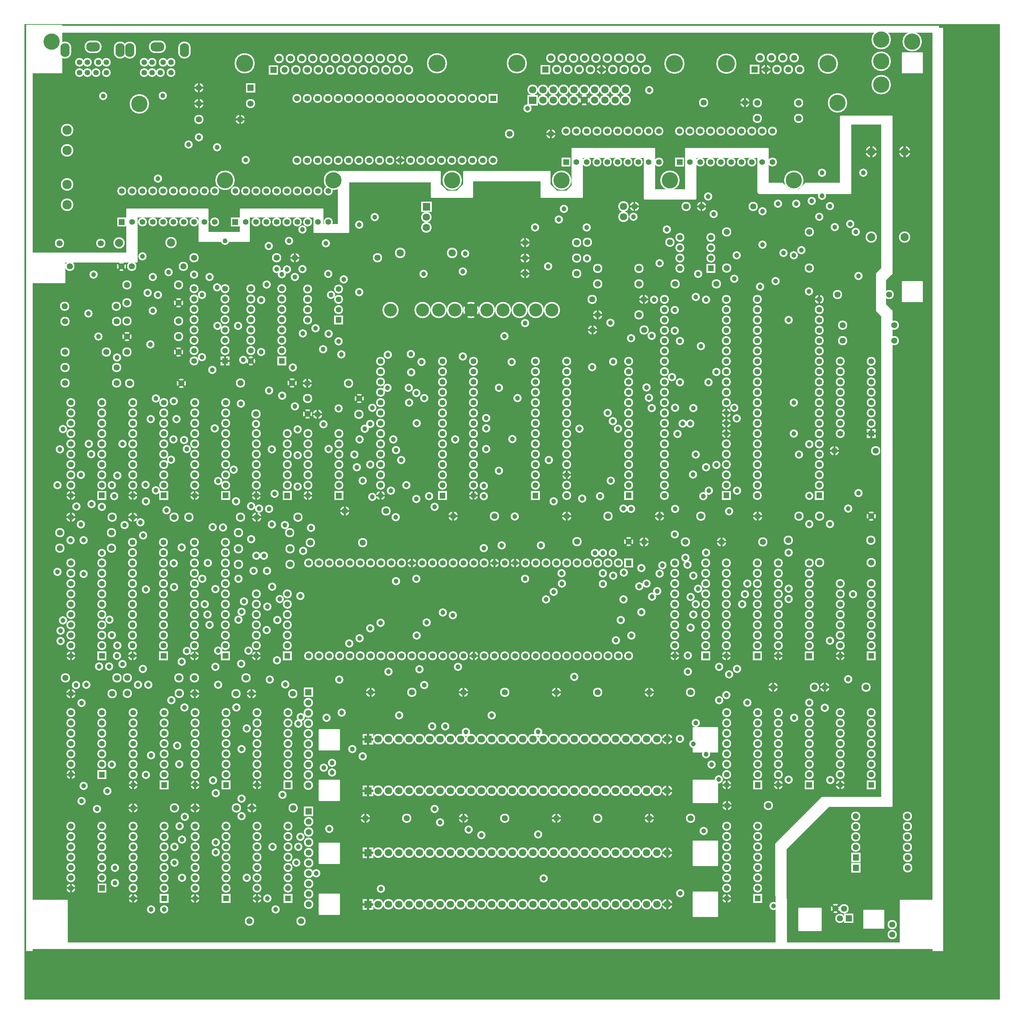
<source format=gbr>
%FSLAX34Y34*%
%MOMM*%
%LNCOPPER_INNER1*%
G71*
G01*
%ADD10C,2.200*%
%ADD11C,2.600*%
%ADD12C,2.300*%
%ADD13C,2.600*%
%ADD14C,2.800*%
%ADD15C,2.800*%
%ADD16C,2.320*%
%ADD17C,2.200*%
%ADD18C,5.000*%
%ADD19C,4.800*%
%ADD20C,3.100*%
%ADD21C,2.320*%
%ADD22C,2.150*%
%ADD23C,4.000*%
%ADD24C,2.000*%
%ADD25C,0.250*%
%ADD26C,0.150*%
%ADD27C,0.467*%
%ADD28C,0.600*%
%ADD29C,0.500*%
%ADD30C,0.667*%
%ADD31C,1.400*%
%ADD32C,1.333*%
%ADD33C,0.767*%
%ADD34C,0.507*%
%ADD35C,0.450*%
%ADD36C,1.067*%
%ADD37C,0.400*%
%ADD38C,1.400*%
%ADD39C,1.800*%
%ADD40C,1.500*%
%ADD41C,1.800*%
%ADD42C,2.000*%
%ADD43C,2.000*%
%ADD44C,1.520*%
%ADD45C,1.400*%
%ADD46C,4.200*%
%ADD47C,4.000*%
%ADD48C,2.300*%
%ADD49C,1.520*%
%ADD50C,1.350*%
%ADD51C,3.200*%
%ADD52C,1.200*%
%LPD*%
G36*
X0Y0D02*
X2400000Y0D01*
X2400000Y-2400000D01*
X0Y-2400000D01*
X0Y0D01*
G37*
%LPC*%
G36*
X1164490Y-193416D02*
X1142490Y-193416D01*
X1142490Y-171416D01*
X1164490Y-171416D01*
X1164490Y-193416D01*
G37*
X1128090Y-182415D02*
G54D10*
D03*
X1102690Y-182415D02*
G54D10*
D03*
X1077290Y-182416D02*
G54D10*
D03*
X1051890Y-182416D02*
G54D10*
D03*
X1026490Y-182415D02*
G54D10*
D03*
X1001090Y-182416D02*
G54D10*
D03*
X975690Y-182415D02*
G54D10*
D03*
X950290Y-182416D02*
G54D10*
D03*
X924890Y-182415D02*
G54D10*
D03*
X899490Y-182415D02*
G54D10*
D03*
X874090Y-182416D02*
G54D10*
D03*
X848690Y-182415D02*
G54D10*
D03*
X823290Y-182416D02*
G54D10*
D03*
X797890Y-182416D02*
G54D10*
D03*
X772490Y-182415D02*
G54D10*
D03*
X747090Y-182415D02*
G54D10*
D03*
X721690Y-182415D02*
G54D10*
D03*
X696290Y-182415D02*
G54D10*
D03*
X670890Y-182416D02*
G54D10*
D03*
X670890Y-334816D02*
G54D10*
D03*
X696290Y-334816D02*
G54D10*
D03*
X721690Y-334816D02*
G54D10*
D03*
X747090Y-334816D02*
G54D10*
D03*
X772490Y-334816D02*
G54D10*
D03*
X797890Y-334816D02*
G54D10*
D03*
X823290Y-334816D02*
G54D10*
D03*
X848690Y-334816D02*
G54D10*
D03*
X874090Y-334815D02*
G54D10*
D03*
X899490Y-334816D02*
G54D10*
D03*
X924890Y-334815D02*
G54D10*
D03*
X950290Y-334815D02*
G54D10*
D03*
X975690Y-334816D02*
G54D10*
D03*
X1001090Y-334815D02*
G54D10*
D03*
X1026490Y-334816D02*
G54D10*
D03*
X1051890Y-334815D02*
G54D10*
D03*
X1077290Y-334815D02*
G54D10*
D03*
X1102690Y-334815D02*
G54D10*
D03*
X1128090Y-334816D02*
G54D10*
D03*
X1153490Y-334816D02*
G54D10*
D03*
G36*
X1793435Y-1882918D02*
X1793435Y-1860918D01*
X1815435Y-1860918D01*
X1815435Y-1882918D01*
X1793435Y-1882918D01*
G37*
X1804435Y-1846518D02*
G54D10*
D03*
X1804435Y-1821118D02*
G54D10*
D03*
X1804435Y-1795718D02*
G54D10*
D03*
X1804435Y-1770318D02*
G54D10*
D03*
X1804435Y-1744918D02*
G54D10*
D03*
X1804435Y-1719518D02*
G54D10*
D03*
X1804435Y-1694118D02*
G54D10*
D03*
X1728235Y-1694118D02*
G54D10*
D03*
X1728235Y-1719518D02*
G54D10*
D03*
X1728235Y-1744918D02*
G54D10*
D03*
X1728235Y-1770318D02*
G54D10*
D03*
X1728235Y-1795718D02*
G54D10*
D03*
X1728235Y-1821118D02*
G54D10*
D03*
X1728235Y-1846518D02*
G54D10*
D03*
X1728235Y-1871918D02*
G54D10*
D03*
G36*
X2072838Y-1564977D02*
X2072838Y-1542977D01*
X2094838Y-1542977D01*
X2094838Y-1564977D01*
X2072838Y-1564977D01*
G37*
X2083838Y-1528577D02*
G54D10*
D03*
X2083838Y-1503177D02*
G54D10*
D03*
X2083838Y-1477777D02*
G54D10*
D03*
X2083838Y-1452377D02*
G54D10*
D03*
X2083838Y-1426977D02*
G54D10*
D03*
X2083838Y-1401577D02*
G54D10*
D03*
X2083839Y-1376177D02*
G54D10*
D03*
X2007639Y-1376177D02*
G54D10*
D03*
X2007639Y-1401577D02*
G54D10*
D03*
X2007639Y-1426977D02*
G54D10*
D03*
X2007639Y-1452377D02*
G54D10*
D03*
X2007639Y-1477777D02*
G54D10*
D03*
X2007639Y-1503177D02*
G54D10*
D03*
X2007639Y-1528577D02*
G54D10*
D03*
X2007639Y-1553977D02*
G54D10*
D03*
G36*
X1793345Y-2162148D02*
X1793345Y-2140148D01*
X1815345Y-2140148D01*
X1815345Y-2162148D01*
X1793345Y-2162148D01*
G37*
X1804345Y-2125748D02*
G54D10*
D03*
X1804345Y-2100348D02*
G54D10*
D03*
X1804345Y-2074948D02*
G54D10*
D03*
X1804345Y-2049548D02*
G54D10*
D03*
X1804345Y-2024148D02*
G54D10*
D03*
X1804345Y-1998748D02*
G54D10*
D03*
X1804345Y-1973348D02*
G54D10*
D03*
X1728145Y-1973348D02*
G54D10*
D03*
X1728145Y-1998748D02*
G54D10*
D03*
X1728145Y-2024148D02*
G54D10*
D03*
X1728145Y-2049548D02*
G54D10*
D03*
X1728145Y-2074948D02*
G54D10*
D03*
X1728145Y-2100348D02*
G54D10*
D03*
X1728145Y-2125749D02*
G54D10*
D03*
X1728145Y-2151149D02*
G54D10*
D03*
G36*
X2072656Y-1017964D02*
X2072656Y-995964D01*
X2094656Y-995964D01*
X2094656Y-1017964D01*
X2072656Y-1017964D01*
G37*
X2083656Y-981564D02*
G54D10*
D03*
X2083656Y-956164D02*
G54D10*
D03*
X2083656Y-930764D02*
G54D10*
D03*
X2083656Y-905364D02*
G54D10*
D03*
X2083656Y-879964D02*
G54D10*
D03*
X2083656Y-854564D02*
G54D10*
D03*
X2083656Y-829164D02*
G54D10*
D03*
X2007457Y-829164D02*
G54D10*
D03*
X2007456Y-854564D02*
G54D10*
D03*
X2007456Y-879964D02*
G54D10*
D03*
X2007456Y-905364D02*
G54D10*
D03*
X2007456Y-930764D02*
G54D10*
D03*
X2007456Y-956164D02*
G54D10*
D03*
X2007456Y-981564D02*
G54D10*
D03*
X2007456Y-1006964D02*
G54D10*
D03*
G36*
X1944991Y-1170199D02*
X1944991Y-1148199D01*
X1966991Y-1148199D01*
X1966991Y-1170199D01*
X1944991Y-1170199D01*
G37*
X1955991Y-1133798D02*
G54D10*
D03*
X1955991Y-1108398D02*
G54D10*
D03*
X1955991Y-1082998D02*
G54D10*
D03*
X1955991Y-1057598D02*
G54D10*
D03*
X1955991Y-1032198D02*
G54D10*
D03*
X1955991Y-1006798D02*
G54D10*
D03*
X1955991Y-981398D02*
G54D10*
D03*
X1955991Y-955998D02*
G54D10*
D03*
X1955991Y-930598D02*
G54D10*
D03*
X1955991Y-905198D02*
G54D10*
D03*
X1955991Y-879798D02*
G54D10*
D03*
X1955991Y-854398D02*
G54D10*
D03*
X1955991Y-828998D02*
G54D10*
D03*
X1955991Y-803598D02*
G54D10*
D03*
X1955991Y-778198D02*
G54D10*
D03*
X1955991Y-752798D02*
G54D10*
D03*
X1955991Y-727398D02*
G54D10*
D03*
X1955991Y-701998D02*
G54D10*
D03*
X1955991Y-676599D02*
G54D10*
D03*
X1803591Y-676598D02*
G54D10*
D03*
X1803591Y-701998D02*
G54D10*
D03*
X1803591Y-727398D02*
G54D10*
D03*
X1803591Y-752798D02*
G54D10*
D03*
X1803591Y-778198D02*
G54D10*
D03*
X1803591Y-803598D02*
G54D10*
D03*
X1803591Y-828998D02*
G54D10*
D03*
X1803591Y-854398D02*
G54D10*
D03*
X1803591Y-879798D02*
G54D10*
D03*
X1803591Y-905198D02*
G54D10*
D03*
X1803591Y-930598D02*
G54D10*
D03*
X1803591Y-955998D02*
G54D10*
D03*
X1803591Y-981398D02*
G54D10*
D03*
X1803591Y-1006798D02*
G54D10*
D03*
X1803591Y-1032198D02*
G54D10*
D03*
X1803591Y-1057598D02*
G54D10*
D03*
X1803591Y-1082998D02*
G54D10*
D03*
X1803591Y-1108398D02*
G54D10*
D03*
X1803591Y-1133798D02*
G54D10*
D03*
X1803591Y-1159198D02*
G54D10*
D03*
G36*
X1716391Y-1170198D02*
X1716391Y-1148198D01*
X1738391Y-1148198D01*
X1738391Y-1170198D01*
X1716391Y-1170198D01*
G37*
X1727391Y-1133798D02*
G54D10*
D03*
X1727391Y-1108398D02*
G54D10*
D03*
X1727391Y-1082998D02*
G54D10*
D03*
X1727391Y-1057598D02*
G54D10*
D03*
X1727391Y-1032198D02*
G54D10*
D03*
X1727391Y-1006799D02*
G54D10*
D03*
X1727391Y-981398D02*
G54D10*
D03*
X1727391Y-955999D02*
G54D10*
D03*
X1727391Y-930598D02*
G54D10*
D03*
X1727391Y-905198D02*
G54D10*
D03*
X1727391Y-879798D02*
G54D10*
D03*
X1727391Y-854398D02*
G54D10*
D03*
X1727391Y-828998D02*
G54D10*
D03*
X1727391Y-803598D02*
G54D10*
D03*
X1727391Y-778198D02*
G54D10*
D03*
X1727391Y-752798D02*
G54D10*
D03*
X1727391Y-727398D02*
G54D10*
D03*
X1727391Y-701998D02*
G54D10*
D03*
X1727391Y-676598D02*
G54D10*
D03*
X1574991Y-676598D02*
G54D10*
D03*
X1574991Y-701998D02*
G54D10*
D03*
X1574991Y-727398D02*
G54D10*
D03*
X1574991Y-752798D02*
G54D10*
D03*
X1574991Y-778198D02*
G54D10*
D03*
X1574991Y-803598D02*
G54D10*
D03*
X1574991Y-828998D02*
G54D10*
D03*
X1574991Y-854398D02*
G54D10*
D03*
X1574991Y-879798D02*
G54D10*
D03*
X1574991Y-905198D02*
G54D10*
D03*
X1574991Y-930599D02*
G54D10*
D03*
X1574991Y-955998D02*
G54D10*
D03*
X1574991Y-981398D02*
G54D10*
D03*
X1574991Y-1006798D02*
G54D10*
D03*
X1574991Y-1032198D02*
G54D10*
D03*
X1574991Y-1057598D02*
G54D10*
D03*
X1574991Y-1082998D02*
G54D10*
D03*
X1574991Y-1108398D02*
G54D10*
D03*
X1574991Y-1133798D02*
G54D10*
D03*
X1574991Y-1159198D02*
G54D10*
D03*
G36*
X1678190Y-611426D02*
X1678190Y-589426D01*
X1700190Y-589426D01*
X1700190Y-611426D01*
X1678190Y-611426D01*
G37*
X1689190Y-575026D02*
G54D10*
D03*
X1689190Y-549626D02*
G54D10*
D03*
X1689190Y-524227D02*
G54D10*
D03*
X1612990Y-524227D02*
G54D10*
D03*
X1612990Y-549626D02*
G54D10*
D03*
X1612990Y-575026D02*
G54D10*
D03*
X1612990Y-600426D02*
G54D10*
D03*
G36*
X1475686Y-1170192D02*
X1475686Y-1148192D01*
X1497686Y-1148192D01*
X1497686Y-1170192D01*
X1475686Y-1170192D01*
G37*
X1486686Y-1133792D02*
G54D10*
D03*
X1486686Y-1108392D02*
G54D10*
D03*
X1486686Y-1082992D02*
G54D10*
D03*
X1486686Y-1057592D02*
G54D10*
D03*
X1486686Y-1032193D02*
G54D10*
D03*
X1486686Y-1006793D02*
G54D10*
D03*
X1486686Y-981393D02*
G54D10*
D03*
X1486686Y-955993D02*
G54D10*
D03*
X1486686Y-930593D02*
G54D10*
D03*
X1486686Y-905193D02*
G54D10*
D03*
X1486686Y-879793D02*
G54D10*
D03*
X1486686Y-854393D02*
G54D10*
D03*
X1486685Y-828993D02*
G54D10*
D03*
X1334286Y-828993D02*
G54D10*
D03*
X1334286Y-854393D02*
G54D10*
D03*
X1334286Y-879793D02*
G54D10*
D03*
X1334286Y-905193D02*
G54D10*
D03*
X1334286Y-930593D02*
G54D10*
D03*
X1334286Y-955993D02*
G54D10*
D03*
X1334286Y-981393D02*
G54D10*
D03*
X1334286Y-1006793D02*
G54D10*
D03*
X1334286Y-1032193D02*
G54D10*
D03*
X1334286Y-1057592D02*
G54D10*
D03*
X1334286Y-1082992D02*
G54D10*
D03*
X1334285Y-1108392D02*
G54D10*
D03*
X1334286Y-1133792D02*
G54D10*
D03*
X1334286Y-1159192D02*
G54D10*
D03*
G36*
X1017800Y-1170834D02*
X1017800Y-1148834D01*
X1039800Y-1148834D01*
X1039800Y-1170834D01*
X1017800Y-1170834D01*
G37*
X1028800Y-1134434D02*
G54D10*
D03*
X1028800Y-1109034D02*
G54D10*
D03*
X1028800Y-1083634D02*
G54D10*
D03*
X1028800Y-1058234D02*
G54D10*
D03*
X1028800Y-1032834D02*
G54D10*
D03*
X1028800Y-1007434D02*
G54D10*
D03*
X1028800Y-982034D02*
G54D10*
D03*
X1028800Y-956634D02*
G54D10*
D03*
X1028800Y-931234D02*
G54D10*
D03*
X1028800Y-905834D02*
G54D10*
D03*
X1028800Y-880434D02*
G54D10*
D03*
X1028800Y-855034D02*
G54D10*
D03*
X1028800Y-829634D02*
G54D10*
D03*
X876400Y-829634D02*
G54D10*
D03*
X876400Y-855034D02*
G54D10*
D03*
X876400Y-880434D02*
G54D10*
D03*
X876400Y-905834D02*
G54D10*
D03*
X876400Y-931234D02*
G54D10*
D03*
X876400Y-956634D02*
G54D10*
D03*
X876400Y-982034D02*
G54D10*
D03*
X876400Y-1007434D02*
G54D10*
D03*
X876400Y-1032834D02*
G54D10*
D03*
X876400Y-1058234D02*
G54D10*
D03*
X876400Y-1083634D02*
G54D10*
D03*
X876400Y-1109034D02*
G54D10*
D03*
X876400Y-1134434D02*
G54D10*
D03*
X876400Y-1159834D02*
G54D10*
D03*
G36*
X762642Y-1170818D02*
X762642Y-1148818D01*
X784642Y-1148818D01*
X784642Y-1170818D01*
X762642Y-1170818D01*
G37*
X773642Y-1134418D02*
G54D10*
D03*
X773642Y-1109018D02*
G54D10*
D03*
X773642Y-1083618D02*
G54D10*
D03*
X773642Y-1058218D02*
G54D10*
D03*
X773642Y-1032818D02*
G54D10*
D03*
X773642Y-1007418D02*
G54D10*
D03*
X697442Y-1007418D02*
G54D10*
D03*
X697442Y-1032818D02*
G54D10*
D03*
X697442Y-1058218D02*
G54D10*
D03*
X697442Y-1083618D02*
G54D10*
D03*
X697442Y-1109018D02*
G54D10*
D03*
X697442Y-1134418D02*
G54D10*
D03*
X697442Y-1159818D02*
G54D10*
D03*
G36*
X635642Y-1170818D02*
X635642Y-1148818D01*
X657642Y-1148818D01*
X657642Y-1170818D01*
X635642Y-1170818D01*
G37*
X646642Y-1134418D02*
G54D10*
D03*
X646642Y-1109018D02*
G54D10*
D03*
X646642Y-1083618D02*
G54D10*
D03*
X646642Y-1058218D02*
G54D10*
D03*
X646642Y-1032818D02*
G54D10*
D03*
X646642Y-1007418D02*
G54D10*
D03*
X570442Y-1007418D02*
G54D10*
D03*
X570442Y-1032818D02*
G54D10*
D03*
X570442Y-1058218D02*
G54D10*
D03*
X570442Y-1083618D02*
G54D10*
D03*
X570442Y-1109018D02*
G54D10*
D03*
X570442Y-1134418D02*
G54D10*
D03*
X570442Y-1159818D02*
G54D10*
D03*
G36*
X179224Y-1170188D02*
X179224Y-1148188D01*
X201224Y-1148188D01*
X201224Y-1170188D01*
X179224Y-1170188D01*
G37*
X190224Y-1133788D02*
G54D10*
D03*
X190224Y-1108388D02*
G54D10*
D03*
X190224Y-1082988D02*
G54D10*
D03*
X190224Y-1057588D02*
G54D10*
D03*
X190224Y-1032188D02*
G54D10*
D03*
X190224Y-1006788D02*
G54D10*
D03*
X190224Y-981388D02*
G54D10*
D03*
X190224Y-955988D02*
G54D10*
D03*
X190224Y-930589D02*
G54D10*
D03*
X114024Y-930588D02*
G54D10*
D03*
X114024Y-955988D02*
G54D10*
D03*
X114024Y-981388D02*
G54D10*
D03*
X114024Y-1006788D02*
G54D10*
D03*
X114024Y-1032188D02*
G54D10*
D03*
X114024Y-1057588D02*
G54D10*
D03*
X114024Y-1082988D02*
G54D10*
D03*
X114024Y-1108388D02*
G54D10*
D03*
X114024Y-1133788D02*
G54D10*
D03*
X114024Y-1159188D02*
G54D10*
D03*
G36*
X331555Y-1565100D02*
X331555Y-1543100D01*
X353555Y-1543100D01*
X353555Y-1565100D01*
X331555Y-1565100D01*
G37*
X342555Y-1528700D02*
G54D10*
D03*
X342555Y-1503300D02*
G54D10*
D03*
X342555Y-1477900D02*
G54D10*
D03*
X342555Y-1452500D02*
G54D10*
D03*
X342555Y-1427100D02*
G54D10*
D03*
X342555Y-1401700D02*
G54D10*
D03*
X342555Y-1376300D02*
G54D10*
D03*
X342555Y-1350900D02*
G54D10*
D03*
X342555Y-1325500D02*
G54D10*
D03*
X342555Y-1300100D02*
G54D10*
D03*
X342555Y-1274699D02*
G54D10*
D03*
X266354Y-1274700D02*
G54D10*
D03*
X266354Y-1300100D02*
G54D10*
D03*
X266354Y-1325500D02*
G54D10*
D03*
X266354Y-1350900D02*
G54D10*
D03*
X266354Y-1376300D02*
G54D10*
D03*
X266354Y-1401700D02*
G54D10*
D03*
X266354Y-1427100D02*
G54D10*
D03*
X266354Y-1452500D02*
G54D10*
D03*
X266354Y-1477900D02*
G54D10*
D03*
X266354Y-1503300D02*
G54D10*
D03*
X266354Y-1528700D02*
G54D10*
D03*
X266355Y-1554100D02*
G54D10*
D03*
G36*
X636118Y-1565036D02*
X636118Y-1543036D01*
X658118Y-1543036D01*
X658118Y-1565036D01*
X636118Y-1565036D01*
G37*
X647118Y-1528636D02*
G54D10*
D03*
X647118Y-1503236D02*
G54D10*
D03*
X647118Y-1477836D02*
G54D10*
D03*
X647118Y-1452436D02*
G54D10*
D03*
X647118Y-1427037D02*
G54D10*
D03*
X647118Y-1401637D02*
G54D10*
D03*
X570918Y-1401637D02*
G54D10*
D03*
X570918Y-1427037D02*
G54D10*
D03*
X570918Y-1452436D02*
G54D10*
D03*
X570918Y-1477836D02*
G54D10*
D03*
X570918Y-1503236D02*
G54D10*
D03*
X570918Y-1528636D02*
G54D10*
D03*
X570918Y-1554036D02*
G54D10*
D03*
G36*
X761920Y-738371D02*
X761920Y-716371D01*
X783920Y-716371D01*
X783920Y-738371D01*
X761920Y-738371D01*
G37*
X772920Y-701971D02*
G54D10*
D03*
X772920Y-676571D02*
G54D10*
D03*
X772920Y-651171D02*
G54D10*
D03*
X696720Y-651171D02*
G54D10*
D03*
X696720Y-676571D02*
G54D10*
D03*
X696720Y-701971D02*
G54D10*
D03*
X696720Y-727371D02*
G54D10*
D03*
G36*
X622220Y-839520D02*
X622220Y-817520D01*
X644220Y-817520D01*
X644220Y-839520D01*
X622220Y-839520D01*
G37*
X633220Y-803120D02*
G54D10*
D03*
X633220Y-777720D02*
G54D10*
D03*
X633220Y-752320D02*
G54D10*
D03*
X633220Y-726920D02*
G54D10*
D03*
X633220Y-701520D02*
G54D10*
D03*
X633220Y-676119D02*
G54D10*
D03*
X633220Y-650719D02*
G54D10*
D03*
X557020Y-650719D02*
G54D10*
D03*
X557020Y-676120D02*
G54D10*
D03*
X557020Y-701520D02*
G54D10*
D03*
X557020Y-726919D02*
G54D10*
D03*
X557020Y-752320D02*
G54D10*
D03*
X557020Y-777720D02*
G54D10*
D03*
X557020Y-803120D02*
G54D10*
D03*
X557020Y-828519D02*
G54D10*
D03*
G36*
X482520Y-839519D02*
X482520Y-817519D01*
X504520Y-817519D01*
X504520Y-839519D01*
X482520Y-839519D01*
G37*
X493520Y-803120D02*
G54D10*
D03*
X493520Y-777720D02*
G54D10*
D03*
X493520Y-752319D02*
G54D10*
D03*
X493520Y-726919D02*
G54D10*
D03*
X493520Y-701520D02*
G54D10*
D03*
X493520Y-676120D02*
G54D10*
D03*
X493520Y-650720D02*
G54D10*
D03*
X417320Y-650720D02*
G54D10*
D03*
X417320Y-676120D02*
G54D10*
D03*
X417320Y-701520D02*
G54D10*
D03*
X417320Y-726920D02*
G54D10*
D03*
X417320Y-752320D02*
G54D10*
D03*
X417320Y-777720D02*
G54D10*
D03*
X417320Y-803120D02*
G54D10*
D03*
X417320Y-828520D02*
G54D10*
D03*
G36*
X1601477Y-328132D02*
X1623477Y-328132D01*
X1623477Y-350132D01*
X1601477Y-350132D01*
X1601477Y-328132D01*
G37*
X1637877Y-339132D02*
G54D10*
D03*
X1663277Y-339132D02*
G54D10*
D03*
X1688677Y-339132D02*
G54D10*
D03*
X1714077Y-339132D02*
G54D10*
D03*
X1739477Y-339132D02*
G54D10*
D03*
X1764877Y-339132D02*
G54D10*
D03*
X1790277Y-339132D02*
G54D10*
D03*
X1815677Y-339132D02*
G54D10*
D03*
X1841077Y-339132D02*
G54D10*
D03*
X1841077Y-262932D02*
G54D10*
D03*
X1815677Y-262932D02*
G54D10*
D03*
X1790277Y-262932D02*
G54D10*
D03*
X1764877Y-262932D02*
G54D10*
D03*
X1739477Y-262932D02*
G54D10*
D03*
X1714077Y-262932D02*
G54D10*
D03*
X1688677Y-262932D02*
G54D10*
D03*
X1663277Y-262932D02*
G54D10*
D03*
X1637877Y-262932D02*
G54D10*
D03*
X1612477Y-262932D02*
G54D10*
D03*
G36*
X1237595Y-174074D02*
X1263595Y-174074D01*
X1263595Y-200074D01*
X1237595Y-200074D01*
X1237595Y-174074D01*
G37*
X1250595Y-161674D02*
G54D11*
D03*
X1275995Y-187073D02*
G54D11*
D03*
X1275995Y-161674D02*
G54D11*
D03*
X1301395Y-187073D02*
G54D11*
D03*
X1301395Y-161674D02*
G54D11*
D03*
X1326795Y-187073D02*
G54D11*
D03*
X1326795Y-161674D02*
G54D11*
D03*
X1352195Y-187074D02*
G54D11*
D03*
X1352195Y-161674D02*
G54D11*
D03*
X1377595Y-187073D02*
G54D11*
D03*
X1377595Y-161674D02*
G54D11*
D03*
X1402995Y-187074D02*
G54D11*
D03*
X1402995Y-161674D02*
G54D11*
D03*
X1428395Y-187074D02*
G54D11*
D03*
X1428395Y-161674D02*
G54D11*
D03*
X1453795Y-187074D02*
G54D11*
D03*
X1453795Y-161674D02*
G54D11*
D03*
X1479195Y-187074D02*
G54D11*
D03*
X1479195Y-161674D02*
G54D11*
D03*
X1500836Y-448328D02*
G54D12*
D03*
X1627836Y-448328D02*
G54D12*
D03*
X1665936Y-448328D02*
G54D12*
D03*
X1792936Y-448328D02*
G54D12*
D03*
X1474007Y-473728D02*
G54D13*
D03*
X1474007Y-448328D02*
G54D13*
D03*
X1671176Y-192941D02*
G54D12*
D03*
X1772776Y-192941D02*
G54D12*
D03*
X1803401Y-193128D02*
G54D12*
D03*
X1905000Y-193128D02*
G54D12*
D03*
X1803401Y-231228D02*
G54D12*
D03*
X1905000Y-231228D02*
G54D12*
D03*
X1728145Y-511358D02*
G54D12*
D03*
X1931345Y-511358D02*
G54D12*
D03*
X1728145Y-600258D02*
G54D12*
D03*
X1931345Y-600257D02*
G54D12*
D03*
X1385245Y-536758D02*
G54D12*
D03*
X1588445Y-536758D02*
G54D12*
D03*
X2000543Y-664751D02*
G54D12*
D03*
X2127543Y-664751D02*
G54D12*
D03*
X2013380Y-740662D02*
G54D12*
D03*
X2140380Y-740662D02*
G54D12*
D03*
X2013380Y-778762D02*
G54D12*
D03*
X2140380Y-778762D02*
G54D12*
D03*
X2046076Y-1948406D02*
G54D12*
D03*
X2173076Y-1948406D02*
G54D12*
D03*
X2046076Y-1973806D02*
G54D12*
D03*
X2173076Y-1973806D02*
G54D12*
D03*
X2046076Y-1999206D02*
G54D12*
D03*
X2173076Y-1999206D02*
G54D12*
D03*
X2046076Y-2024606D02*
G54D12*
D03*
X2173076Y-2024606D02*
G54D12*
D03*
G36*
X2034490Y-2038754D02*
X2057490Y-2038754D01*
X2057490Y-2061754D01*
X2034490Y-2061754D01*
X2034490Y-2038754D01*
G37*
X2173249Y-2050254D02*
G54D12*
D03*
G36*
X2034490Y-2064154D02*
X2057490Y-2064154D01*
X2057490Y-2087154D01*
X2034490Y-2087154D01*
X2034490Y-2064154D01*
G37*
X2173249Y-2075654D02*
G54D12*
D03*
X1601250Y-638768D02*
G54D12*
D03*
X1702850Y-638768D02*
G54D12*
D03*
X1410750Y-600668D02*
G54D12*
D03*
X1512350Y-600668D02*
G54D12*
D03*
X1410750Y-638768D02*
G54D12*
D03*
X1512350Y-638768D02*
G54D12*
D03*
X1397212Y-677024D02*
G54D12*
D03*
X1524212Y-677024D02*
G54D12*
D03*
X1398049Y-752509D02*
G54D12*
D03*
X1525049Y-752509D02*
G54D12*
D03*
X1410750Y-714968D02*
G54D12*
D03*
X1512350Y-714968D02*
G54D12*
D03*
X1194263Y-269786D02*
G54D12*
D03*
X1295863Y-269786D02*
G54D12*
D03*
G36*
X976169Y-436142D02*
X1002169Y-436142D01*
X1002169Y-462142D01*
X976169Y-462142D01*
X976169Y-436142D01*
G37*
X989169Y-474611D02*
G54D13*
D03*
X989137Y-500150D02*
G54D13*
D03*
X1232112Y-537324D02*
G54D12*
D03*
X1359112Y-537324D02*
G54D12*
D03*
X924536Y-562577D02*
G54D13*
D03*
X1052784Y-562577D02*
G54D13*
D03*
X2165993Y-313833D02*
G54D14*
D03*
X2083658Y-313537D02*
G54D14*
D03*
X2165683Y-523871D02*
G54D14*
D03*
X2083348Y-523575D02*
G54D14*
D03*
G36*
X568024Y-167846D02*
X545024Y-167846D01*
X545024Y-144846D01*
X568024Y-144846D01*
X568024Y-167846D01*
G37*
X429265Y-156346D02*
G54D12*
D03*
X429484Y-195155D02*
G54D12*
D03*
X556484Y-195154D02*
G54D12*
D03*
X429651Y-234397D02*
G54D12*
D03*
X531251Y-234397D02*
G54D12*
D03*
X665308Y-574879D02*
G54D12*
D03*
X868508Y-574879D02*
G54D12*
D03*
X417319Y-574611D02*
G54D12*
D03*
X620519Y-574611D02*
G54D12*
D03*
X233159Y-537660D02*
G54D15*
D03*
X360473Y-537464D02*
G54D15*
D03*
X86751Y-539197D02*
G54D12*
D03*
X188352Y-539197D02*
G54D12*
D03*
X264599Y-596063D02*
G54D12*
D03*
X391599Y-596063D02*
G54D12*
D03*
X112199Y-596063D02*
G54D12*
D03*
X239199Y-596063D02*
G54D12*
D03*
X252752Y-641010D02*
G54D12*
D03*
X379753Y-641010D02*
G54D12*
D03*
X252683Y-730244D02*
G54D12*
D03*
X379683Y-730244D02*
G54D12*
D03*
X99999Y-844682D02*
G54D12*
D03*
X226999Y-844682D02*
G54D12*
D03*
X100000Y-806495D02*
G54D12*
D03*
X201600Y-806495D02*
G54D12*
D03*
X526970Y-1251287D02*
G54D12*
D03*
X653244Y-1250750D02*
G54D12*
D03*
X526970Y-1290429D02*
G54D12*
D03*
X653970Y-1290429D02*
G54D12*
D03*
X526970Y-1328529D02*
G54D12*
D03*
X653970Y-1328529D02*
G54D12*
D03*
X405068Y-1212715D02*
G54D12*
D03*
X532068Y-1212715D02*
G54D12*
D03*
X87568Y-1250815D02*
G54D12*
D03*
X214568Y-1250815D02*
G54D12*
D03*
X87568Y-1288915D02*
G54D12*
D03*
X214568Y-1288915D02*
G54D12*
D03*
X418213Y-1607870D02*
G54D12*
D03*
X545213Y-1607870D02*
G54D12*
D03*
X253113Y-1607870D02*
G54D12*
D03*
X380113Y-1607870D02*
G54D12*
D03*
X253450Y-1646586D02*
G54D12*
D03*
X381237Y-1646288D02*
G54D12*
D03*
X554048Y-2206515D02*
G54D12*
D03*
X681048Y-2206515D02*
G54D12*
D03*
X1582100Y-1759300D02*
G54D11*
D03*
X1556700Y-1759300D02*
G54D11*
D03*
X1531300Y-1759300D02*
G54D11*
D03*
X1505900Y-1759300D02*
G54D11*
D03*
X1480500Y-1759300D02*
G54D11*
D03*
X1455100Y-1759300D02*
G54D11*
D03*
X1429700Y-1759300D02*
G54D11*
D03*
X1404300Y-1759300D02*
G54D11*
D03*
X1378900Y-1759300D02*
G54D11*
D03*
X1353500Y-1759300D02*
G54D11*
D03*
X1328100Y-1759300D02*
G54D11*
D03*
X1302700Y-1759300D02*
G54D11*
D03*
X1277300Y-1759300D02*
G54D11*
D03*
X1251900Y-1759300D02*
G54D11*
D03*
X1226500Y-1759300D02*
G54D11*
D03*
X1201100Y-1759300D02*
G54D11*
D03*
X1175700Y-1759300D02*
G54D11*
D03*
X1150300Y-1759300D02*
G54D11*
D03*
X1099500Y-1759300D02*
G54D11*
D03*
X1074100Y-1759300D02*
G54D11*
D03*
X1048700Y-1759300D02*
G54D11*
D03*
X1023300Y-1759300D02*
G54D11*
D03*
X997900Y-1759300D02*
G54D11*
D03*
X972500Y-1759300D02*
G54D11*
D03*
X947100Y-1759300D02*
G54D11*
D03*
X921700Y-1759300D02*
G54D11*
D03*
X896300Y-1759300D02*
G54D11*
D03*
X870900Y-1759300D02*
G54D11*
D03*
G36*
X832500Y-1746300D02*
X858500Y-1746300D01*
X858500Y-1772300D01*
X832500Y-1772300D01*
X832500Y-1746300D01*
G37*
X1124900Y-1759300D02*
G54D11*
D03*
X1582100Y-1886300D02*
G54D11*
D03*
X1556700Y-1886300D02*
G54D11*
D03*
X1531300Y-1886300D02*
G54D11*
D03*
X1505900Y-1886300D02*
G54D11*
D03*
X1480500Y-1886300D02*
G54D11*
D03*
X1455100Y-1886300D02*
G54D11*
D03*
X1429700Y-1886300D02*
G54D11*
D03*
X1404300Y-1886300D02*
G54D11*
D03*
X1378900Y-1886300D02*
G54D11*
D03*
X1353500Y-1886300D02*
G54D11*
D03*
X1328100Y-1886300D02*
G54D11*
D03*
X1302700Y-1886300D02*
G54D11*
D03*
X1277300Y-1886300D02*
G54D11*
D03*
X1251900Y-1886300D02*
G54D11*
D03*
X1226500Y-1886300D02*
G54D11*
D03*
X1201100Y-1886300D02*
G54D11*
D03*
X1175700Y-1886300D02*
G54D11*
D03*
X1150300Y-1886300D02*
G54D11*
D03*
X1124900Y-1886300D02*
G54D11*
D03*
X1099500Y-1886300D02*
G54D11*
D03*
X1074100Y-1886300D02*
G54D11*
D03*
X1048700Y-1886300D02*
G54D11*
D03*
X1023300Y-1886300D02*
G54D11*
D03*
X997900Y-1886300D02*
G54D11*
D03*
X972500Y-1886300D02*
G54D11*
D03*
X947100Y-1886300D02*
G54D11*
D03*
X921700Y-1886300D02*
G54D11*
D03*
X896300Y-1886300D02*
G54D11*
D03*
X870900Y-1886300D02*
G54D11*
D03*
G36*
X832500Y-1873300D02*
X858500Y-1873300D01*
X858500Y-1899300D01*
X832500Y-1899300D01*
X832500Y-1873300D01*
G37*
G36*
X710423Y-1631906D02*
X710423Y-1655106D01*
X687223Y-1655106D01*
X687223Y-1631906D01*
X710423Y-1631906D01*
G37*
X698823Y-1668906D02*
G54D16*
D03*
X698823Y-1694306D02*
G54D16*
D03*
X698823Y-1719706D02*
G54D16*
D03*
X698823Y-1745106D02*
G54D16*
D03*
X698823Y-1770506D02*
G54D16*
D03*
X698823Y-1795906D02*
G54D16*
D03*
X698823Y-1821306D02*
G54D16*
D03*
X698823Y-1846706D02*
G54D16*
D03*
X698823Y-1872106D02*
G54D16*
D03*
G36*
X710685Y-1925097D02*
X710685Y-1948297D01*
X687485Y-1948297D01*
X687485Y-1925097D01*
X710685Y-1925097D01*
G37*
X699085Y-1962097D02*
G54D16*
D03*
X699085Y-1987497D02*
G54D16*
D03*
X699085Y-2012897D02*
G54D16*
D03*
X699085Y-2038297D02*
G54D16*
D03*
X699085Y-2063697D02*
G54D16*
D03*
X699085Y-2089097D02*
G54D16*
D03*
X699085Y-2114497D02*
G54D16*
D03*
X699085Y-2139897D02*
G54D16*
D03*
X699085Y-2165297D02*
G54D16*
D03*
G36*
X1475890Y-1314768D02*
X1497890Y-1314768D01*
X1497890Y-1336768D01*
X1475890Y-1336768D01*
X1475890Y-1314768D01*
G37*
X1461490Y-1325768D02*
G54D17*
D03*
X1436090Y-1325768D02*
G54D17*
D03*
X1410690Y-1325768D02*
G54D17*
D03*
X1385290Y-1325768D02*
G54D17*
D03*
X1359890Y-1325768D02*
G54D17*
D03*
X1334490Y-1325768D02*
G54D17*
D03*
X1309090Y-1325768D02*
G54D17*
D03*
X1283690Y-1325768D02*
G54D17*
D03*
X1258290Y-1325768D02*
G54D17*
D03*
X1232890Y-1325768D02*
G54D17*
D03*
X1207490Y-1325768D02*
G54D17*
D03*
X1182090Y-1325768D02*
G54D17*
D03*
X1156690Y-1325768D02*
G54D17*
D03*
X1131290Y-1325768D02*
G54D17*
D03*
X1105890Y-1325768D02*
G54D17*
D03*
X1080490Y-1325768D02*
G54D17*
D03*
X1055090Y-1325768D02*
G54D17*
D03*
X1029690Y-1325768D02*
G54D17*
D03*
X1004290Y-1325768D02*
G54D17*
D03*
X978890Y-1325768D02*
G54D17*
D03*
X953490Y-1325768D02*
G54D17*
D03*
X928090Y-1325768D02*
G54D17*
D03*
X902690Y-1325768D02*
G54D17*
D03*
X877290Y-1325768D02*
G54D17*
D03*
X851890Y-1325768D02*
G54D17*
D03*
X826490Y-1325768D02*
G54D17*
D03*
X801090Y-1325768D02*
G54D17*
D03*
X775690Y-1325768D02*
G54D17*
D03*
X750290Y-1325768D02*
G54D17*
D03*
X724890Y-1325768D02*
G54D17*
D03*
X699490Y-1325768D02*
G54D17*
D03*
X1486890Y-1554368D02*
G54D17*
D03*
X1461490Y-1554368D02*
G54D17*
D03*
X1436090Y-1554368D02*
G54D17*
D03*
X1410690Y-1554368D02*
G54D17*
D03*
X1385290Y-1554368D02*
G54D17*
D03*
X1359890Y-1554368D02*
G54D17*
D03*
X1334490Y-1554368D02*
G54D17*
D03*
X1309090Y-1554368D02*
G54D17*
D03*
X1283690Y-1554368D02*
G54D17*
D03*
X1258290Y-1554368D02*
G54D17*
D03*
X1232890Y-1554368D02*
G54D17*
D03*
X1207490Y-1554368D02*
G54D17*
D03*
X1182090Y-1554368D02*
G54D17*
D03*
X1156690Y-1554368D02*
G54D17*
D03*
X1131290Y-1554368D02*
G54D17*
D03*
X1105890Y-1554368D02*
G54D17*
D03*
X1080490Y-1554368D02*
G54D17*
D03*
X1055090Y-1554368D02*
G54D17*
D03*
X1029690Y-1554368D02*
G54D17*
D03*
X1004290Y-1554368D02*
G54D17*
D03*
X978890Y-1554368D02*
G54D17*
D03*
X953490Y-1554368D02*
G54D17*
D03*
X928090Y-1554368D02*
G54D17*
D03*
X902690Y-1554368D02*
G54D17*
D03*
X877290Y-1554368D02*
G54D17*
D03*
X851890Y-1554368D02*
G54D17*
D03*
X826490Y-1554368D02*
G54D17*
D03*
X801090Y-1554368D02*
G54D17*
D03*
X775690Y-1554368D02*
G54D17*
D03*
X750290Y-1554368D02*
G54D17*
D03*
X724890Y-1554368D02*
G54D17*
D03*
X699490Y-1554368D02*
G54D17*
D03*
G36*
X2016954Y-2188449D02*
X2039954Y-2188449D01*
X2039954Y-2211449D01*
X2016954Y-2211449D01*
X2016954Y-2188449D01*
G37*
X2006748Y-2199868D02*
G54D12*
D03*
X2017073Y-2175976D02*
G54D12*
D03*
X1995416Y-2175905D02*
G54D12*
D03*
X1977029Y-97241D02*
G54D18*
D03*
X1727404Y-97201D02*
G54D18*
D03*
X1599676Y-96819D02*
G54D18*
D03*
X1211855Y-96425D02*
G54D18*
D03*
X2184854Y-42909D02*
G54D19*
D03*
X2108589Y-38051D02*
G54D19*
D03*
X2108431Y-90665D02*
G54D19*
D03*
X2108431Y-148193D02*
G54D19*
D03*
X2000697Y-193378D02*
G54D19*
D03*
X1893190Y-384263D02*
G54D19*
D03*
X105320Y-393930D02*
G54D20*
D03*
X105244Y-444146D02*
G54D20*
D03*
X105115Y-260167D02*
G54D20*
D03*
X105038Y-310384D02*
G54D20*
D03*
G36*
X624432Y-124091D02*
X601232Y-124091D01*
X601232Y-100891D01*
X624432Y-100891D01*
X624432Y-124091D01*
G37*
X640532Y-112491D02*
G54D21*
D03*
X668132Y-112491D02*
G54D21*
D03*
X695832Y-112491D02*
G54D21*
D03*
X723532Y-112491D02*
G54D21*
D03*
X751232Y-112491D02*
G54D21*
D03*
X778932Y-112491D02*
G54D21*
D03*
X806632Y-112491D02*
G54D21*
D03*
X834332Y-112491D02*
G54D21*
D03*
X861932Y-112491D02*
G54D21*
D03*
X889632Y-112491D02*
G54D21*
D03*
X917332Y-112491D02*
G54D21*
D03*
X945032Y-112491D02*
G54D21*
D03*
X626732Y-84091D02*
G54D21*
D03*
X654432Y-84091D02*
G54D21*
D03*
X682132Y-84091D02*
G54D21*
D03*
X709832Y-84091D02*
G54D21*
D03*
X737532Y-84091D02*
G54D21*
D03*
X765232Y-84091D02*
G54D21*
D03*
X792932Y-84091D02*
G54D21*
D03*
X820532Y-84091D02*
G54D21*
D03*
X848232Y-84091D02*
G54D21*
D03*
X875932Y-84091D02*
G54D21*
D03*
X903632Y-84091D02*
G54D21*
D03*
X931332Y-84091D02*
G54D21*
D03*
X1015005Y-96425D02*
G54D18*
D03*
X541930Y-96425D02*
G54D18*
D03*
G36*
X1293427Y-123199D02*
X1270227Y-123199D01*
X1270227Y-99999D01*
X1293427Y-99999D01*
X1293427Y-123199D01*
G37*
X1309527Y-111599D02*
G54D21*
D03*
X1337127Y-111599D02*
G54D21*
D03*
X1364827Y-111599D02*
G54D21*
D03*
X1392527Y-111600D02*
G54D21*
D03*
X1420227Y-111599D02*
G54D21*
D03*
X1447927Y-111599D02*
G54D21*
D03*
X1475627Y-111599D02*
G54D21*
D03*
X1503327Y-111600D02*
G54D21*
D03*
X1530927Y-111599D02*
G54D21*
D03*
X1295727Y-83199D02*
G54D21*
D03*
X1323427Y-83199D02*
G54D21*
D03*
X1351127Y-83199D02*
G54D21*
D03*
X1378827Y-83199D02*
G54D21*
D03*
X1406527Y-83199D02*
G54D21*
D03*
X1434227Y-83199D02*
G54D21*
D03*
X1461927Y-83199D02*
G54D21*
D03*
X1489527Y-83199D02*
G54D21*
D03*
X1517227Y-83199D02*
G54D21*
D03*
G36*
X1808399Y-122695D02*
X1785199Y-122695D01*
X1785199Y-99495D01*
X1808399Y-99495D01*
X1808399Y-122695D01*
G37*
X1824398Y-111095D02*
G54D21*
D03*
X1852099Y-111095D02*
G54D21*
D03*
X1879799Y-111095D02*
G54D21*
D03*
X1907499Y-111095D02*
G54D21*
D03*
X1810699Y-82695D02*
G54D21*
D03*
X1838399Y-82695D02*
G54D21*
D03*
X1866099Y-82695D02*
G54D21*
D03*
X1893799Y-82695D02*
G54D21*
D03*
X135736Y-119245D02*
G54D22*
D03*
X155161Y-119225D02*
G54D22*
D03*
X135736Y-93845D02*
G54D22*
D03*
X155161Y-93825D02*
G54D22*
D03*
X182270Y-93739D02*
G54D22*
D03*
X201695Y-93719D02*
G54D22*
D03*
X175844Y-119225D02*
G54D22*
D03*
X201904Y-119219D02*
G54D22*
D03*
X100406Y-57859D02*
G54D20*
D03*
X100406Y-58860D02*
G54D20*
D03*
X100406Y-59860D02*
G54D20*
D03*
X100406Y-60860D02*
G54D20*
D03*
X100406Y-61860D02*
G54D20*
D03*
X100406Y-62860D02*
G54D20*
D03*
X100406Y-63860D02*
G54D20*
D03*
X100406Y-64860D02*
G54D20*
D03*
X100406Y-65860D02*
G54D20*
D03*
X100406Y-66860D02*
G54D20*
D03*
X100406Y-67860D02*
G54D20*
D03*
X100406Y-68859D02*
G54D20*
D03*
X235430Y-58047D02*
G54D20*
D03*
X235430Y-59047D02*
G54D20*
D03*
X235430Y-60047D02*
G54D20*
D03*
X235430Y-61047D02*
G54D20*
D03*
X235430Y-62047D02*
G54D20*
D03*
X235430Y-63047D02*
G54D20*
D03*
X235430Y-64047D02*
G54D20*
D03*
X235430Y-65047D02*
G54D20*
D03*
X235430Y-66047D02*
G54D20*
D03*
X235430Y-67047D02*
G54D20*
D03*
X235430Y-68047D02*
G54D20*
D03*
X235430Y-69047D02*
G54D20*
D03*
X174111Y-55538D02*
G54D20*
D03*
X173110Y-55538D02*
G54D20*
D03*
X172110Y-55538D02*
G54D20*
D03*
X171110Y-55538D02*
G54D20*
D03*
X170110Y-55538D02*
G54D20*
D03*
X169110Y-55538D02*
G54D20*
D03*
X168110Y-55538D02*
G54D20*
D03*
X167110Y-55538D02*
G54D20*
D03*
X166110Y-55538D02*
G54D20*
D03*
X165110Y-55538D02*
G54D20*
D03*
X164110Y-55538D02*
G54D20*
D03*
X163111Y-55538D02*
G54D20*
D03*
X1588390Y-384263D02*
G54D19*
D03*
X1321690Y-384263D02*
G54D19*
D03*
X1052753Y-384216D02*
G54D19*
D03*
X760653Y-384216D02*
G54D19*
D03*
X493953Y-384216D02*
G54D19*
D03*
X283093Y-196392D02*
G54D19*
D03*
X66751Y-42488D02*
G54D19*
D03*
X1298412Y-703437D02*
G54D23*
D03*
X1258457Y-703396D02*
G54D23*
D03*
X1218268Y-703290D02*
G54D23*
D03*
X1178161Y-703340D02*
G54D23*
D03*
X1138326Y-703290D02*
G54D23*
D03*
X1098860Y-703218D02*
G54D23*
D03*
X1059179Y-703174D02*
G54D23*
D03*
X1019500Y-703119D02*
G54D23*
D03*
X979656Y-703119D02*
G54D23*
D03*
X900732Y-703049D02*
G54D23*
D03*
X474320Y-302993D02*
G54D24*
D03*
X429390Y-277734D02*
G54D24*
D03*
X403824Y-296342D02*
G54D24*
D03*
X194024Y-176585D02*
G54D24*
D03*
X340127Y-175768D02*
G54D24*
D03*
X1537677Y-162381D02*
G54D24*
D03*
X1237893Y-207114D02*
G54D24*
D03*
X544146Y-334390D02*
G54D24*
D03*
X328558Y-379889D02*
G54D24*
D03*
X683918Y-505052D02*
G54D24*
D03*
X823645Y-493518D02*
G54D24*
D03*
X861838Y-474501D02*
G54D24*
D03*
X1314638Y-480510D02*
G54D24*
D03*
X1327411Y-454184D02*
G54D24*
D03*
X1498902Y-473414D02*
G54D24*
D03*
X1682852Y-423696D02*
G54D24*
D03*
X1695797Y-466566D02*
G54D24*
D03*
X1816585Y-460488D02*
G54D24*
D03*
X1854390Y-441586D02*
G54D24*
D03*
X1899024Y-441220D02*
G54D24*
D03*
X1936951Y-435000D02*
G54D24*
D03*
X1962683Y-422195D02*
G54D24*
D03*
X651354Y-532752D02*
G54D24*
D03*
X493921Y-532796D02*
G54D24*
D03*
X741587Y-538857D02*
G54D24*
D03*
X1256679Y-500150D02*
G54D24*
D03*
X1383711Y-500103D02*
G54D24*
D03*
X1581111Y-505382D02*
G54D24*
D03*
X1955658Y-473392D02*
G54D24*
D03*
X1981807Y-447401D02*
G54D24*
D03*
X1994326Y-498906D02*
G54D24*
D03*
X2032361Y-491616D02*
G54D24*
D03*
X2045357Y-510951D02*
G54D24*
D03*
X2064691Y-365626D02*
G54D24*
D03*
X1962631Y-365468D02*
G54D24*
D03*
X1084818Y-564200D02*
G54D24*
D03*
X1079112Y-608732D02*
G54D24*
D03*
X982440Y-614596D02*
G54D24*
D03*
X1288923Y-595516D02*
G54D24*
D03*
X1384430Y-576306D02*
G54D24*
D03*
X1562680Y-587938D02*
G54D24*
D03*
X1752833Y-568818D02*
G54D24*
D03*
X1867439Y-562439D02*
G54D24*
D03*
X1893293Y-568536D02*
G54D24*
D03*
X1911585Y-555610D02*
G54D24*
D03*
X2052784Y-619484D02*
G54D24*
D03*
X1848424Y-631951D02*
G54D24*
D03*
X1810432Y-645178D02*
G54D24*
D03*
X1746736Y-626323D02*
G54D24*
D03*
X1930618Y-657702D02*
G54D24*
D03*
X1657718Y-614120D02*
G54D24*
D03*
X1651537Y-670856D02*
G54D24*
D03*
X1677211Y-677354D02*
G54D24*
D03*
X1600244Y-703293D02*
G54D24*
D03*
X1549390Y-677561D02*
G54D24*
D03*
X1600507Y-753582D02*
G54D24*
D03*
X1613344Y-779255D02*
G54D24*
D03*
X1664691Y-791934D02*
G54D24*
D03*
X1543613Y-766577D02*
G54D24*
D03*
X1492702Y-772570D02*
G54D24*
D03*
X1441951Y-734634D02*
G54D24*
D03*
X1232203Y-735356D02*
G54D24*
D03*
X824040Y-659567D02*
G54D24*
D03*
X785732Y-628049D02*
G54D24*
D03*
X748049Y-614512D02*
G54D24*
D03*
X754656Y-665527D02*
G54D24*
D03*
X665310Y-621688D02*
G54D24*
D03*
X684214Y-602136D02*
G54D24*
D03*
X633420Y-615339D02*
G54D24*
D03*
X646335Y-602857D02*
G54D24*
D03*
X620598Y-602360D02*
G54D24*
D03*
X601426Y-545272D02*
G54D24*
D03*
X455714Y-621832D02*
G54D24*
D03*
X417475Y-615556D02*
G54D24*
D03*
X290309Y-571031D02*
G54D24*
D03*
X354845Y-609794D02*
G54D24*
D03*
X316082Y-622165D02*
G54D24*
D03*
X328716Y-666260D02*
G54D24*
D03*
X303201Y-660872D02*
G54D24*
D03*
X170396Y-616022D02*
G54D24*
D03*
X436604Y-666285D02*
G54D24*
D03*
X474401Y-647230D02*
G54D24*
D03*
X582758Y-678938D02*
G54D24*
D03*
X595753Y-640745D02*
G54D24*
D03*
X475150Y-742488D02*
G54D24*
D03*
X525864Y-742330D02*
G54D24*
D03*
X684756Y-761098D02*
G54D24*
D03*
X716464Y-748293D02*
G54D24*
D03*
X779634Y-812439D02*
G54D24*
D03*
X734878Y-799878D02*
G54D24*
D03*
X773049Y-780244D02*
G54D24*
D03*
X748658Y-761464D02*
G54D24*
D03*
X660188Y-844271D02*
G54D24*
D03*
X582683Y-806098D02*
G54D24*
D03*
X538780Y-825610D02*
G54D24*
D03*
X462561Y-850854D02*
G54D24*
D03*
X436951Y-818780D02*
G54D24*
D03*
X310043Y-787561D02*
G54D24*
D03*
X316060Y-704617D02*
G54D24*
D03*
X182474Y-768350D02*
G54D24*
D03*
X157732Y-711237D02*
G54D24*
D03*
X227629Y-819897D02*
G54D24*
D03*
X1181014Y-767845D02*
G54D24*
D03*
X894390Y-812908D02*
G54D24*
D03*
X951144Y-811876D02*
G54D24*
D03*
X1078637Y-817448D02*
G54D24*
D03*
X1199239Y-830761D02*
G54D24*
D03*
X1397113Y-843608D02*
G54D24*
D03*
X1448660Y-830412D02*
G54D24*
D03*
X1593814Y-868144D02*
G54D24*
D03*
X1613402Y-881134D02*
G54D24*
D03*
X1683505Y-881340D02*
G54D24*
D03*
X1702887Y-855361D02*
G54D24*
D03*
X1880412Y-727732D02*
G54D24*
D03*
X1815880Y-542488D02*
G54D24*
D03*
X1893293Y-930854D02*
G54D24*
D03*
X1931585Y-1033171D02*
G54D24*
D03*
X1893293Y-1007317D02*
G54D24*
D03*
X1905976Y-1058536D02*
G54D24*
D03*
X1752927Y-969512D02*
G54D24*
D03*
X1746463Y-943902D02*
G54D24*
D03*
X1638763Y-982784D02*
G54D24*
D03*
X1619856Y-982366D02*
G54D24*
D03*
X1607013Y-1007836D02*
G54D24*
D03*
X1645830Y-944199D02*
G54D24*
D03*
X1600880Y-943766D02*
G54D24*
D03*
X1530976Y-893902D02*
G54D24*
D03*
X1537073Y-918780D02*
G54D24*
D03*
X1543658Y-944390D02*
G54D24*
D03*
X1460431Y-995140D02*
G54D24*
D03*
X1448171Y-976464D02*
G54D24*
D03*
X1435609Y-956098D02*
G54D24*
D03*
X1366079Y-994871D02*
G54D24*
D03*
X1213433Y-919756D02*
G54D24*
D03*
X1167749Y-894146D02*
G54D24*
D03*
X1136595Y-969090D02*
G54D24*
D03*
X1136066Y-994821D02*
G54D24*
D03*
X1200306Y-1020904D02*
G54D24*
D03*
X1290169Y-1072008D02*
G54D24*
D03*
X1168052Y-1098600D02*
G54D24*
D03*
X1136754Y-1045319D02*
G54D24*
D03*
X1060244Y-1021463D02*
G54D24*
D03*
X977036Y-830919D02*
G54D24*
D03*
X951746Y-856681D02*
G54D24*
D03*
X893593Y-894344D02*
G54D24*
D03*
X945732Y-894512D02*
G54D24*
D03*
X964390Y-907561D02*
G54D24*
D03*
X984146Y-920000D02*
G54D24*
D03*
X946828Y-931342D02*
G54D24*
D03*
X856492Y-943790D02*
G54D24*
D03*
X850976Y-983293D02*
G54D24*
D03*
X837417Y-995560D02*
G54D24*
D03*
X825043Y-1021358D02*
G54D24*
D03*
X907798Y-1021265D02*
G54D24*
D03*
X914136Y-1047401D02*
G54D24*
D03*
X927132Y-1072294D02*
G54D24*
D03*
X965188Y-982060D02*
G54D24*
D03*
X736098Y-984024D02*
G54D24*
D03*
X672371Y-997010D02*
G54D24*
D03*
X665854Y-940000D02*
G54D24*
D03*
X633902Y-914268D02*
G54D24*
D03*
X602317Y-900976D02*
G54D24*
D03*
X532852Y-933358D02*
G54D24*
D03*
X570188Y-983828D02*
G54D24*
D03*
X468312Y-994840D02*
G54D24*
D03*
X399392Y-1045631D02*
G54D24*
D03*
X392583Y-1023471D02*
G54D24*
D03*
X366854Y-1021656D02*
G54D24*
D03*
X360396Y-1071632D02*
G54D24*
D03*
X374268Y-971707D02*
G54D24*
D03*
X310722Y-971856D02*
G54D24*
D03*
X367835Y-927320D02*
G54D24*
D03*
X323171Y-920976D02*
G54D24*
D03*
X94639Y-996392D02*
G54D24*
D03*
X87691Y-1046031D02*
G54D24*
D03*
X158163Y-1032396D02*
G54D24*
D03*
X164649Y-1057756D02*
G54D24*
D03*
X241030Y-1032570D02*
G54D24*
D03*
X2052364Y-1153340D02*
G54D24*
D03*
X2026829Y-1191342D02*
G54D24*
D03*
X1982317Y-1229878D02*
G54D24*
D03*
X1931463Y-1230122D02*
G54D24*
D03*
X1931094Y-1160396D02*
G54D24*
D03*
X1734353Y-1198743D02*
G54D24*
D03*
X1753293Y-1148049D02*
G54D24*
D03*
X1684390Y-1148049D02*
G54D24*
D03*
X1670976Y-1160854D02*
G54D24*
D03*
X1645370Y-1108220D02*
G54D24*
D03*
X1677359Y-1090448D02*
G54D24*
D03*
X1702684Y-1084387D02*
G54D24*
D03*
X1652179Y-1058629D02*
G54D24*
D03*
X1442439Y-1122805D02*
G54D24*
D03*
X1492946Y-1192167D02*
G54D24*
D03*
X1473865Y-1191622D02*
G54D24*
D03*
X1601141Y-1192568D02*
G54D24*
D03*
X1416904Y-1161032D02*
G54D24*
D03*
X1372345Y-1166848D02*
G54D24*
D03*
X1302458Y-1174259D02*
G54D24*
D03*
X1130610Y-1161220D02*
G54D24*
D03*
X1130000Y-1135488D02*
G54D24*
D03*
X1206624Y-1210971D02*
G54D24*
D03*
X1270872Y-1282266D02*
G54D24*
D03*
X1174512Y-1282317D02*
G54D24*
D03*
X1130366Y-1288780D02*
G54D24*
D03*
X1009268Y-1187317D02*
G54D24*
D03*
X995976Y-1161220D02*
G54D24*
D03*
X964742Y-1167938D02*
G54D24*
D03*
X939550Y-1134487D02*
G54D24*
D03*
X901855Y-1147432D02*
G54D24*
D03*
X913817Y-1212683D02*
G54D24*
D03*
X856289Y-1162990D02*
G54D24*
D03*
X832165Y-1122784D02*
G54D24*
D03*
X818330Y-1090444D02*
G54D24*
D03*
X850962Y-1083172D02*
G54D24*
D03*
X812234Y-1058494D02*
G54D24*
D03*
X748685Y-1045499D02*
G54D24*
D03*
X672561Y-1137195D02*
G54D24*
D03*
X672317Y-1060854D02*
G54D24*
D03*
X608837Y-1046398D02*
G54D24*
D03*
X515010Y-1095910D02*
G54D24*
D03*
X476495Y-1123608D02*
G54D24*
D03*
X615880Y-1155642D02*
G54D24*
D03*
X602396Y-1192664D02*
G54D24*
D03*
X577600Y-1191872D02*
G54D24*
D03*
X558266Y-1185972D02*
G54D24*
D03*
X608780Y-1230854D02*
G54D24*
D03*
X641098Y-1232561D02*
G54D24*
D03*
X705000Y-1238780D02*
G54D24*
D03*
X685979Y-1295980D02*
G54D24*
D03*
X81648Y-1347560D02*
G54D24*
D03*
X113661Y-1269905D02*
G54D24*
D03*
X145356Y-1269746D02*
G54D24*
D03*
X139146Y-1230732D02*
G54D24*
D03*
X127766Y-1186704D02*
G54D24*
D03*
X165166Y-1180682D02*
G54D24*
D03*
X190206Y-1187813D02*
G54D24*
D03*
X246466Y-1232028D02*
G54D24*
D03*
X285135Y-1225848D02*
G54D24*
D03*
X292107Y-1257421D02*
G54D24*
D03*
X349484Y-1195567D02*
G54D24*
D03*
X298899Y-1173776D02*
G54D24*
D03*
X323724Y-1146932D02*
G54D24*
D03*
X298414Y-1133658D02*
G54D24*
D03*
X221133Y-1160956D02*
G54D24*
D03*
X214896Y-1134185D02*
G54D24*
D03*
X228558Y-1110000D02*
G54D24*
D03*
X81464Y-1133780D02*
G54D24*
D03*
X139268Y-1108902D02*
G54D24*
D03*
X773293Y-945366D02*
G54D24*
D03*
X2039303Y-1402493D02*
G54D24*
D03*
X1880590Y-1414558D02*
G54D24*
D03*
X1880322Y-1389356D02*
G54D24*
D03*
X1778713Y-1375952D02*
G54D24*
D03*
X1773083Y-1402225D02*
G54D24*
D03*
X1766649Y-1427158D02*
G54D24*
D03*
X1880222Y-1300333D02*
G54D24*
D03*
X1982198Y-1516434D02*
G54D24*
D03*
X2027216Y-1611650D02*
G54D24*
D03*
X1969287Y-1681791D02*
G54D24*
D03*
X1931094Y-1669112D02*
G54D24*
D03*
X1893692Y-1706514D02*
G54D24*
D03*
X1734263Y-1599699D02*
G54D24*
D03*
X1753439Y-1586228D02*
G54D24*
D03*
X1709382Y-1580998D02*
G54D24*
D03*
X1727683Y-1650366D02*
G54D24*
D03*
X1709146Y-1663171D02*
G54D24*
D03*
X1779146Y-1669146D02*
G54D24*
D03*
X1982887Y-1859691D02*
G54D24*
D03*
X1880856Y-1859287D02*
G54D24*
D03*
X1690998Y-1821728D02*
G54D24*
D03*
X1677686Y-1796054D02*
G54D24*
D03*
X1645732Y-1770732D02*
G54D24*
D03*
X1613415Y-1758536D02*
G54D24*
D03*
X1652073Y-1718902D02*
G54D24*
D03*
X1843296Y-2169905D02*
G54D24*
D03*
X1639268Y-1485000D02*
G54D24*
D03*
X1645732Y-1452561D02*
G54D24*
D03*
X1651951Y-1427439D02*
G54D24*
D03*
X1639512Y-1408902D02*
G54D24*
D03*
X1658171Y-1389146D02*
G54D24*
D03*
X1646308Y-1356751D02*
G54D24*
D03*
X1632044Y-1329968D02*
G54D24*
D03*
X1626815Y-1313011D02*
G54D24*
D03*
X1677528Y-1299858D02*
G54D24*
D03*
X1600507Y-1255325D02*
G54D24*
D03*
X1709065Y-1858336D02*
G54D24*
D03*
X1614021Y-2138454D02*
G54D24*
D03*
X1632758Y-1592646D02*
G54D24*
D03*
X1264512Y-1993536D02*
G54D24*
D03*
X1277561Y-2102195D02*
G54D24*
D03*
X1124878Y-1995084D02*
G54D24*
D03*
X1093452Y-1981670D02*
G54D24*
D03*
X1022908Y-1963471D02*
G54D24*
D03*
X1009756Y-1930610D02*
G54D24*
D03*
X877284Y-2127194D02*
G54D24*
D03*
X1264473Y-1741028D02*
G54D24*
D03*
X1086522Y-1740952D02*
G54D24*
D03*
X1035261Y-1727314D02*
G54D24*
D03*
X1003796Y-1727592D02*
G54D24*
D03*
X1149745Y-1700844D02*
G54D24*
D03*
X1569598Y-1331716D02*
G54D24*
D03*
X1562896Y-1351823D02*
G54D24*
D03*
X1556729Y-1395255D02*
G54D24*
D03*
X1544665Y-1408660D02*
G54D24*
D03*
X1512761Y-1382654D02*
G54D24*
D03*
X1530724Y-1376220D02*
G54D24*
D03*
X1518391Y-1337882D02*
G54D24*
D03*
X1474960Y-1348874D02*
G54D24*
D03*
X1448686Y-1356381D02*
G54D24*
D03*
X1423485Y-1351019D02*
G54D24*
D03*
X1423485Y-1377292D02*
G54D24*
D03*
X1447882Y-1300616D02*
G54D24*
D03*
X1423217Y-1300885D02*
G54D24*
D03*
X1403646Y-1300885D02*
G54D24*
D03*
X1518350Y-1446701D02*
G54D24*
D03*
X1474021Y-1415361D02*
G54D24*
D03*
X1467629Y-1466288D02*
G54D24*
D03*
X1493402Y-1504227D02*
G54D24*
D03*
X1455670Y-1516186D02*
G54D24*
D03*
X1283867Y-1415547D02*
G54D24*
D03*
X1302567Y-1396371D02*
G54D24*
D03*
X1322219Y-1376086D02*
G54D24*
D03*
X1321585Y-1350570D02*
G54D24*
D03*
X1232203Y-1364516D02*
G54D24*
D03*
X1353049Y-1605854D02*
G54D24*
D03*
X1066751Y-1580998D02*
G54D24*
D03*
X984342Y-1626165D02*
G54D24*
D03*
X971981Y-1587496D02*
G54D24*
D03*
X895753Y-1593360D02*
G54D24*
D03*
X965155Y-1504227D02*
G54D24*
D03*
X990103Y-1472268D02*
G54D24*
D03*
X1054390Y-1453780D02*
G54D24*
D03*
X1029268Y-1447805D02*
G54D24*
D03*
X964747Y-1364034D02*
G54D24*
D03*
X914747Y-1370413D02*
G54D24*
D03*
X876285Y-1472758D02*
G54D24*
D03*
X850769Y-1485985D02*
G54D24*
D03*
X824978Y-1510650D02*
G54D24*
D03*
X799726Y-1523853D02*
G54D24*
D03*
X774618Y-1612525D02*
G54D24*
D03*
X520469Y-1174071D02*
G54D24*
D03*
X488762Y-1238049D02*
G54D24*
D03*
X463058Y-1237204D02*
G54D24*
D03*
X386951Y-1287683D02*
G54D24*
D03*
X451220Y-1325122D02*
G54D24*
D03*
X367842Y-1326604D02*
G54D24*
D03*
X526339Y-1364675D02*
G54D24*
D03*
X437750Y-1364675D02*
G54D24*
D03*
X563621Y-1345084D02*
G54D24*
D03*
X596642Y-1344897D02*
G54D24*
D03*
X571032Y-1307936D02*
G54D24*
D03*
X589324Y-1307842D02*
G54D24*
D03*
X558070Y-1267372D02*
G54D24*
D03*
X145515Y-1352314D02*
G54D24*
D03*
X190364Y-1300967D02*
G54D24*
D03*
X298606Y-1390666D02*
G54D24*
D03*
X368019Y-1384326D02*
G54D24*
D03*
X443918Y-1427114D02*
G54D24*
D03*
X450309Y-1452062D02*
G54D24*
D03*
X455876Y-1477629D02*
G54D24*
D03*
X470309Y-1389588D02*
G54D24*
D03*
X540000Y-1420516D02*
G54D24*
D03*
X534021Y-1446082D02*
G54D24*
D03*
X527010Y-1464846D02*
G54D24*
D03*
X596495Y-1490412D02*
G54D24*
D03*
X622551Y-1466025D02*
G54D24*
D03*
X597526Y-1433299D02*
G54D24*
D03*
X628248Y-1414124D02*
G54D24*
D03*
X609484Y-1383608D02*
G54D24*
D03*
X679430Y-1407148D02*
G54D24*
D03*
X551379Y-1541220D02*
G54D24*
D03*
X476418Y-1541696D02*
G54D24*
D03*
X399556Y-1542012D02*
G54D24*
D03*
X387353Y-1568637D02*
G54D24*
D03*
X470396Y-1580840D02*
G54D24*
D03*
X533629Y-1573550D02*
G54D24*
D03*
X603415Y-1612073D02*
G54D24*
D03*
X641829Y-1624756D02*
G54D24*
D03*
X476567Y-1625384D02*
G54D24*
D03*
X1632805Y-1552805D02*
G54D24*
D03*
X94820Y-1466638D02*
G54D24*
D03*
X88668Y-1492176D02*
G54D24*
D03*
X89048Y-1517720D02*
G54D24*
D03*
X209033Y-1465195D02*
G54D24*
D03*
X215172Y-1503396D02*
G54D24*
D03*
X228630Y-1529043D02*
G54D24*
D03*
X228255Y-1554278D02*
G54D24*
D03*
X184024Y-1580000D02*
G54D24*
D03*
X208780Y-1580122D02*
G54D24*
D03*
X241284Y-1574358D02*
G54D24*
D03*
X291013Y-1586454D02*
G54D24*
D03*
X921951Y-1700610D02*
G54D24*
D03*
X832005Y-1801088D02*
G54D24*
D03*
X806772Y-1783171D02*
G54D24*
D03*
X756926Y-1841379D02*
G54D24*
D03*
X737116Y-1829493D02*
G54D24*
D03*
X756767Y-1816973D02*
G54D24*
D03*
X750122Y-1980244D02*
G54D24*
D03*
X673902Y-2024146D02*
G54D24*
D03*
X679268Y-1999146D02*
G54D24*
D03*
X718052Y-2089510D02*
G54D24*
D03*
X597845Y-2151148D02*
G54D24*
D03*
X617805Y-2177683D02*
G54D24*
D03*
X547200Y-2100548D02*
G54D24*
D03*
X470844Y-2013002D02*
G54D24*
D03*
X470469Y-2037861D02*
G54D24*
D03*
X312026Y-2178386D02*
G54D24*
D03*
X343546Y-2178105D02*
G54D24*
D03*
X388105Y-2100526D02*
G54D24*
D03*
X369634Y-2063292D02*
G54D24*
D03*
X369390Y-2024390D02*
G54D24*
D03*
X387927Y-2006098D02*
G54D24*
D03*
X381951Y-1973414D02*
G54D24*
D03*
X394268Y-1950122D02*
G54D24*
D03*
X304756Y-1625610D02*
G54D24*
D03*
X279268Y-1625488D02*
G54D24*
D03*
X361829Y-1663049D02*
G54D24*
D03*
X394109Y-1681013D02*
G54D24*
D03*
X140346Y-1670245D02*
G54D24*
D03*
X126854Y-1625729D02*
G54D24*
D03*
X152251Y-1625584D02*
G54D24*
D03*
X521268Y-1681474D02*
G54D24*
D03*
X534268Y-1783414D02*
G54D24*
D03*
X546696Y-1732438D02*
G54D24*
D03*
X674041Y-1721094D02*
G54D24*
D03*
X679588Y-1705087D02*
G54D24*
D03*
X381342Y-1820854D02*
G54D24*
D03*
X375628Y-1775291D02*
G54D24*
D03*
X311745Y-1799024D02*
G54D24*
D03*
X299076Y-1846868D02*
G54D24*
D03*
X215497Y-1821726D02*
G54D24*
D03*
X145990Y-1873708D02*
G54D24*
D03*
X203994Y-1886862D02*
G54D24*
D03*
X140285Y-1911426D02*
G54D24*
D03*
X178637Y-1930444D02*
G54D24*
D03*
X463902Y-1860366D02*
G54D24*
D03*
X470732Y-1892073D02*
G54D24*
D03*
X534634Y-1905366D02*
G54D24*
D03*
X534422Y-1948986D02*
G54D24*
D03*
X635000Y-1896220D02*
G54D24*
D03*
X610366Y-2024268D02*
G54D24*
D03*
X668653Y-2062615D02*
G54D24*
D03*
X222814Y-2112670D02*
G54D24*
D03*
X222598Y-2075224D02*
G54D24*
D03*
X743171Y-1706708D02*
G54D24*
D03*
X781098Y-1694024D02*
G54D24*
D03*
X621804Y-1564690D02*
G54D24*
D03*
X1671506Y-1984960D02*
G54D24*
D03*
G36*
X9076Y-562574D02*
X251775Y-562325D01*
X251775Y-454375D01*
X451800Y-454375D01*
X451800Y-511525D01*
X531175Y-511525D01*
X531175Y-454375D01*
X734375Y-454375D01*
X734375Y-492475D01*
X772475Y-492475D01*
X772475Y-362300D01*
X1023300Y-362300D01*
X1023300Y-394050D01*
X1039175Y-409925D01*
X1064575Y-409925D01*
X1080450Y-394050D01*
X1080450Y-362300D01*
X1293175Y-362300D01*
X1293175Y-394050D01*
X1309050Y-409925D01*
X1334450Y-409925D01*
X1347150Y-397225D01*
X1347150Y-305150D01*
X1550350Y-305150D01*
X1550350Y-406750D01*
X1626550Y-406750D01*
X1626550Y-305150D01*
X1829750Y-305150D01*
X1829750Y-390875D01*
X1864675Y-390875D01*
X1880550Y-406750D01*
X1905950Y-406750D01*
X1921825Y-390875D01*
X2007550Y-390875D01*
X2007550Y-225775D01*
X2134550Y-225775D01*
X2134550Y-613125D01*
X2118675Y-629000D01*
X2118675Y-689325D01*
X2134550Y-705200D01*
X2134550Y-1924400D01*
X1978975Y-1924400D01*
X1874200Y-2029175D01*
X1874425Y-2270454D01*
X1848996Y-2270449D01*
X1848800Y-2016475D01*
X1963100Y-1902175D01*
X2109150Y-1902175D01*
X2109150Y-717900D01*
X2096450Y-705200D01*
X2096450Y-613125D01*
X2109150Y-600425D01*
X2109150Y-244825D01*
X2032950Y-244825D01*
X2032950Y-416275D01*
X1807525Y-416275D01*
X1804350Y-413100D01*
X1804350Y-327375D01*
X1651950Y-327375D01*
X1651950Y-429080D01*
X1651152Y-429878D01*
X1525853Y-429878D01*
X1524950Y-428975D01*
X1524950Y-327375D01*
X1372550Y-327375D01*
X1372550Y-425800D01*
X1270950Y-425800D01*
X1270950Y-384525D01*
X1102675Y-384525D01*
X1102675Y-425800D01*
X1001075Y-425800D01*
X1001075Y-387700D01*
X797875Y-387700D01*
X797875Y-511525D01*
X712150Y-511525D01*
X712150Y-473425D01*
X553400Y-473425D01*
X553400Y-533750D01*
X429575Y-533750D01*
X429575Y-473425D01*
X277175Y-473425D01*
X277175Y-584550D01*
X99375Y-584550D01*
X99375Y-635350D01*
X9165Y-635210D01*
X9076Y-562574D01*
G37*
G54D25*
X9076Y-562574D02*
X251775Y-562325D01*
X251775Y-454375D01*
X451800Y-454375D01*
X451800Y-511525D01*
X531175Y-511525D01*
X531175Y-454375D01*
X734375Y-454375D01*
X734375Y-492475D01*
X772475Y-492475D01*
X772475Y-362300D01*
X1023300Y-362300D01*
X1023300Y-394050D01*
X1039175Y-409925D01*
X1064575Y-409925D01*
X1080450Y-394050D01*
X1080450Y-362300D01*
X1293175Y-362300D01*
X1293175Y-394050D01*
X1309050Y-409925D01*
X1334450Y-409925D01*
X1347150Y-397225D01*
X1347150Y-305150D01*
X1550350Y-305150D01*
X1550350Y-406750D01*
X1626550Y-406750D01*
X1626550Y-305150D01*
X1829750Y-305150D01*
X1829750Y-390875D01*
X1864675Y-390875D01*
X1880550Y-406750D01*
X1905950Y-406750D01*
X1921825Y-390875D01*
X2007550Y-390875D01*
X2007550Y-225775D01*
X2134550Y-225775D01*
X2134550Y-613125D01*
X2118675Y-629000D01*
X2118675Y-689325D01*
X2134550Y-705200D01*
X2134550Y-1924400D01*
X1978975Y-1924400D01*
X1874200Y-2029175D01*
X1874425Y-2270454D01*
X1848996Y-2270449D01*
X1848800Y-2016475D01*
X1963100Y-1902175D01*
X2109150Y-1902175D01*
X2109150Y-717900D01*
X2096450Y-705200D01*
X2096450Y-613125D01*
X2109150Y-600425D01*
X2109150Y-244825D01*
X2032950Y-244825D01*
X2032950Y-416275D01*
X1807525Y-416275D01*
X1804350Y-413100D01*
X1804350Y-327375D01*
X1651950Y-327375D01*
X1651950Y-429080D01*
X1651152Y-429878D01*
X1525853Y-429878D01*
X1524950Y-428975D01*
X1524950Y-327375D01*
X1372550Y-327375D01*
X1372550Y-425800D01*
X1270950Y-425800D01*
X1270950Y-384525D01*
X1102675Y-384525D01*
X1102675Y-425800D01*
X1001075Y-425800D01*
X1001075Y-387700D01*
X797875Y-387700D01*
X797875Y-511525D01*
X712150Y-511525D01*
X712150Y-473425D01*
X553400Y-473425D01*
X553400Y-533750D01*
X429575Y-533750D01*
X429575Y-473425D01*
X277175Y-473425D01*
X277175Y-584550D01*
X99375Y-584550D01*
X99375Y-635350D01*
X9165Y-635210D01*
X9076Y-562574D01*
X294486Y-119245D02*
G54D22*
D03*
X313911Y-119225D02*
G54D22*
D03*
X294486Y-93845D02*
G54D22*
D03*
X313911Y-93825D02*
G54D22*
D03*
X341021Y-93739D02*
G54D22*
D03*
X360445Y-93719D02*
G54D22*
D03*
X334594Y-119225D02*
G54D22*
D03*
X360654Y-119219D02*
G54D22*
D03*
X259156Y-57859D02*
G54D20*
D03*
X259156Y-58860D02*
G54D20*
D03*
X259156Y-59860D02*
G54D20*
D03*
X259156Y-60860D02*
G54D20*
D03*
X259156Y-61860D02*
G54D20*
D03*
X259156Y-62860D02*
G54D20*
D03*
X259156Y-63860D02*
G54D20*
D03*
X259156Y-64860D02*
G54D20*
D03*
X259156Y-65860D02*
G54D20*
D03*
X259156Y-66860D02*
G54D20*
D03*
X259156Y-67860D02*
G54D20*
D03*
X259156Y-68859D02*
G54D20*
D03*
X394180Y-58047D02*
G54D20*
D03*
X394180Y-59047D02*
G54D20*
D03*
X394180Y-60047D02*
G54D20*
D03*
X394180Y-61047D02*
G54D20*
D03*
X394180Y-62047D02*
G54D20*
D03*
X394180Y-63047D02*
G54D20*
D03*
X394180Y-64047D02*
G54D20*
D03*
X394180Y-65047D02*
G54D20*
D03*
X394180Y-66047D02*
G54D20*
D03*
X394180Y-67047D02*
G54D20*
D03*
X394180Y-68047D02*
G54D20*
D03*
X394180Y-69047D02*
G54D20*
D03*
X332861Y-55538D02*
G54D20*
D03*
X331860Y-55538D02*
G54D20*
D03*
X330860Y-55538D02*
G54D20*
D03*
X329860Y-55538D02*
G54D20*
D03*
X328860Y-55538D02*
G54D20*
D03*
X327860Y-55538D02*
G54D20*
D03*
X326860Y-55538D02*
G54D20*
D03*
X325860Y-55538D02*
G54D20*
D03*
X324860Y-55538D02*
G54D20*
D03*
X323860Y-55538D02*
G54D20*
D03*
X322860Y-55538D02*
G54D20*
D03*
X321861Y-55538D02*
G54D20*
D03*
G36*
X1322077Y-328132D02*
X1344077Y-328132D01*
X1344077Y-350132D01*
X1322077Y-350132D01*
X1322077Y-328132D01*
G37*
X1358477Y-339132D02*
G54D10*
D03*
X1383877Y-339132D02*
G54D10*
D03*
X1409277Y-339132D02*
G54D10*
D03*
X1434677Y-339132D02*
G54D10*
D03*
X1460077Y-339132D02*
G54D10*
D03*
X1485477Y-339132D02*
G54D10*
D03*
X1510877Y-339132D02*
G54D10*
D03*
X1536277Y-339132D02*
G54D10*
D03*
X1561677Y-339132D02*
G54D10*
D03*
X1561677Y-262932D02*
G54D10*
D03*
X1536277Y-262932D02*
G54D10*
D03*
X1510877Y-262932D02*
G54D10*
D03*
X1485477Y-262932D02*
G54D10*
D03*
X1460077Y-262932D02*
G54D10*
D03*
X1434677Y-262932D02*
G54D10*
D03*
X1409277Y-262932D02*
G54D10*
D03*
X1383877Y-262932D02*
G54D10*
D03*
X1358477Y-262932D02*
G54D10*
D03*
X1333077Y-262932D02*
G54D10*
D03*
G36*
X507746Y-475790D02*
X529746Y-475790D01*
X529746Y-497790D01*
X507746Y-497790D01*
X507746Y-475790D01*
G37*
X544146Y-486790D02*
G54D10*
D03*
X569546Y-486790D02*
G54D10*
D03*
X594946Y-486790D02*
G54D10*
D03*
X620346Y-486790D02*
G54D10*
D03*
X645746Y-486790D02*
G54D10*
D03*
X671146Y-486790D02*
G54D10*
D03*
X696546Y-486790D02*
G54D10*
D03*
X721946Y-486790D02*
G54D10*
D03*
X747346Y-486790D02*
G54D10*
D03*
X747346Y-410590D02*
G54D10*
D03*
X721946Y-410590D02*
G54D10*
D03*
X696546Y-410590D02*
G54D10*
D03*
X671146Y-410590D02*
G54D10*
D03*
X645746Y-410590D02*
G54D10*
D03*
X620346Y-410590D02*
G54D10*
D03*
X594946Y-410590D02*
G54D10*
D03*
X569546Y-410590D02*
G54D10*
D03*
X544146Y-410590D02*
G54D10*
D03*
X518746Y-410590D02*
G54D10*
D03*
G36*
X228346Y-475790D02*
X250346Y-475790D01*
X250346Y-497790D01*
X228346Y-497790D01*
X228346Y-475790D01*
G37*
X264746Y-486790D02*
G54D10*
D03*
X290146Y-486790D02*
G54D10*
D03*
X315546Y-486790D02*
G54D10*
D03*
X340946Y-486790D02*
G54D10*
D03*
X366346Y-486790D02*
G54D10*
D03*
X391746Y-486790D02*
G54D10*
D03*
X417146Y-486790D02*
G54D10*
D03*
X442546Y-486790D02*
G54D10*
D03*
X467946Y-486790D02*
G54D10*
D03*
X467946Y-410590D02*
G54D10*
D03*
X442546Y-410590D02*
G54D10*
D03*
X417146Y-410590D02*
G54D10*
D03*
X391746Y-410590D02*
G54D10*
D03*
X366346Y-410590D02*
G54D10*
D03*
X340946Y-410590D02*
G54D10*
D03*
X315546Y-410590D02*
G54D10*
D03*
X290146Y-410590D02*
G54D10*
D03*
X264746Y-410590D02*
G54D10*
D03*
X239346Y-410590D02*
G54D10*
D03*
X1232112Y-575424D02*
G54D12*
D03*
X1359112Y-575424D02*
G54D12*
D03*
X1232112Y-613524D02*
G54D12*
D03*
X1359112Y-613524D02*
G54D12*
D03*
X99538Y-693536D02*
G54D12*
D03*
X226539Y-693536D02*
G54D12*
D03*
X226791Y-731026D02*
G54D12*
D03*
X99791Y-731027D02*
G54D12*
D03*
X252683Y-685244D02*
G54D12*
D03*
X379683Y-685244D02*
G54D12*
D03*
X379682Y-768344D02*
G54D12*
D03*
X252683Y-768344D02*
G54D12*
D03*
X252683Y-806444D02*
G54D12*
D03*
X379683Y-806444D02*
G54D12*
D03*
X227000Y-882782D02*
G54D12*
D03*
X99999Y-882782D02*
G54D12*
D03*
X259024Y-883171D02*
G54D12*
D03*
X386024Y-883171D02*
G54D12*
D03*
X532165Y-882577D02*
G54D12*
D03*
X659165Y-882578D02*
G54D12*
D03*
X696375Y-883243D02*
G54D12*
D03*
X797975Y-883243D02*
G54D12*
D03*
X570265Y-958777D02*
G54D12*
D03*
X697265Y-958778D02*
G54D12*
D03*
X721775Y-959443D02*
G54D12*
D03*
X823375Y-959443D02*
G54D12*
D03*
X697265Y-920677D02*
G54D12*
D03*
X824265Y-920678D02*
G54D12*
D03*
G36*
X331624Y-1170188D02*
X331624Y-1148188D01*
X353624Y-1148188D01*
X353624Y-1170188D01*
X331624Y-1170188D01*
G37*
X342624Y-1133788D02*
G54D10*
D03*
X342624Y-1108388D02*
G54D10*
D03*
X342624Y-1082988D02*
G54D10*
D03*
X342624Y-1057588D02*
G54D10*
D03*
X342624Y-1032188D02*
G54D10*
D03*
X342624Y-1006788D02*
G54D10*
D03*
X342624Y-981388D02*
G54D10*
D03*
X342624Y-955988D02*
G54D10*
D03*
X342624Y-930589D02*
G54D10*
D03*
X266424Y-930588D02*
G54D10*
D03*
X266424Y-955988D02*
G54D10*
D03*
X266424Y-981388D02*
G54D10*
D03*
X266424Y-1006788D02*
G54D10*
D03*
X266424Y-1032188D02*
G54D10*
D03*
X266424Y-1057588D02*
G54D10*
D03*
X266424Y-1082988D02*
G54D10*
D03*
X266424Y-1108388D02*
G54D10*
D03*
X266424Y-1133788D02*
G54D10*
D03*
X266424Y-1159188D02*
G54D10*
D03*
G36*
X484024Y-1170188D02*
X484024Y-1148188D01*
X506024Y-1148188D01*
X506024Y-1170188D01*
X484024Y-1170188D01*
G37*
X495024Y-1133788D02*
G54D10*
D03*
X495024Y-1108388D02*
G54D10*
D03*
X495024Y-1082988D02*
G54D10*
D03*
X495024Y-1057588D02*
G54D10*
D03*
X495024Y-1032188D02*
G54D10*
D03*
X495024Y-1006788D02*
G54D10*
D03*
X495024Y-981388D02*
G54D10*
D03*
X495024Y-955988D02*
G54D10*
D03*
X495024Y-930589D02*
G54D10*
D03*
X418824Y-930588D02*
G54D10*
D03*
X418824Y-955988D02*
G54D10*
D03*
X418824Y-981388D02*
G54D10*
D03*
X418824Y-1006788D02*
G54D10*
D03*
X418824Y-1032188D02*
G54D10*
D03*
X418824Y-1057588D02*
G54D10*
D03*
X418824Y-1082988D02*
G54D10*
D03*
X418824Y-1108388D02*
G54D10*
D03*
X418824Y-1133788D02*
G54D10*
D03*
X418824Y-1159188D02*
G54D10*
D03*
G36*
X1246400Y-1170834D02*
X1246400Y-1148834D01*
X1268400Y-1148834D01*
X1268400Y-1170834D01*
X1246400Y-1170834D01*
G37*
X1257400Y-1134434D02*
G54D10*
D03*
X1257400Y-1109034D02*
G54D10*
D03*
X1257400Y-1083634D02*
G54D10*
D03*
X1257400Y-1058234D02*
G54D10*
D03*
X1257400Y-1032834D02*
G54D10*
D03*
X1257400Y-1007434D02*
G54D10*
D03*
X1257400Y-982034D02*
G54D10*
D03*
X1257400Y-956634D02*
G54D10*
D03*
X1257400Y-931234D02*
G54D10*
D03*
X1257400Y-905834D02*
G54D10*
D03*
X1257400Y-880434D02*
G54D10*
D03*
X1257400Y-855034D02*
G54D10*
D03*
X1257400Y-829634D02*
G54D10*
D03*
X1105000Y-829634D02*
G54D10*
D03*
X1105000Y-855034D02*
G54D10*
D03*
X1105000Y-880434D02*
G54D10*
D03*
X1105000Y-905834D02*
G54D10*
D03*
X1105000Y-931234D02*
G54D10*
D03*
X1105000Y-956634D02*
G54D10*
D03*
X1105000Y-982034D02*
G54D10*
D03*
X1105000Y-1007434D02*
G54D10*
D03*
X1105000Y-1032834D02*
G54D10*
D03*
X1105000Y-1058234D02*
G54D10*
D03*
X1105000Y-1083634D02*
G54D10*
D03*
X1105000Y-1109034D02*
G54D10*
D03*
X1105000Y-1134434D02*
G54D10*
D03*
X1105000Y-1159834D02*
G54D10*
D03*
X1993463Y-1049750D02*
G54D12*
D03*
X2095063Y-1049750D02*
G54D12*
D03*
X1956934Y-1210348D02*
G54D12*
D03*
X2083933Y-1210348D02*
G54D12*
D03*
X1804450Y-1210268D02*
G54D12*
D03*
X1906050Y-1210268D02*
G54D12*
D03*
X1879930Y-1269234D02*
G54D12*
D03*
X2083131Y-1269234D02*
G54D12*
D03*
X2083934Y-1324648D02*
G54D12*
D03*
X1956934Y-1324648D02*
G54D12*
D03*
X1715591Y-1273414D02*
G54D12*
D03*
X1817191Y-1273414D02*
G54D12*
D03*
X1563150Y-1210268D02*
G54D12*
D03*
X1664750Y-1210268D02*
G54D12*
D03*
X1525091Y-1273414D02*
G54D12*
D03*
X1626691Y-1273414D02*
G54D12*
D03*
X1334550Y-1210268D02*
G54D12*
D03*
X1436150Y-1210268D02*
G54D12*
D03*
X1359721Y-1273066D02*
G54D12*
D03*
X1486720Y-1273066D02*
G54D12*
D03*
X1055150Y-1210268D02*
G54D12*
D03*
X1156750Y-1210268D02*
G54D12*
D03*
X788450Y-1197568D02*
G54D12*
D03*
X890050Y-1197568D02*
G54D12*
D03*
X703914Y-1275416D02*
G54D12*
D03*
X832162Y-1275415D02*
G54D12*
D03*
X571584Y-1212715D02*
G54D12*
D03*
X673184Y-1212715D02*
G54D12*
D03*
X266784Y-1212715D02*
G54D12*
D03*
X368384Y-1212715D02*
G54D12*
D03*
X114384Y-1212715D02*
G54D12*
D03*
X215984Y-1212715D02*
G54D12*
D03*
G36*
X179846Y-1565110D02*
X179846Y-1543110D01*
X201846Y-1543110D01*
X201846Y-1565110D01*
X179846Y-1565110D01*
G37*
X190846Y-1528710D02*
G54D10*
D03*
X190846Y-1503310D02*
G54D10*
D03*
X190846Y-1477910D02*
G54D10*
D03*
X190846Y-1452510D02*
G54D10*
D03*
X190846Y-1427110D02*
G54D10*
D03*
X190846Y-1401710D02*
G54D10*
D03*
X190846Y-1376310D02*
G54D10*
D03*
X190846Y-1350910D02*
G54D10*
D03*
X190846Y-1325511D02*
G54D10*
D03*
X114646Y-1325510D02*
G54D10*
D03*
X114646Y-1350910D02*
G54D10*
D03*
X114646Y-1376310D02*
G54D10*
D03*
X114646Y-1401710D02*
G54D10*
D03*
X114646Y-1427110D02*
G54D10*
D03*
X114646Y-1452510D02*
G54D10*
D03*
X114646Y-1477910D02*
G54D10*
D03*
X114646Y-1503310D02*
G54D10*
D03*
X114646Y-1528710D02*
G54D10*
D03*
X114646Y-1554110D02*
G54D10*
D03*
G36*
X483954Y-1565100D02*
X483954Y-1543100D01*
X505954Y-1543100D01*
X505954Y-1565100D01*
X483954Y-1565100D01*
G37*
X494954Y-1528700D02*
G54D10*
D03*
X494954Y-1503300D02*
G54D10*
D03*
X494954Y-1477900D02*
G54D10*
D03*
X494954Y-1452500D02*
G54D10*
D03*
X494954Y-1427100D02*
G54D10*
D03*
X494954Y-1401700D02*
G54D10*
D03*
X494954Y-1376300D02*
G54D10*
D03*
X494954Y-1350900D02*
G54D10*
D03*
X494954Y-1325500D02*
G54D10*
D03*
X494954Y-1300100D02*
G54D10*
D03*
X494955Y-1274700D02*
G54D10*
D03*
X418754Y-1274700D02*
G54D10*
D03*
X418754Y-1300100D02*
G54D10*
D03*
X418754Y-1325500D02*
G54D10*
D03*
X418754Y-1350900D02*
G54D10*
D03*
X418754Y-1376300D02*
G54D10*
D03*
X418754Y-1401700D02*
G54D10*
D03*
X418754Y-1427100D02*
G54D10*
D03*
X418754Y-1452500D02*
G54D10*
D03*
X418754Y-1477900D02*
G54D10*
D03*
X418754Y-1503300D02*
G54D10*
D03*
X418754Y-1528700D02*
G54D10*
D03*
X418755Y-1554100D02*
G54D10*
D03*
G36*
X1665746Y-1565110D02*
X1665746Y-1543110D01*
X1687746Y-1543110D01*
X1687746Y-1565110D01*
X1665746Y-1565110D01*
G37*
X1676746Y-1528710D02*
G54D10*
D03*
X1676746Y-1503310D02*
G54D10*
D03*
X1676746Y-1477910D02*
G54D10*
D03*
X1676746Y-1452510D02*
G54D10*
D03*
X1676746Y-1427110D02*
G54D10*
D03*
X1676746Y-1401710D02*
G54D10*
D03*
X1676746Y-1376310D02*
G54D10*
D03*
X1676746Y-1350910D02*
G54D10*
D03*
X1676747Y-1325511D02*
G54D10*
D03*
X1600546Y-1325510D02*
G54D10*
D03*
X1600546Y-1350910D02*
G54D10*
D03*
X1600546Y-1376310D02*
G54D10*
D03*
X1600546Y-1401710D02*
G54D10*
D03*
X1600546Y-1427110D02*
G54D10*
D03*
X1600546Y-1452510D02*
G54D10*
D03*
X1600546Y-1477910D02*
G54D10*
D03*
X1600546Y-1503310D02*
G54D10*
D03*
X1600546Y-1528710D02*
G54D10*
D03*
X1600547Y-1554110D02*
G54D10*
D03*
G36*
X1792746Y-1565110D02*
X1792746Y-1543110D01*
X1814746Y-1543110D01*
X1814746Y-1565110D01*
X1792746Y-1565110D01*
G37*
X1803746Y-1528710D02*
G54D10*
D03*
X1803746Y-1503310D02*
G54D10*
D03*
X1803746Y-1477910D02*
G54D10*
D03*
X1803746Y-1452510D02*
G54D10*
D03*
X1803746Y-1427110D02*
G54D10*
D03*
X1803746Y-1401710D02*
G54D10*
D03*
X1803746Y-1376310D02*
G54D10*
D03*
X1803746Y-1350910D02*
G54D10*
D03*
X1803747Y-1325511D02*
G54D10*
D03*
X1727546Y-1325510D02*
G54D10*
D03*
X1727546Y-1350910D02*
G54D10*
D03*
X1727546Y-1376310D02*
G54D10*
D03*
X1727546Y-1401710D02*
G54D10*
D03*
X1727546Y-1427110D02*
G54D10*
D03*
X1727546Y-1452510D02*
G54D10*
D03*
X1727546Y-1477910D02*
G54D10*
D03*
X1727546Y-1503310D02*
G54D10*
D03*
X1727546Y-1528710D02*
G54D10*
D03*
X1727547Y-1554110D02*
G54D10*
D03*
G36*
X1920121Y-1565066D02*
X1920121Y-1543066D01*
X1942121Y-1543066D01*
X1942121Y-1565066D01*
X1920121Y-1565066D01*
G37*
X1931121Y-1528666D02*
G54D10*
D03*
X1931121Y-1503266D02*
G54D10*
D03*
X1931121Y-1477866D02*
G54D10*
D03*
X1931121Y-1452466D02*
G54D10*
D03*
X1931121Y-1427066D02*
G54D10*
D03*
X1931121Y-1401666D02*
G54D10*
D03*
X1931121Y-1376266D02*
G54D10*
D03*
X1931121Y-1350866D02*
G54D10*
D03*
X1931122Y-1325466D02*
G54D10*
D03*
X1854921Y-1325466D02*
G54D10*
D03*
X1854921Y-1350866D02*
G54D10*
D03*
X1854921Y-1376266D02*
G54D10*
D03*
X1854921Y-1401666D02*
G54D10*
D03*
X1854921Y-1427066D02*
G54D10*
D03*
X1854921Y-1452466D02*
G54D10*
D03*
X1854921Y-1477866D02*
G54D10*
D03*
X1854921Y-1503266D02*
G54D10*
D03*
X1854921Y-1528666D02*
G54D10*
D03*
X1854922Y-1554066D02*
G54D10*
D03*
G36*
X2072838Y-1882477D02*
X2072838Y-1860477D01*
X2094838Y-1860477D01*
X2094838Y-1882477D01*
X2072838Y-1882477D01*
G37*
X2083838Y-1846077D02*
G54D10*
D03*
X2083838Y-1820677D02*
G54D10*
D03*
X2083838Y-1795277D02*
G54D10*
D03*
X2083838Y-1769877D02*
G54D10*
D03*
X2083838Y-1744477D02*
G54D10*
D03*
X2083838Y-1719077D02*
G54D10*
D03*
X2083839Y-1693677D02*
G54D10*
D03*
X2007639Y-1693677D02*
G54D10*
D03*
X2007639Y-1719077D02*
G54D10*
D03*
X2007639Y-1744477D02*
G54D10*
D03*
X2007639Y-1769877D02*
G54D10*
D03*
X2007639Y-1795277D02*
G54D10*
D03*
X2007639Y-1820677D02*
G54D10*
D03*
X2007639Y-1846077D02*
G54D10*
D03*
X2007639Y-1871477D02*
G54D10*
D03*
X1969492Y-1631146D02*
G54D12*
D03*
X2071092Y-1631146D02*
G54D12*
D03*
X1842492Y-1631146D02*
G54D12*
D03*
X1944092Y-1631146D02*
G54D12*
D03*
X1537692Y-1643846D02*
G54D12*
D03*
X1639292Y-1643846D02*
G54D12*
D03*
X1309092Y-1643846D02*
G54D12*
D03*
X1410692Y-1643846D02*
G54D12*
D03*
X1080492Y-1643846D02*
G54D12*
D03*
X1182092Y-1643846D02*
G54D12*
D03*
X851892Y-1643846D02*
G54D12*
D03*
X953492Y-1643846D02*
G54D12*
D03*
X559024Y-1646934D02*
G54D12*
D03*
X660624Y-1646934D02*
G54D12*
D03*
X419324Y-1646934D02*
G54D12*
D03*
X520924Y-1646934D02*
G54D12*
D03*
X114524Y-1646934D02*
G54D12*
D03*
X216124Y-1646934D02*
G54D12*
D03*
X227714Y-1607870D02*
G54D12*
D03*
X100713Y-1607870D02*
G54D12*
D03*
G36*
X179654Y-1857588D02*
X179654Y-1835588D01*
X201654Y-1835588D01*
X201654Y-1857588D01*
X179654Y-1857588D01*
G37*
X190654Y-1821188D02*
G54D10*
D03*
X190654Y-1795788D02*
G54D10*
D03*
X190654Y-1770388D02*
G54D10*
D03*
X190654Y-1744988D02*
G54D10*
D03*
X190654Y-1719588D02*
G54D10*
D03*
X190654Y-1694188D02*
G54D10*
D03*
X114454Y-1694188D02*
G54D10*
D03*
X114454Y-1719588D02*
G54D10*
D03*
X114454Y-1744988D02*
G54D10*
D03*
X114454Y-1770388D02*
G54D10*
D03*
X114454Y-1795788D02*
G54D10*
D03*
X114454Y-1821188D02*
G54D10*
D03*
X114454Y-1846588D02*
G54D10*
D03*
G36*
X332935Y-1882918D02*
X332935Y-1860918D01*
X354935Y-1860918D01*
X354935Y-1882918D01*
X332935Y-1882918D01*
G37*
X343935Y-1846518D02*
G54D10*
D03*
X343935Y-1821118D02*
G54D10*
D03*
X343935Y-1795718D02*
G54D10*
D03*
X343935Y-1770318D02*
G54D10*
D03*
X343935Y-1744918D02*
G54D10*
D03*
X343935Y-1719518D02*
G54D10*
D03*
X343936Y-1694118D02*
G54D10*
D03*
X267735Y-1694118D02*
G54D10*
D03*
X267735Y-1719518D02*
G54D10*
D03*
X267735Y-1744918D02*
G54D10*
D03*
X267735Y-1770318D02*
G54D10*
D03*
X267735Y-1795718D02*
G54D10*
D03*
X267735Y-1821118D02*
G54D10*
D03*
X267735Y-1846518D02*
G54D10*
D03*
X267736Y-1871918D02*
G54D10*
D03*
G36*
X485335Y-1882918D02*
X485335Y-1860918D01*
X507335Y-1860918D01*
X507335Y-1882918D01*
X485335Y-1882918D01*
G37*
X496335Y-1846518D02*
G54D10*
D03*
X496335Y-1821118D02*
G54D10*
D03*
X496335Y-1795718D02*
G54D10*
D03*
X496335Y-1770318D02*
G54D10*
D03*
X496335Y-1744918D02*
G54D10*
D03*
X496335Y-1719518D02*
G54D10*
D03*
X496336Y-1694118D02*
G54D10*
D03*
X420135Y-1694118D02*
G54D10*
D03*
X420135Y-1719518D02*
G54D10*
D03*
X420135Y-1744918D02*
G54D10*
D03*
X420135Y-1770318D02*
G54D10*
D03*
X420135Y-1795718D02*
G54D10*
D03*
X420135Y-1821118D02*
G54D10*
D03*
X420135Y-1846518D02*
G54D10*
D03*
X420136Y-1871918D02*
G54D10*
D03*
G36*
X637735Y-1882918D02*
X637735Y-1860918D01*
X659735Y-1860918D01*
X659735Y-1882918D01*
X637735Y-1882918D01*
G37*
X648735Y-1846518D02*
G54D10*
D03*
X648735Y-1821118D02*
G54D10*
D03*
X648735Y-1795718D02*
G54D10*
D03*
X648735Y-1770318D02*
G54D10*
D03*
X648735Y-1744918D02*
G54D10*
D03*
X648735Y-1719518D02*
G54D10*
D03*
X648736Y-1694118D02*
G54D10*
D03*
X572535Y-1694118D02*
G54D10*
D03*
X572535Y-1719518D02*
G54D10*
D03*
X572535Y-1744918D02*
G54D10*
D03*
X572535Y-1770318D02*
G54D10*
D03*
X572535Y-1795718D02*
G54D10*
D03*
X572535Y-1821118D02*
G54D10*
D03*
X572535Y-1846518D02*
G54D10*
D03*
X572536Y-1871918D02*
G54D10*
D03*
G36*
X1920044Y-1882698D02*
X1920044Y-1860698D01*
X1942044Y-1860698D01*
X1942044Y-1882698D01*
X1920044Y-1882698D01*
G37*
X1931044Y-1846298D02*
G54D10*
D03*
X1931044Y-1820898D02*
G54D10*
D03*
X1931044Y-1795498D02*
G54D10*
D03*
X1931044Y-1770098D02*
G54D10*
D03*
X1931044Y-1744698D02*
G54D10*
D03*
X1931044Y-1719298D02*
G54D10*
D03*
X1931044Y-1693898D02*
G54D10*
D03*
X1854844Y-1693898D02*
G54D10*
D03*
X1854844Y-1719298D02*
G54D10*
D03*
X1854844Y-1744698D02*
G54D10*
D03*
X1854844Y-1770098D02*
G54D10*
D03*
X1854844Y-1795498D02*
G54D10*
D03*
X1854844Y-1820898D02*
G54D10*
D03*
X1854844Y-1846298D02*
G54D10*
D03*
X1854844Y-1871698D02*
G54D10*
D03*
X1728770Y-1922010D02*
G54D12*
D03*
X1830370Y-1922010D02*
G54D12*
D03*
X1537732Y-1953918D02*
G54D12*
D03*
X1639332Y-1953918D02*
G54D12*
D03*
X1309132Y-1953918D02*
G54D12*
D03*
X1410732Y-1953918D02*
G54D12*
D03*
X1080532Y-1953918D02*
G54D12*
D03*
X1182132Y-1953918D02*
G54D12*
D03*
X839232Y-1953918D02*
G54D12*
D03*
X940832Y-1953918D02*
G54D12*
D03*
X559832Y-1928518D02*
G54D12*
D03*
X661432Y-1928518D02*
G54D12*
D03*
X420132Y-1928518D02*
G54D12*
D03*
X521732Y-1928518D02*
G54D12*
D03*
X267732Y-1928518D02*
G54D12*
D03*
X369332Y-1928518D02*
G54D12*
D03*
G36*
X180024Y-2136352D02*
X180024Y-2114352D01*
X202024Y-2114352D01*
X202024Y-2136352D01*
X180024Y-2136352D01*
G37*
X191024Y-2099952D02*
G54D10*
D03*
X191024Y-2074552D02*
G54D10*
D03*
X191024Y-2049152D02*
G54D10*
D03*
X191024Y-2023752D02*
G54D10*
D03*
X191024Y-1998352D02*
G54D10*
D03*
X191024Y-1972952D02*
G54D10*
D03*
X114824Y-1972953D02*
G54D10*
D03*
X114824Y-1998352D02*
G54D10*
D03*
X114824Y-2023752D02*
G54D10*
D03*
X114824Y-2049152D02*
G54D10*
D03*
X114824Y-2074552D02*
G54D10*
D03*
X114824Y-2099952D02*
G54D10*
D03*
X114824Y-2125352D02*
G54D10*
D03*
G36*
X332845Y-2162148D02*
X332845Y-2140148D01*
X354845Y-2140148D01*
X354845Y-2162148D01*
X332845Y-2162148D01*
G37*
X343845Y-2125748D02*
G54D10*
D03*
X343845Y-2100348D02*
G54D10*
D03*
X343845Y-2074948D02*
G54D10*
D03*
X343845Y-2049548D02*
G54D10*
D03*
X343845Y-2024148D02*
G54D10*
D03*
X343845Y-1998748D02*
G54D10*
D03*
X343845Y-1973348D02*
G54D10*
D03*
X267645Y-1973348D02*
G54D10*
D03*
X267645Y-1998748D02*
G54D10*
D03*
X267645Y-2024148D02*
G54D10*
D03*
X267645Y-2049548D02*
G54D10*
D03*
X267645Y-2074948D02*
G54D10*
D03*
X267645Y-2100348D02*
G54D10*
D03*
X267645Y-2125748D02*
G54D10*
D03*
X267645Y-2151149D02*
G54D10*
D03*
G36*
X485245Y-2162148D02*
X485245Y-2140148D01*
X507245Y-2140148D01*
X507245Y-2162148D01*
X485245Y-2162148D01*
G37*
X496245Y-2125748D02*
G54D10*
D03*
X496245Y-2100348D02*
G54D10*
D03*
X496245Y-2074948D02*
G54D10*
D03*
X496245Y-2049548D02*
G54D10*
D03*
X496245Y-2024148D02*
G54D10*
D03*
X496245Y-1998748D02*
G54D10*
D03*
X496245Y-1973348D02*
G54D10*
D03*
X420045Y-1973348D02*
G54D10*
D03*
X420045Y-1998748D02*
G54D10*
D03*
X420045Y-2024148D02*
G54D10*
D03*
X420045Y-2049548D02*
G54D10*
D03*
X420045Y-2074948D02*
G54D10*
D03*
X420045Y-2100348D02*
G54D10*
D03*
X420045Y-2125748D02*
G54D10*
D03*
X420045Y-2151149D02*
G54D10*
D03*
G36*
X637645Y-2162148D02*
X637645Y-2140148D01*
X659645Y-2140148D01*
X659645Y-2162148D01*
X637645Y-2162148D01*
G37*
X648645Y-2125748D02*
G54D10*
D03*
X648645Y-2100348D02*
G54D10*
D03*
X648645Y-2074948D02*
G54D10*
D03*
X648645Y-2049548D02*
G54D10*
D03*
X648645Y-2024148D02*
G54D10*
D03*
X648645Y-1998748D02*
G54D10*
D03*
X648645Y-1973348D02*
G54D10*
D03*
X572445Y-1973348D02*
G54D10*
D03*
X572445Y-1998748D02*
G54D10*
D03*
X572445Y-2024148D02*
G54D10*
D03*
X572445Y-2049548D02*
G54D10*
D03*
X572445Y-2074948D02*
G54D10*
D03*
X572445Y-2100348D02*
G54D10*
D03*
X572445Y-2125748D02*
G54D10*
D03*
X572445Y-2151148D02*
G54D10*
D03*
X1582100Y-2038700D02*
G54D11*
D03*
X1556700Y-2038700D02*
G54D11*
D03*
X1531300Y-2038700D02*
G54D11*
D03*
X1505900Y-2038700D02*
G54D11*
D03*
X1480500Y-2038700D02*
G54D11*
D03*
X1455100Y-2038700D02*
G54D11*
D03*
X1429700Y-2038700D02*
G54D11*
D03*
X1404300Y-2038700D02*
G54D11*
D03*
X1378900Y-2038700D02*
G54D11*
D03*
X1353500Y-2038700D02*
G54D11*
D03*
X1328100Y-2038700D02*
G54D11*
D03*
X1302700Y-2038700D02*
G54D11*
D03*
X1277300Y-2038700D02*
G54D11*
D03*
X1251900Y-2038700D02*
G54D11*
D03*
X1226500Y-2038700D02*
G54D11*
D03*
X1201100Y-2038700D02*
G54D11*
D03*
X1175700Y-2038700D02*
G54D11*
D03*
X1150300Y-2038700D02*
G54D11*
D03*
X1099500Y-2038700D02*
G54D11*
D03*
X1074100Y-2038700D02*
G54D11*
D03*
X1048700Y-2038700D02*
G54D11*
D03*
X1023300Y-2038700D02*
G54D11*
D03*
X997900Y-2038700D02*
G54D11*
D03*
X972500Y-2038700D02*
G54D11*
D03*
X947100Y-2038700D02*
G54D11*
D03*
X921700Y-2038700D02*
G54D11*
D03*
X896300Y-2038700D02*
G54D11*
D03*
X870900Y-2038700D02*
G54D11*
D03*
G36*
X832500Y-2025700D02*
X858500Y-2025700D01*
X858500Y-2051700D01*
X832500Y-2051700D01*
X832500Y-2025700D01*
G37*
X1124900Y-2038700D02*
G54D11*
D03*
X1582100Y-2165700D02*
G54D11*
D03*
X1556700Y-2165700D02*
G54D11*
D03*
X1531300Y-2165700D02*
G54D11*
D03*
X1505900Y-2165700D02*
G54D11*
D03*
X1480500Y-2165700D02*
G54D11*
D03*
X1455100Y-2165700D02*
G54D11*
D03*
X1429700Y-2165700D02*
G54D11*
D03*
X1404300Y-2165700D02*
G54D11*
D03*
X1378900Y-2165700D02*
G54D11*
D03*
X1353500Y-2165700D02*
G54D11*
D03*
X1328100Y-2165700D02*
G54D11*
D03*
X1302700Y-2165700D02*
G54D11*
D03*
X1277300Y-2165700D02*
G54D11*
D03*
X1251900Y-2165700D02*
G54D11*
D03*
X1226500Y-2165700D02*
G54D11*
D03*
X1201100Y-2165700D02*
G54D11*
D03*
X1175700Y-2165700D02*
G54D11*
D03*
X1150300Y-2165700D02*
G54D11*
D03*
X1124900Y-2165700D02*
G54D11*
D03*
X1099500Y-2165700D02*
G54D11*
D03*
X1074100Y-2165700D02*
G54D11*
D03*
X1048700Y-2165700D02*
G54D11*
D03*
X1023300Y-2165700D02*
G54D11*
D03*
X997900Y-2165700D02*
G54D11*
D03*
X972500Y-2165700D02*
G54D11*
D03*
X947100Y-2165700D02*
G54D11*
D03*
X921700Y-2165700D02*
G54D11*
D03*
X896300Y-2165700D02*
G54D11*
D03*
X870900Y-2165700D02*
G54D11*
D03*
G36*
X832500Y-2152700D02*
X858500Y-2152700D01*
X858500Y-2178700D01*
X832500Y-2178700D01*
X832500Y-2152700D01*
G37*
G36*
X5000Y-2260000D02*
X2250000Y-2260000D01*
X2250000Y-2275000D01*
X5000Y-2275000D01*
X5000Y-2260000D01*
G37*
G54D26*
X5000Y-2260000D02*
X2250000Y-2260000D01*
X2250000Y-2275000D01*
X5000Y-2275000D01*
X5000Y-2260000D01*
G36*
X2260000Y-10000D02*
X2235000Y-10000D01*
X2235000Y-2280000D01*
X2260000Y-2280000D01*
X2260000Y-10000D01*
G37*
G54D26*
X2260000Y-10000D02*
X2235000Y-10000D01*
X2235000Y-2280000D01*
X2260000Y-2280000D01*
X2260000Y-10000D01*
G36*
X20000Y-2280000D02*
X5000Y-2280000D01*
X5000Y-5000D01*
X20000Y-5000D01*
X20000Y-2280000D01*
G37*
G54D26*
X20000Y-2280000D02*
X5000Y-2280000D01*
X5000Y-5000D01*
X20000Y-5000D01*
X20000Y-2280000D01*
G36*
X5000Y-5000D02*
X2250000Y-5000D01*
X2250000Y-20000D01*
X5000Y-20000D01*
X5000Y-5000D01*
G37*
G54D26*
X5000Y-5000D02*
X2250000Y-5000D01*
X2250000Y-20000D01*
X5000Y-20000D01*
X5000Y-5000D01*
G36*
X2160000Y-70000D02*
X2210000Y-70000D01*
X2210000Y-120000D01*
X2160000Y-120000D01*
X2160000Y-70000D01*
G37*
G54D26*
X2160000Y-70000D02*
X2210000Y-70000D01*
X2210000Y-120000D01*
X2160000Y-120000D01*
X2160000Y-70000D01*
G36*
X5000Y-120000D02*
X92500Y-120000D01*
X92500Y-2500D01*
X5000Y-2500D01*
X5000Y-120000D01*
G37*
G54D26*
X5000Y-120000D02*
X92500Y-120000D01*
X92500Y-2500D01*
X5000Y-2500D01*
X5000Y-120000D01*
G36*
X2160000Y-632500D02*
X2210000Y-632500D01*
X2210000Y-682500D01*
X2160000Y-682500D01*
X2160000Y-632500D01*
G37*
G54D26*
X2160000Y-632500D02*
X2210000Y-632500D01*
X2210000Y-682500D01*
X2160000Y-682500D01*
X2160000Y-632500D01*
X2135000Y-2240000D02*
G54D12*
D03*
X2135000Y-2215000D02*
G54D12*
D03*
G36*
X1905000Y-2175000D02*
X1960000Y-2175000D01*
X1960000Y-2230000D01*
X1905000Y-2230000D01*
X1905000Y-2175000D01*
G37*
G54D25*
X1905000Y-2175000D02*
X1960000Y-2175000D01*
X1960000Y-2230000D01*
X1905000Y-2230000D01*
X1905000Y-2175000D01*
G36*
X2065000Y-2180000D02*
X2115000Y-2180000D01*
X2115000Y-2225000D01*
X2065000Y-2225000D01*
X2065000Y-2180000D01*
G37*
G54D26*
X2065000Y-2180000D02*
X2115000Y-2180000D01*
X2115000Y-2225000D01*
X2065000Y-2225000D01*
X2065000Y-2180000D01*
G36*
X2155000Y-2155000D02*
X2245000Y-2155000D01*
X2245000Y-2270000D01*
X2155000Y-2270000D01*
X2155000Y-2155000D01*
G37*
G54D25*
X2155000Y-2155000D02*
X2245000Y-2155000D01*
X2245000Y-2270000D01*
X2155000Y-2270000D01*
X2155000Y-2155000D01*
G36*
X725000Y-2140000D02*
X775000Y-2140000D01*
X775000Y-2190000D01*
X725000Y-2190000D01*
X725000Y-2140000D01*
G37*
G54D25*
X725000Y-2140000D02*
X775000Y-2140000D01*
X775000Y-2190000D01*
X725000Y-2190000D01*
X725000Y-2140000D01*
G36*
X725000Y-2015000D02*
X775000Y-2015000D01*
X775000Y-2065000D01*
X725000Y-2065000D01*
X725000Y-2015000D01*
G37*
G54D25*
X725000Y-2015000D02*
X775000Y-2015000D01*
X775000Y-2065000D01*
X725000Y-2065000D01*
X725000Y-2015000D01*
G36*
X725000Y-1860000D02*
X775000Y-1860000D01*
X775000Y-1910000D01*
X725000Y-1910000D01*
X725000Y-1860000D01*
G37*
G54D25*
X725000Y-1860000D02*
X775000Y-1860000D01*
X775000Y-1910000D01*
X725000Y-1910000D01*
X725000Y-1860000D01*
G36*
X725000Y-1735000D02*
X775000Y-1735000D01*
X775000Y-1785000D01*
X725000Y-1785000D01*
X725000Y-1735000D01*
G37*
G54D25*
X725000Y-1735000D02*
X775000Y-1735000D01*
X775000Y-1785000D01*
X725000Y-1785000D01*
X725000Y-1735000D01*
G36*
X1645000Y-1730000D02*
X1705000Y-1730000D01*
X1705000Y-1790000D01*
X1645000Y-1790000D01*
X1645000Y-1730000D01*
G37*
G54D25*
X1645000Y-1730000D02*
X1705000Y-1730000D01*
X1705000Y-1790000D01*
X1645000Y-1790000D01*
X1645000Y-1730000D01*
G36*
X1645000Y-1860000D02*
X1705000Y-1860000D01*
X1705000Y-1915000D01*
X1645000Y-1915000D01*
X1645000Y-1860000D01*
G37*
G54D25*
X1645000Y-1860000D02*
X1705000Y-1860000D01*
X1705000Y-1915000D01*
X1645000Y-1915000D01*
X1645000Y-1860000D01*
G36*
X1645000Y-2010000D02*
X1705000Y-2010000D01*
X1705000Y-2070000D01*
X1645000Y-2070000D01*
X1645000Y-2010000D01*
G37*
G54D25*
X1645000Y-2010000D02*
X1705000Y-2010000D01*
X1705000Y-2070000D01*
X1645000Y-2070000D01*
X1645000Y-2010000D01*
G36*
X1645000Y-2135000D02*
X1705000Y-2135000D01*
X1705000Y-2195000D01*
X1645000Y-2195000D01*
X1645000Y-2135000D01*
G37*
G54D25*
X1645000Y-2135000D02*
X1705000Y-2135000D01*
X1705000Y-2195000D01*
X1645000Y-2195000D01*
X1645000Y-2135000D01*
G36*
X105000Y-2155000D02*
X10000Y-2155000D01*
X10000Y-2270000D01*
X105000Y-2270000D01*
X105000Y-2155000D01*
G37*
G54D25*
X105000Y-2155000D02*
X10000Y-2155000D01*
X10000Y-2270000D01*
X105000Y-2270000D01*
X105000Y-2155000D01*
%LPD*%
G54D27*
G54D27*
G36*
X927223Y-334815D02*
X927223Y-346315D01*
X922557Y-346315D01*
X922557Y-334815D01*
X927223Y-334815D01*
G37*
G36*
X924890Y-337148D02*
X913390Y-337148D01*
X913390Y-332482D01*
X924890Y-332482D01*
X924890Y-337148D01*
G37*
G36*
X922557Y-334815D02*
X922557Y-323315D01*
X927223Y-323315D01*
X927223Y-334815D01*
X922557Y-334815D01*
G37*
G36*
X924890Y-332482D02*
X936390Y-332482D01*
X936390Y-337148D01*
X924890Y-337148D01*
X924890Y-332482D01*
G37*
G54D27*
G54D27*
G54D27*
G36*
X1728235Y-1874252D02*
X1716735Y-1874252D01*
X1716735Y-1869584D01*
X1728235Y-1869584D01*
X1728235Y-1874252D01*
G37*
G36*
X1725902Y-1871918D02*
X1725902Y-1860418D01*
X1730568Y-1860418D01*
X1730568Y-1871918D01*
X1725902Y-1871918D01*
G37*
G36*
X1728235Y-1869584D02*
X1739735Y-1869584D01*
X1739735Y-1874252D01*
X1728235Y-1874252D01*
X1728235Y-1869584D01*
G37*
G36*
X1730568Y-1871918D02*
X1730568Y-1883418D01*
X1725902Y-1883418D01*
X1725902Y-1871918D01*
X1730568Y-1871918D01*
G37*
G54D27*
G54D27*
G36*
X2007639Y-1556310D02*
X1996139Y-1556310D01*
X1996139Y-1551644D01*
X2007639Y-1551644D01*
X2007639Y-1556310D01*
G37*
G36*
X2005306Y-1553977D02*
X2005306Y-1542477D01*
X2009972Y-1542477D01*
X2009972Y-1553977D01*
X2005306Y-1553977D01*
G37*
G36*
X2007639Y-1551644D02*
X2019139Y-1551644D01*
X2019139Y-1556310D01*
X2007639Y-1556310D01*
X2007639Y-1551644D01*
G37*
G36*
X2009972Y-1553977D02*
X2009972Y-1565477D01*
X2005306Y-1565477D01*
X2005306Y-1553977D01*
X2009972Y-1553977D01*
G37*
G54D27*
G54D27*
G54D27*
G36*
X1728145Y-2153482D02*
X1716645Y-2153482D01*
X1716645Y-2148816D01*
X1728145Y-2148816D01*
X1728145Y-2153482D01*
G37*
G36*
X1725812Y-2151149D02*
X1725812Y-2139649D01*
X1730478Y-2139649D01*
X1730478Y-2151149D01*
X1725812Y-2151149D01*
G37*
G36*
X1728145Y-2148816D02*
X1739645Y-2148816D01*
X1739645Y-2153482D01*
X1728145Y-2153482D01*
X1728145Y-2148816D01*
G37*
G36*
X1730478Y-2151149D02*
X1730478Y-2162649D01*
X1725812Y-2162649D01*
X1725812Y-2151149D01*
X1730478Y-2151149D01*
G37*
G54D27*
G36*
X2083656Y-1009298D02*
X2072156Y-1009298D01*
X2072156Y-1004630D01*
X2083656Y-1004630D01*
X2083656Y-1009298D01*
G37*
G36*
X2081323Y-1006964D02*
X2081323Y-995464D01*
X2085989Y-995464D01*
X2085989Y-1006964D01*
X2081323Y-1006964D01*
G37*
G36*
X2083656Y-1004630D02*
X2095156Y-1004630D01*
X2095156Y-1009298D01*
X2083656Y-1009298D01*
X2083656Y-1004630D01*
G37*
G36*
X2085989Y-1006964D02*
X2085989Y-1018464D01*
X2081323Y-1018464D01*
X2081323Y-1006964D01*
X2085989Y-1006964D01*
G37*
G54D27*
G54D27*
G54D27*
G54D27*
G36*
X1955991Y-678932D02*
X1944491Y-678932D01*
X1944491Y-674266D01*
X1955991Y-674266D01*
X1955991Y-678932D01*
G37*
G36*
X1953658Y-676599D02*
X1953658Y-665099D01*
X1958324Y-665099D01*
X1958324Y-676599D01*
X1953658Y-676599D01*
G37*
G36*
X1958324Y-676599D02*
X1958324Y-688099D01*
X1953658Y-688099D01*
X1953658Y-676599D01*
X1958324Y-676599D01*
G37*
G54D27*
G36*
X1727391Y-1009132D02*
X1715891Y-1009132D01*
X1715891Y-1004466D01*
X1727391Y-1004466D01*
X1727391Y-1009132D01*
G37*
G36*
X1725058Y-1006799D02*
X1725058Y-995299D01*
X1729724Y-995299D01*
X1729724Y-1006799D01*
X1725058Y-1006799D01*
G37*
G36*
X1727391Y-1004466D02*
X1738891Y-1004466D01*
X1738891Y-1009132D01*
X1727391Y-1009132D01*
X1727391Y-1004466D01*
G37*
G36*
X1729724Y-1006799D02*
X1729724Y-1018299D01*
X1725058Y-1018299D01*
X1725058Y-1006799D01*
X1729724Y-1006799D01*
G37*
G54D27*
G36*
X1727391Y-983732D02*
X1715891Y-983732D01*
X1715891Y-979064D01*
X1727391Y-979064D01*
X1727391Y-983732D01*
G37*
G36*
X1725058Y-981398D02*
X1725058Y-969898D01*
X1729724Y-969898D01*
X1729724Y-981398D01*
X1725058Y-981398D01*
G37*
G36*
X1727391Y-979064D02*
X1738891Y-979064D01*
X1738891Y-983732D01*
X1727391Y-983732D01*
X1727391Y-979064D01*
G37*
G36*
X1729724Y-981398D02*
X1729724Y-992898D01*
X1725058Y-992898D01*
X1725058Y-981398D01*
X1729724Y-981398D01*
G37*
G54D27*
G36*
X1727391Y-958332D02*
X1715891Y-958332D01*
X1715891Y-953666D01*
X1727391Y-953666D01*
X1727391Y-958332D01*
G37*
G36*
X1725058Y-955999D02*
X1725058Y-944499D01*
X1729724Y-944499D01*
X1729724Y-955999D01*
X1725058Y-955999D01*
G37*
G36*
X1727391Y-953666D02*
X1738891Y-953666D01*
X1738891Y-958332D01*
X1727391Y-958332D01*
X1727391Y-953666D01*
G37*
G36*
X1729724Y-955999D02*
X1729724Y-967499D01*
X1725058Y-967499D01*
X1725058Y-955999D01*
X1729724Y-955999D01*
G37*
G54D27*
G54D27*
G54D27*
G54D27*
G36*
X1334285Y-1110726D02*
X1322785Y-1110726D01*
X1322785Y-1106058D01*
X1334285Y-1106058D01*
X1334285Y-1110726D01*
G37*
G36*
X1331952Y-1108392D02*
X1331952Y-1096892D01*
X1336618Y-1096892D01*
X1336618Y-1108392D01*
X1331952Y-1108392D01*
G37*
G36*
X1334285Y-1106058D02*
X1345785Y-1106058D01*
X1345785Y-1110726D01*
X1334285Y-1110726D01*
X1334285Y-1106058D01*
G37*
G36*
X1336618Y-1108392D02*
X1336618Y-1119892D01*
X1331952Y-1119892D01*
X1331952Y-1108392D01*
X1336618Y-1108392D01*
G37*
G54D27*
G54D27*
G36*
X876400Y-1162167D02*
X864900Y-1162167D01*
X864900Y-1157501D01*
X876400Y-1157501D01*
X876400Y-1162167D01*
G37*
G36*
X874067Y-1159834D02*
X874067Y-1148334D01*
X878733Y-1148334D01*
X878733Y-1159834D01*
X874067Y-1159834D01*
G37*
G36*
X876400Y-1157501D02*
X887900Y-1157501D01*
X887900Y-1162167D01*
X876400Y-1162167D01*
X876400Y-1157501D01*
G37*
G36*
X878733Y-1159834D02*
X878733Y-1171334D01*
X874067Y-1171334D01*
X874067Y-1159834D01*
X878733Y-1159834D01*
G37*
G54D27*
G54D27*
G54D27*
G54D27*
G54D27*
G54D27*
G54D27*
G54D27*
G54D27*
G54D27*
G36*
X697442Y-1162151D02*
X685942Y-1162151D01*
X685942Y-1157485D01*
X697442Y-1157485D01*
X697442Y-1162151D01*
G37*
G36*
X695109Y-1159818D02*
X695109Y-1148318D01*
X699775Y-1148318D01*
X699775Y-1159818D01*
X695109Y-1159818D01*
G37*
G36*
X697442Y-1157485D02*
X708942Y-1157485D01*
X708942Y-1162151D01*
X697442Y-1162151D01*
X697442Y-1157485D01*
G37*
G36*
X699775Y-1159818D02*
X699775Y-1171318D01*
X695109Y-1171318D01*
X695109Y-1159818D01*
X699775Y-1159818D01*
G37*
G54D27*
G54D27*
G36*
X570442Y-1162151D02*
X558942Y-1162151D01*
X558942Y-1157485D01*
X570442Y-1157485D01*
X570442Y-1162151D01*
G37*
G36*
X568109Y-1159818D02*
X568109Y-1148318D01*
X572775Y-1148318D01*
X572775Y-1159818D01*
X568109Y-1159818D01*
G37*
G36*
X570442Y-1157485D02*
X581942Y-1157485D01*
X581942Y-1162151D01*
X570442Y-1162151D01*
X570442Y-1157485D01*
G37*
G36*
X572775Y-1159818D02*
X572775Y-1171318D01*
X568109Y-1171318D01*
X568109Y-1159818D01*
X572775Y-1159818D01*
G37*
G54D27*
G54D27*
G36*
X114024Y-1161521D02*
X102524Y-1161521D01*
X102524Y-1156855D01*
X114024Y-1156855D01*
X114024Y-1161521D01*
G37*
G36*
X111691Y-1159188D02*
X111691Y-1147688D01*
X116357Y-1147688D01*
X116357Y-1159188D01*
X111691Y-1159188D01*
G37*
G36*
X114024Y-1156855D02*
X125524Y-1156855D01*
X125524Y-1161521D01*
X114024Y-1161521D01*
X114024Y-1156855D01*
G37*
G36*
X116357Y-1159188D02*
X116357Y-1170688D01*
X111691Y-1170688D01*
X111691Y-1159188D01*
X116357Y-1159188D01*
G37*
G54D27*
G54D27*
G36*
X266355Y-1556433D02*
X254855Y-1556433D01*
X254855Y-1551767D01*
X266355Y-1551767D01*
X266355Y-1556433D01*
G37*
G36*
X264022Y-1554100D02*
X264022Y-1542600D01*
X268688Y-1542600D01*
X268688Y-1554100D01*
X264022Y-1554100D01*
G37*
G36*
X266355Y-1551767D02*
X277855Y-1551767D01*
X277855Y-1556433D01*
X266355Y-1556433D01*
X266355Y-1551767D01*
G37*
G36*
X268688Y-1554100D02*
X268688Y-1565600D01*
X264022Y-1565600D01*
X264022Y-1554100D01*
X268688Y-1554100D01*
G37*
G54D27*
G36*
X570918Y-1556369D02*
X559418Y-1556369D01*
X559418Y-1551703D01*
X570918Y-1551703D01*
X570918Y-1556369D01*
G37*
G36*
X568585Y-1554036D02*
X568585Y-1542536D01*
X573251Y-1542536D01*
X573251Y-1554036D01*
X568585Y-1554036D01*
G37*
G36*
X570918Y-1551703D02*
X582418Y-1551703D01*
X582418Y-1556369D01*
X570918Y-1556369D01*
X570918Y-1551703D01*
G37*
G36*
X573251Y-1554036D02*
X573251Y-1565536D01*
X568585Y-1565536D01*
X568585Y-1554036D01*
X573251Y-1554036D01*
G37*
G54D27*
G54D27*
G54D27*
G54D27*
G54D27*
G54D27*
G36*
X555370Y-830169D02*
X547238Y-822037D01*
X550538Y-818737D01*
X558670Y-826869D01*
X555370Y-830169D01*
G37*
G36*
X555370Y-826869D02*
X563502Y-818737D01*
X566802Y-822037D01*
X558670Y-830169D01*
X555370Y-826869D01*
G37*
G36*
X558670Y-826869D02*
X566802Y-835001D01*
X563502Y-838301D01*
X555370Y-830169D01*
X558670Y-826869D01*
G37*
G36*
X558670Y-830169D02*
X550538Y-838301D01*
X547238Y-835001D01*
X555370Y-826869D01*
X558670Y-830169D01*
G37*
G54D27*
G36*
X493520Y-830852D02*
X482020Y-830852D01*
X482020Y-826186D01*
X493520Y-826186D01*
X493520Y-830852D01*
G37*
G36*
X491187Y-828519D02*
X491187Y-817019D01*
X495853Y-817019D01*
X495853Y-828519D01*
X491187Y-828519D01*
G37*
G36*
X493520Y-826186D02*
X505020Y-826186D01*
X505020Y-830852D01*
X493520Y-830852D01*
X493520Y-826186D01*
G37*
G36*
X495853Y-828519D02*
X495853Y-840019D01*
X491187Y-840019D01*
X491187Y-828519D01*
X495853Y-828519D01*
G37*
G54D27*
G54D27*
G54D27*
G54D27*
G54D27*
G54D27*
G54D28*
G54D28*
G54D28*
G54D28*
G54D28*
G36*
X1375474Y-184952D02*
X1385020Y-175406D01*
X1389262Y-179648D01*
X1379716Y-189194D01*
X1375474Y-184952D01*
G37*
G36*
X1379716Y-184952D02*
X1389262Y-194498D01*
X1385020Y-198740D01*
X1375474Y-189194D01*
X1379716Y-184952D01*
G37*
G36*
X1379716Y-189194D02*
X1370170Y-198740D01*
X1365928Y-194498D01*
X1375474Y-184952D01*
X1379716Y-189194D01*
G37*
G36*
X1375474Y-189194D02*
X1365928Y-179648D01*
X1370170Y-175406D01*
X1379716Y-184952D01*
X1375474Y-189194D01*
G37*
G54D29*
G36*
X1498336Y-448328D02*
X1498336Y-436328D01*
X1503336Y-436328D01*
X1503336Y-448328D01*
X1498336Y-448328D01*
G37*
G36*
X1500836Y-445828D02*
X1512836Y-445828D01*
X1512836Y-450828D01*
X1500836Y-450828D01*
X1500836Y-445828D01*
G37*
G36*
X1503336Y-448328D02*
X1503336Y-460328D01*
X1498336Y-460328D01*
X1498336Y-448328D01*
X1503336Y-448328D01*
G37*
G36*
X1500836Y-450828D02*
X1488836Y-450828D01*
X1488836Y-445828D01*
X1500836Y-445828D01*
X1500836Y-450828D01*
G37*
G54D29*
G36*
X1663436Y-448328D02*
X1663436Y-436328D01*
X1668436Y-436328D01*
X1668436Y-448328D01*
X1663436Y-448328D01*
G37*
G36*
X1665936Y-445828D02*
X1677936Y-445828D01*
X1677936Y-450828D01*
X1665936Y-450828D01*
X1665936Y-445828D01*
G37*
G36*
X1668436Y-448328D02*
X1668436Y-460328D01*
X1663436Y-460328D01*
X1663436Y-448328D01*
X1668436Y-448328D01*
G37*
G36*
X1665936Y-450828D02*
X1653936Y-450828D01*
X1653936Y-445828D01*
X1665936Y-445828D01*
X1665936Y-450828D01*
G37*
G54D29*
G54D29*
G36*
X1770276Y-192941D02*
X1770276Y-180941D01*
X1775276Y-180941D01*
X1775276Y-192941D01*
X1770276Y-192941D01*
G37*
G36*
X1772776Y-190441D02*
X1784776Y-190441D01*
X1784776Y-195441D01*
X1772776Y-195441D01*
X1772776Y-190441D01*
G37*
G36*
X1775276Y-192941D02*
X1775276Y-204941D01*
X1770276Y-204941D01*
X1770276Y-192941D01*
X1775276Y-192941D01*
G37*
G36*
X1772776Y-195441D02*
X1760776Y-195441D01*
X1760776Y-190441D01*
X1772776Y-190441D01*
X1772776Y-195441D01*
G37*
G54D29*
G54D29*
G54D29*
G54D29*
G54D29*
G54D29*
G54D29*
G54D29*
G54D29*
G54D29*
G36*
X1521712Y-677024D02*
X1521712Y-665024D01*
X1526712Y-665024D01*
X1526712Y-677024D01*
X1521712Y-677024D01*
G37*
G36*
X1524212Y-674524D02*
X1536212Y-674524D01*
X1536212Y-679524D01*
X1524212Y-679524D01*
X1524212Y-674524D01*
G37*
G36*
X1526712Y-677024D02*
X1526712Y-689024D01*
X1521712Y-689024D01*
X1521712Y-677024D01*
X1526712Y-677024D01*
G37*
G36*
X1524212Y-679524D02*
X1512212Y-679524D01*
X1512212Y-674524D01*
X1524212Y-674524D01*
X1524212Y-679524D01*
G37*
G54D29*
G36*
X1395549Y-752509D02*
X1395549Y-740509D01*
X1400549Y-740509D01*
X1400549Y-752509D01*
X1395549Y-752509D01*
G37*
G36*
X1398049Y-750009D02*
X1410049Y-750009D01*
X1410049Y-755009D01*
X1398049Y-755009D01*
X1398049Y-750009D01*
G37*
G36*
X1400549Y-752509D02*
X1400549Y-764509D01*
X1395549Y-764509D01*
X1395549Y-752509D01*
X1400549Y-752509D01*
G37*
G36*
X1398049Y-755009D02*
X1386049Y-755009D01*
X1386049Y-750009D01*
X1398049Y-750009D01*
X1398049Y-755009D01*
G37*
G54D29*
G36*
X1408250Y-714968D02*
X1408250Y-702968D01*
X1413250Y-702968D01*
X1413250Y-714968D01*
X1408250Y-714968D01*
G37*
G36*
X1410750Y-712468D02*
X1422750Y-712468D01*
X1422750Y-717468D01*
X1410750Y-717468D01*
X1410750Y-712468D01*
G37*
G36*
X1413250Y-714968D02*
X1413250Y-726968D01*
X1408250Y-726968D01*
X1408250Y-714968D01*
X1413250Y-714968D01*
G37*
G36*
X1410750Y-717468D02*
X1398750Y-717468D01*
X1398750Y-712468D01*
X1410750Y-712468D01*
X1410750Y-717468D01*
G37*
G54D29*
G54D29*
G54D29*
G36*
X1293363Y-269786D02*
X1293363Y-257786D01*
X1298363Y-257786D01*
X1298363Y-269786D01*
X1293363Y-269786D01*
G37*
G36*
X1295863Y-267286D02*
X1307863Y-267286D01*
X1307863Y-272286D01*
X1295863Y-272286D01*
X1295863Y-267286D01*
G37*
G36*
X1298363Y-269786D02*
X1298363Y-281786D01*
X1293363Y-281786D01*
X1293363Y-269786D01*
X1298363Y-269786D01*
G37*
G36*
X1295863Y-272286D02*
X1283863Y-272286D01*
X1283863Y-267286D01*
X1295863Y-267286D01*
X1295863Y-272286D01*
G37*
G54D28*
G54D29*
G36*
X1229612Y-537324D02*
X1229612Y-525324D01*
X1234612Y-525324D01*
X1234612Y-537324D01*
X1229612Y-537324D01*
G37*
G36*
X1232112Y-534824D02*
X1244112Y-534824D01*
X1244112Y-539824D01*
X1232112Y-539824D01*
X1232112Y-534824D01*
G37*
G36*
X1234612Y-537324D02*
X1234612Y-549324D01*
X1229612Y-549324D01*
X1229612Y-537324D01*
X1234612Y-537324D01*
G37*
G36*
X1232112Y-539824D02*
X1220112Y-539824D01*
X1220112Y-534824D01*
X1232112Y-534824D01*
X1232112Y-539824D01*
G37*
G54D28*
G54D30*
G36*
X2162660Y-313833D02*
X2162660Y-299333D01*
X2169326Y-299333D01*
X2169326Y-313833D01*
X2162660Y-313833D01*
G37*
G36*
X2165993Y-310500D02*
X2180493Y-310500D01*
X2180493Y-317166D01*
X2165993Y-317166D01*
X2165993Y-310500D01*
G37*
G36*
X2169326Y-313833D02*
X2169326Y-328333D01*
X2162660Y-328333D01*
X2162660Y-313833D01*
X2169326Y-313833D01*
G37*
G36*
X2165993Y-317166D02*
X2151493Y-317166D01*
X2151493Y-310500D01*
X2165993Y-310500D01*
X2165993Y-317166D01*
G37*
G54D30*
G36*
X2080325Y-313537D02*
X2080325Y-299037D01*
X2086991Y-299037D01*
X2086991Y-313537D01*
X2080325Y-313537D01*
G37*
G36*
X2083658Y-310204D02*
X2098158Y-310204D01*
X2098158Y-316870D01*
X2083658Y-316870D01*
X2083658Y-310204D01*
G37*
G36*
X2086991Y-313537D02*
X2086991Y-328037D01*
X2080325Y-328037D01*
X2080325Y-313537D01*
X2086991Y-313537D01*
G37*
G36*
X2083658Y-316870D02*
X2069158Y-316870D01*
X2069158Y-310204D01*
X2083658Y-310204D01*
X2083658Y-316870D01*
G37*
G54D29*
G36*
X431765Y-156346D02*
X431765Y-168346D01*
X426765Y-168346D01*
X426765Y-156346D01*
X431765Y-156346D01*
G37*
G36*
X429265Y-158846D02*
X417265Y-158846D01*
X417265Y-153846D01*
X429265Y-153846D01*
X429265Y-158846D01*
G37*
G36*
X426765Y-156346D02*
X426765Y-144346D01*
X431765Y-144346D01*
X431765Y-156346D01*
X426765Y-156346D01*
G37*
G36*
X429265Y-153846D02*
X441265Y-153846D01*
X441265Y-158846D01*
X429265Y-158846D01*
X429265Y-153846D01*
G37*
G54D29*
G36*
X426984Y-195155D02*
X426984Y-183155D01*
X431984Y-183155D01*
X431984Y-195155D01*
X426984Y-195155D01*
G37*
G36*
X429484Y-192655D02*
X441484Y-192655D01*
X441484Y-197655D01*
X429484Y-197655D01*
X429484Y-192655D01*
G37*
G36*
X431984Y-195155D02*
X431984Y-207155D01*
X426984Y-207155D01*
X426984Y-195155D01*
X431984Y-195155D01*
G37*
G36*
X429484Y-197655D02*
X417484Y-197655D01*
X417484Y-192655D01*
X429484Y-192655D01*
X429484Y-197655D01*
G37*
G54D29*
G54D29*
G36*
X528751Y-234397D02*
X528751Y-222397D01*
X533751Y-222397D01*
X533751Y-234397D01*
X528751Y-234397D01*
G37*
G36*
X531251Y-231897D02*
X543251Y-231897D01*
X543251Y-236897D01*
X531251Y-236897D01*
X531251Y-231897D01*
G37*
G36*
X533751Y-234397D02*
X533751Y-246397D01*
X528751Y-246397D01*
X528751Y-234397D01*
X533751Y-234397D01*
G37*
G36*
X531251Y-236897D02*
X519251Y-236897D01*
X519251Y-231897D01*
X531251Y-231897D01*
X531251Y-236897D01*
G37*
G54D29*
G36*
X662808Y-574879D02*
X662808Y-562879D01*
X667808Y-562879D01*
X667808Y-574879D01*
X662808Y-574879D01*
G37*
G36*
X665308Y-572379D02*
X677308Y-572379D01*
X677308Y-577379D01*
X665308Y-577379D01*
X665308Y-572379D01*
G37*
G36*
X667808Y-574879D02*
X667808Y-586879D01*
X662808Y-586879D01*
X662808Y-574879D01*
X667808Y-574879D01*
G37*
G36*
X665308Y-577379D02*
X653308Y-577379D01*
X653308Y-572379D01*
X665308Y-572379D01*
X665308Y-577379D01*
G37*
G54D29*
G54D29*
G54D29*
G54D29*
G54D29*
G36*
X237431Y-594295D02*
X245917Y-585810D01*
X249452Y-589346D01*
X240967Y-597831D01*
X237431Y-594295D01*
G37*
G36*
X240967Y-594295D02*
X249452Y-602780D01*
X245917Y-606316D01*
X237431Y-597831D01*
X240967Y-594295D01*
G37*
G36*
X240967Y-597831D02*
X232481Y-606316D01*
X228946Y-602780D01*
X237431Y-594295D01*
X240967Y-597831D01*
G37*
G36*
X237431Y-597831D02*
X228946Y-589346D01*
X232481Y-585810D01*
X240967Y-594295D01*
X237431Y-597831D01*
G37*
G54D29*
G54D28*
G36*
X1579100Y-1759300D02*
X1579100Y-1745800D01*
X1585100Y-1745800D01*
X1585100Y-1759300D01*
X1579100Y-1759300D01*
G37*
G36*
X1582100Y-1756300D02*
X1595600Y-1756300D01*
X1595600Y-1762300D01*
X1582100Y-1762300D01*
X1582100Y-1756300D01*
G37*
G36*
X1585100Y-1759300D02*
X1585100Y-1772800D01*
X1579100Y-1772800D01*
X1579100Y-1759300D01*
X1585100Y-1759300D01*
G37*
G36*
X1582100Y-1762300D02*
X1568600Y-1762300D01*
X1568600Y-1756300D01*
X1582100Y-1756300D01*
X1582100Y-1762300D01*
G37*
G54D28*
G54D28*
G54D28*
G36*
X842500Y-1759300D02*
X842500Y-1745800D01*
X848500Y-1745800D01*
X848500Y-1759300D01*
X842500Y-1759300D01*
G37*
G36*
X845500Y-1756300D02*
X859000Y-1756300D01*
X859000Y-1762300D01*
X845500Y-1762300D01*
X845500Y-1756300D01*
G37*
G36*
X848500Y-1759300D02*
X848500Y-1772800D01*
X842500Y-1772800D01*
X842500Y-1759300D01*
X848500Y-1759300D01*
G37*
G36*
X845500Y-1762300D02*
X832000Y-1762300D01*
X832000Y-1756300D01*
X845500Y-1756300D01*
X845500Y-1762300D01*
G37*
G54D28*
G36*
X1579100Y-1886300D02*
X1579100Y-1872800D01*
X1585100Y-1872800D01*
X1585100Y-1886300D01*
X1579100Y-1886300D01*
G37*
G36*
X1582100Y-1883300D02*
X1595600Y-1883300D01*
X1595600Y-1889300D01*
X1582100Y-1889300D01*
X1582100Y-1883300D01*
G37*
G36*
X1585100Y-1886300D02*
X1585100Y-1899800D01*
X1579100Y-1899800D01*
X1579100Y-1886300D01*
X1585100Y-1886300D01*
G37*
G36*
X1582100Y-1889300D02*
X1568600Y-1889300D01*
X1568600Y-1883300D01*
X1582100Y-1883300D01*
X1582100Y-1889300D01*
G37*
G54D28*
G54D28*
G54D28*
G36*
X842500Y-1886300D02*
X842500Y-1872800D01*
X848500Y-1872800D01*
X848500Y-1886300D01*
X842500Y-1886300D01*
G37*
G36*
X845500Y-1883300D02*
X859000Y-1883300D01*
X859000Y-1889300D01*
X845500Y-1889300D01*
X845500Y-1883300D01*
G37*
G36*
X848500Y-1886300D02*
X848500Y-1899800D01*
X842500Y-1899800D01*
X842500Y-1886300D01*
X848500Y-1886300D01*
G37*
G36*
X845500Y-1889300D02*
X832000Y-1889300D01*
X832000Y-1883300D01*
X845500Y-1883300D01*
X845500Y-1889300D01*
G37*
G54D27*
G36*
X1205157Y-1325768D02*
X1205157Y-1314268D01*
X1209823Y-1314268D01*
X1209823Y-1325768D01*
X1205157Y-1325768D01*
G37*
G36*
X1207490Y-1323434D02*
X1218990Y-1323434D01*
X1218990Y-1328102D01*
X1207490Y-1328102D01*
X1207490Y-1323434D01*
G37*
G36*
X1209823Y-1325768D02*
X1209823Y-1337268D01*
X1205157Y-1337268D01*
X1205157Y-1325768D01*
X1209823Y-1325768D01*
G37*
G36*
X1207490Y-1328102D02*
X1195990Y-1328102D01*
X1195990Y-1323434D01*
X1207490Y-1323434D01*
X1207490Y-1328102D01*
G37*
G54D27*
G36*
X1154357Y-1325768D02*
X1154357Y-1314268D01*
X1159023Y-1314268D01*
X1159023Y-1325768D01*
X1154357Y-1325768D01*
G37*
G36*
X1156690Y-1323434D02*
X1168190Y-1323434D01*
X1168190Y-1328102D01*
X1156690Y-1328102D01*
X1156690Y-1323434D01*
G37*
G36*
X1159023Y-1325768D02*
X1159023Y-1337268D01*
X1154357Y-1337268D01*
X1154357Y-1325768D01*
X1159023Y-1325768D01*
G37*
G36*
X1156690Y-1328102D02*
X1145190Y-1328102D01*
X1145190Y-1323434D01*
X1156690Y-1323434D01*
X1156690Y-1328102D01*
G37*
G54D27*
G54D27*
G36*
X951157Y-1325768D02*
X951157Y-1314268D01*
X955823Y-1314268D01*
X955823Y-1325768D01*
X951157Y-1325768D01*
G37*
G36*
X953490Y-1323435D02*
X964990Y-1323435D01*
X964990Y-1328101D01*
X953490Y-1328101D01*
X953490Y-1323435D01*
G37*
G36*
X955823Y-1325768D02*
X955823Y-1337268D01*
X951157Y-1337268D01*
X951157Y-1325768D01*
X955823Y-1325768D01*
G37*
G36*
X953490Y-1328101D02*
X941990Y-1328101D01*
X941990Y-1323435D01*
X953490Y-1323435D01*
X953490Y-1328101D01*
G37*
G54D27*
G54D27*
G36*
X1103557Y-1554368D02*
X1103557Y-1542868D01*
X1108223Y-1542868D01*
X1108223Y-1554368D01*
X1103557Y-1554368D01*
G37*
G36*
X1105890Y-1552034D02*
X1117390Y-1552034D01*
X1117390Y-1556702D01*
X1105890Y-1556702D01*
X1105890Y-1552034D01*
G37*
G36*
X1108223Y-1554368D02*
X1108223Y-1565868D01*
X1103557Y-1565868D01*
X1103557Y-1554368D01*
X1108223Y-1554368D01*
G37*
G36*
X1105890Y-1556702D02*
X1094390Y-1556702D01*
X1094390Y-1552034D01*
X1105890Y-1552034D01*
X1105890Y-1556702D01*
G37*
G54D29*
G54D29*
G36*
X1993648Y-2174137D02*
X2002134Y-2165652D01*
X2005669Y-2169188D01*
X1997184Y-2177673D01*
X1993648Y-2174137D01*
G37*
G36*
X1997184Y-2174137D02*
X2005669Y-2182622D01*
X2002134Y-2186158D01*
X1993648Y-2177673D01*
X1997184Y-2174137D01*
G37*
G36*
X1997184Y-2177673D02*
X1988698Y-2186158D01*
X1985163Y-2182622D01*
X1993648Y-2174137D01*
X1997184Y-2177673D01*
G37*
G36*
X1993648Y-2177673D02*
X1985163Y-2169188D01*
X1988698Y-2165652D01*
X1997184Y-2174137D01*
X1993648Y-2177673D01*
G37*
G54D31*
G54D31*
G54D31*
G54D31*
G54D32*
G54D32*
G54D32*
G54D32*
G54D33*
G54D33*
G54D34*
G54D34*
G54D34*
G54D34*
G54D34*
G54D34*
G54D31*
G54D31*
G54D34*
G54D34*
G54D34*
G54D34*
G54D34*
G36*
X1422760Y-111599D02*
X1422760Y-123699D01*
X1417694Y-123699D01*
X1417694Y-111599D01*
X1422760Y-111599D01*
G37*
G36*
X1420227Y-114132D02*
X1408127Y-114132D01*
X1408127Y-109066D01*
X1420227Y-109066D01*
X1420227Y-114132D01*
G37*
G36*
X1417694Y-111599D02*
X1417694Y-99499D01*
X1422760Y-99499D01*
X1422760Y-111599D01*
X1417694Y-111599D01*
G37*
G36*
X1420227Y-109066D02*
X1432327Y-109066D01*
X1432327Y-114132D01*
X1420227Y-114132D01*
X1420227Y-109066D01*
G37*
G54D34*
G54D34*
G36*
X1826931Y-111095D02*
X1826931Y-123195D01*
X1821865Y-123195D01*
X1821865Y-111095D01*
X1826931Y-111095D01*
G37*
G36*
X1824398Y-113628D02*
X1812298Y-113628D01*
X1812298Y-108562D01*
X1824398Y-108562D01*
X1824398Y-113628D01*
G37*
G36*
X1821865Y-111095D02*
X1821865Y-98995D01*
X1826931Y-98995D01*
X1826931Y-111095D01*
X1821865Y-111095D01*
G37*
G36*
X1824398Y-108562D02*
X1836498Y-108562D01*
X1836498Y-113628D01*
X1824398Y-113628D01*
X1824398Y-108562D01*
G37*
G54D34*
G54D35*
G54D33*
G54D33*
G54D33*
G54D33*
G54D33*
G54D33*
G54D32*
G54D32*
G54D32*
G54D32*
G54D32*
G54D32*
G54D32*
G54D36*
G54D36*
G54D36*
G36*
X1095089Y-699447D02*
X1109584Y-684951D01*
X1117127Y-692494D01*
X1102631Y-706989D01*
X1095089Y-699447D01*
G37*
G36*
X1102631Y-699447D02*
X1117127Y-713942D01*
X1109584Y-721485D01*
X1095089Y-706989D01*
X1102631Y-699447D01*
G37*
G36*
X1102631Y-706989D02*
X1088136Y-721485D01*
X1080593Y-713942D01*
X1095089Y-699447D01*
X1102631Y-706989D01*
G37*
G36*
X1095089Y-706989D02*
X1080593Y-692494D01*
X1088136Y-684951D01*
X1102631Y-699447D01*
X1095089Y-706989D01*
G37*
G54D37*
G54D37*
G54D35*
G54D33*
G54D33*
G54D33*
G54D33*
G54D33*
G54D33*
G54D27*
G54D27*
G54D27*
G54D27*
G54D27*
G54D27*
G54D27*
G54D27*
G54D27*
G54D27*
G54D27*
G54D27*
G54D29*
G36*
X1229612Y-575424D02*
X1229612Y-563424D01*
X1234612Y-563424D01*
X1234612Y-575424D01*
X1229612Y-575424D01*
G37*
G36*
X1232112Y-572924D02*
X1244112Y-572924D01*
X1244112Y-577924D01*
X1232112Y-577924D01*
X1232112Y-572924D01*
G37*
G36*
X1234612Y-575424D02*
X1234612Y-587424D01*
X1229612Y-587424D01*
X1229612Y-575424D01*
X1234612Y-575424D01*
G37*
G36*
X1232112Y-577924D02*
X1220112Y-577924D01*
X1220112Y-572924D01*
X1232112Y-572924D01*
X1232112Y-577924D01*
G37*
G54D29*
G36*
X1229612Y-613524D02*
X1229612Y-601524D01*
X1234612Y-601524D01*
X1234612Y-613524D01*
X1229612Y-613524D01*
G37*
G36*
X1232112Y-611024D02*
X1244112Y-611024D01*
X1244112Y-616024D01*
X1232112Y-616024D01*
X1232112Y-611024D01*
G37*
G36*
X1234612Y-613524D02*
X1234612Y-625524D01*
X1229612Y-625524D01*
X1229612Y-613524D01*
X1234612Y-613524D01*
G37*
G36*
X1232112Y-616024D02*
X1220112Y-616024D01*
X1220112Y-611024D01*
X1232112Y-611024D01*
X1232112Y-616024D01*
G37*
G54D29*
G54D29*
G54D29*
G36*
X377915Y-683476D02*
X386400Y-674991D01*
X389936Y-678527D01*
X381450Y-687012D01*
X377915Y-683476D01*
G37*
G36*
X381450Y-683476D02*
X389936Y-691962D01*
X386400Y-695497D01*
X377915Y-687012D01*
X381450Y-683476D01*
G37*
G36*
X381450Y-687012D02*
X372965Y-695497D01*
X369430Y-691962D01*
X377915Y-683476D01*
X381450Y-687012D01*
G37*
G36*
X377915Y-687012D02*
X369430Y-678527D01*
X372965Y-674991D01*
X381450Y-683476D01*
X377915Y-687012D01*
G37*
G54D29*
G36*
X254451Y-770112D02*
X245965Y-778597D01*
X242430Y-775062D01*
X250915Y-766576D01*
X254451Y-770112D01*
G37*
G36*
X250915Y-770112D02*
X242430Y-761626D01*
X245965Y-758091D01*
X254451Y-766576D01*
X250915Y-770112D01*
G37*
G36*
X250915Y-766576D02*
X259401Y-758091D01*
X262936Y-761626D01*
X254451Y-770112D01*
X250915Y-766576D01*
G37*
G36*
X254451Y-766576D02*
X262936Y-775062D01*
X259401Y-778597D01*
X250915Y-770112D01*
X254451Y-766576D01*
G37*
G54D29*
G36*
X377915Y-804676D02*
X386400Y-796191D01*
X389936Y-799727D01*
X381450Y-808212D01*
X377915Y-804676D01*
G37*
G36*
X381450Y-804676D02*
X389936Y-813162D01*
X386400Y-816697D01*
X377915Y-808212D01*
X381450Y-804676D01*
G37*
G36*
X381450Y-808212D02*
X372965Y-816697D01*
X369430Y-813162D01*
X377915Y-804676D01*
X381450Y-808212D01*
G37*
G36*
X377915Y-808212D02*
X369430Y-799727D01*
X372965Y-796191D01*
X381450Y-804676D01*
X377915Y-808212D01*
G37*
G54D29*
G54D29*
G36*
X384256Y-881403D02*
X392742Y-872918D01*
X396277Y-876454D01*
X387792Y-884939D01*
X384256Y-881403D01*
G37*
G36*
X387792Y-881403D02*
X396277Y-889888D01*
X392742Y-893424D01*
X384256Y-884939D01*
X387792Y-881403D01*
G37*
G36*
X387792Y-884939D02*
X379307Y-893424D01*
X375771Y-889888D01*
X384256Y-881403D01*
X387792Y-884939D01*
G37*
G36*
X384256Y-884939D02*
X375771Y-876454D01*
X379307Y-872918D01*
X387792Y-881403D01*
X384256Y-884939D01*
G37*
G54D29*
G36*
X657397Y-880810D02*
X665882Y-872324D01*
X669418Y-875860D01*
X660932Y-884345D01*
X657397Y-880810D01*
G37*
G36*
X660932Y-880810D02*
X669418Y-889295D01*
X665882Y-892830D01*
X657397Y-884345D01*
X660932Y-880810D01*
G37*
G36*
X660932Y-884345D02*
X652447Y-892830D01*
X648912Y-889295D01*
X657397Y-880810D01*
X660932Y-884345D01*
G37*
G36*
X657397Y-884345D02*
X648912Y-875860D01*
X652447Y-872324D01*
X660932Y-880810D01*
X657397Y-884345D01*
G37*
G54D29*
G36*
X693875Y-883243D02*
X693875Y-871243D01*
X698875Y-871243D01*
X698875Y-883243D01*
X693875Y-883243D01*
G37*
G36*
X696375Y-880743D02*
X708375Y-880743D01*
X708375Y-885743D01*
X696375Y-885743D01*
X696375Y-880743D01*
G37*
G36*
X698875Y-883243D02*
X698875Y-895243D01*
X693875Y-895243D01*
X693875Y-883243D01*
X698875Y-883243D01*
G37*
G36*
X696375Y-885743D02*
X684375Y-885743D01*
X684375Y-880743D01*
X696375Y-880743D01*
X696375Y-885743D01*
G37*
G54D29*
G54D29*
G36*
X695497Y-957010D02*
X703982Y-948524D01*
X707518Y-952060D01*
X699032Y-960545D01*
X695497Y-957010D01*
G37*
G36*
X699032Y-957010D02*
X707518Y-965495D01*
X703982Y-969030D01*
X695497Y-960545D01*
X699032Y-957010D01*
G37*
G36*
X699032Y-960545D02*
X690547Y-969030D01*
X687012Y-965495D01*
X695497Y-957010D01*
X699032Y-960545D01*
G37*
G36*
X695497Y-960545D02*
X687012Y-952060D01*
X690547Y-948524D01*
X699032Y-957010D01*
X695497Y-960545D01*
G37*
G54D29*
G36*
X719275Y-959443D02*
X719275Y-947443D01*
X724275Y-947443D01*
X724275Y-959443D01*
X719275Y-959443D01*
G37*
G36*
X721775Y-956943D02*
X733775Y-956943D01*
X733775Y-961943D01*
X721775Y-961943D01*
X721775Y-956943D01*
G37*
G36*
X724275Y-959443D02*
X724275Y-971443D01*
X719275Y-971443D01*
X719275Y-959443D01*
X724275Y-959443D01*
G37*
G36*
X721775Y-961943D02*
X709775Y-961943D01*
X709775Y-956943D01*
X721775Y-956943D01*
X721775Y-961943D01*
G37*
G54D29*
G54D29*
G36*
X822497Y-918910D02*
X830982Y-910424D01*
X834518Y-913960D01*
X826032Y-922445D01*
X822497Y-918910D01*
G37*
G36*
X826032Y-918910D02*
X834518Y-927395D01*
X830982Y-930930D01*
X822497Y-922445D01*
X826032Y-918910D01*
G37*
G36*
X826032Y-922445D02*
X817547Y-930930D01*
X814012Y-927395D01*
X822497Y-918910D01*
X826032Y-922445D01*
G37*
G36*
X822497Y-922445D02*
X814012Y-913960D01*
X817547Y-910424D01*
X826032Y-918910D01*
X822497Y-922445D01*
G37*
G54D27*
G54D27*
G36*
X266424Y-1161521D02*
X254924Y-1161521D01*
X254924Y-1156855D01*
X266424Y-1156855D01*
X266424Y-1161521D01*
G37*
G36*
X264091Y-1159188D02*
X264091Y-1147688D01*
X268757Y-1147688D01*
X268757Y-1159188D01*
X264091Y-1159188D01*
G37*
G36*
X266424Y-1156855D02*
X277924Y-1156855D01*
X277924Y-1161521D01*
X266424Y-1161521D01*
X266424Y-1156855D01*
G37*
G36*
X268757Y-1159188D02*
X268757Y-1170688D01*
X264091Y-1170688D01*
X264091Y-1159188D01*
X268757Y-1159188D01*
G37*
G54D27*
G54D27*
G36*
X418824Y-1161521D02*
X407324Y-1161521D01*
X407324Y-1156855D01*
X418824Y-1156855D01*
X418824Y-1161521D01*
G37*
G36*
X416491Y-1159188D02*
X416491Y-1147688D01*
X421157Y-1147688D01*
X421157Y-1159188D01*
X416491Y-1159188D01*
G37*
G36*
X418824Y-1156855D02*
X430324Y-1156855D01*
X430324Y-1161521D01*
X418824Y-1161521D01*
X418824Y-1156855D01*
G37*
G36*
X421157Y-1159188D02*
X421157Y-1170688D01*
X416491Y-1170688D01*
X416491Y-1159188D01*
X421157Y-1159188D01*
G37*
G54D27*
G54D27*
G36*
X1105000Y-1162168D02*
X1093500Y-1162168D01*
X1093500Y-1157500D01*
X1105000Y-1157500D01*
X1105000Y-1162168D01*
G37*
G36*
X1102667Y-1159834D02*
X1102667Y-1148334D01*
X1107333Y-1148334D01*
X1107333Y-1159834D01*
X1102667Y-1159834D01*
G37*
G36*
X1105000Y-1157500D02*
X1116500Y-1157500D01*
X1116500Y-1162168D01*
X1105000Y-1162168D01*
X1105000Y-1157500D01*
G37*
G36*
X1107333Y-1159834D02*
X1107333Y-1171334D01*
X1102667Y-1171334D01*
X1102667Y-1159834D01*
X1107333Y-1159834D01*
G37*
G54D29*
G36*
X1990963Y-1049750D02*
X1990963Y-1037750D01*
X1995963Y-1037750D01*
X1995963Y-1049750D01*
X1990963Y-1049750D01*
G37*
G36*
X1993463Y-1047250D02*
X2005463Y-1047250D01*
X2005463Y-1052250D01*
X1993463Y-1052250D01*
X1993463Y-1047250D01*
G37*
G36*
X1995963Y-1049750D02*
X1995963Y-1061750D01*
X1990963Y-1061750D01*
X1990963Y-1049750D01*
X1995963Y-1049750D01*
G37*
G36*
X1993463Y-1052250D02*
X1981463Y-1052250D01*
X1981463Y-1047250D01*
X1993463Y-1047250D01*
X1993463Y-1052250D01*
G37*
G54D29*
G54D29*
G36*
X2082166Y-1208581D02*
X2090651Y-1200096D01*
X2094186Y-1203631D01*
X2085701Y-1212116D01*
X2082166Y-1208581D01*
G37*
G36*
X2085701Y-1208581D02*
X2094186Y-1217066D01*
X2090651Y-1220602D01*
X2082166Y-1212116D01*
X2085701Y-1208581D01*
G37*
G36*
X2085701Y-1212116D02*
X2077216Y-1220602D01*
X2073680Y-1217066D01*
X2082166Y-1208581D01*
X2085701Y-1212116D01*
G37*
G36*
X2082166Y-1212116D02*
X2073680Y-1203631D01*
X2077216Y-1200096D01*
X2085701Y-1208581D01*
X2082166Y-1212116D01*
G37*
G54D29*
G36*
X1801950Y-1210268D02*
X1801950Y-1198268D01*
X1806950Y-1198268D01*
X1806950Y-1210268D01*
X1801950Y-1210268D01*
G37*
G36*
X1804450Y-1207768D02*
X1816450Y-1207768D01*
X1816450Y-1212768D01*
X1804450Y-1212768D01*
X1804450Y-1207768D01*
G37*
G36*
X1806950Y-1210268D02*
X1806950Y-1222268D01*
X1801950Y-1222268D01*
X1801950Y-1210268D01*
X1806950Y-1210268D01*
G37*
G36*
X1804450Y-1212768D02*
X1792450Y-1212768D01*
X1792450Y-1207768D01*
X1804450Y-1207768D01*
X1804450Y-1212768D01*
G37*
G54D29*
G54D29*
G54D29*
G54D29*
G36*
X1713091Y-1273414D02*
X1713091Y-1261414D01*
X1718091Y-1261414D01*
X1718091Y-1273414D01*
X1713091Y-1273414D01*
G37*
G36*
X1715591Y-1270914D02*
X1727591Y-1270914D01*
X1727591Y-1275914D01*
X1715591Y-1275914D01*
X1715591Y-1270914D01*
G37*
G36*
X1718091Y-1273414D02*
X1718091Y-1285414D01*
X1713091Y-1285414D01*
X1713091Y-1273414D01*
X1718091Y-1273414D01*
G37*
G36*
X1715591Y-1275914D02*
X1703591Y-1275914D01*
X1703591Y-1270914D01*
X1715591Y-1270914D01*
X1715591Y-1275914D01*
G37*
G54D29*
G54D29*
G36*
X1560650Y-1210268D02*
X1560650Y-1198268D01*
X1565650Y-1198268D01*
X1565650Y-1210268D01*
X1560650Y-1210268D01*
G37*
G36*
X1563150Y-1207768D02*
X1575150Y-1207768D01*
X1575150Y-1212768D01*
X1563150Y-1212768D01*
X1563150Y-1207768D01*
G37*
G36*
X1565650Y-1210268D02*
X1565650Y-1222268D01*
X1560650Y-1222268D01*
X1560650Y-1210268D01*
X1565650Y-1210268D01*
G37*
G36*
X1563150Y-1212768D02*
X1551150Y-1212768D01*
X1551150Y-1207768D01*
X1563150Y-1207768D01*
X1563150Y-1212768D01*
G37*
G54D29*
G54D29*
G36*
X1522591Y-1273414D02*
X1522591Y-1261414D01*
X1527591Y-1261414D01*
X1527591Y-1273414D01*
X1522591Y-1273414D01*
G37*
G36*
X1525091Y-1270914D02*
X1537091Y-1270914D01*
X1537091Y-1275914D01*
X1525091Y-1275914D01*
X1525091Y-1270914D01*
G37*
G36*
X1527591Y-1273414D02*
X1527591Y-1285414D01*
X1522591Y-1285414D01*
X1522591Y-1273414D01*
X1527591Y-1273414D01*
G37*
G36*
X1525091Y-1275914D02*
X1513091Y-1275914D01*
X1513091Y-1270914D01*
X1525091Y-1270914D01*
X1525091Y-1275914D01*
G37*
G54D29*
G54D29*
G36*
X1332050Y-1210268D02*
X1332050Y-1198268D01*
X1337050Y-1198268D01*
X1337050Y-1210268D01*
X1332050Y-1210268D01*
G37*
G36*
X1334550Y-1207768D02*
X1346550Y-1207768D01*
X1346550Y-1212768D01*
X1334550Y-1212768D01*
X1334550Y-1207768D01*
G37*
G36*
X1337050Y-1210268D02*
X1337050Y-1222268D01*
X1332050Y-1222268D01*
X1332050Y-1210268D01*
X1337050Y-1210268D01*
G37*
G36*
X1334550Y-1212768D02*
X1322550Y-1212768D01*
X1322550Y-1207768D01*
X1334550Y-1207768D01*
X1334550Y-1212768D01*
G37*
G54D29*
G54D29*
G36*
X1484953Y-1271299D02*
X1493438Y-1262814D01*
X1496974Y-1266349D01*
X1488488Y-1274834D01*
X1484953Y-1271299D01*
G37*
G36*
X1488488Y-1271299D02*
X1496974Y-1279784D01*
X1493438Y-1283320D01*
X1484953Y-1274834D01*
X1488488Y-1271299D01*
G37*
G36*
X1488488Y-1274834D02*
X1480003Y-1283320D01*
X1476468Y-1279784D01*
X1484953Y-1271299D01*
X1488488Y-1274834D01*
G37*
G36*
X1484953Y-1274834D02*
X1476468Y-1266349D01*
X1480003Y-1262814D01*
X1488488Y-1271299D01*
X1484953Y-1274834D01*
G37*
G54D29*
G36*
X1052650Y-1210268D02*
X1052650Y-1198268D01*
X1057650Y-1198268D01*
X1057650Y-1210268D01*
X1052650Y-1210268D01*
G37*
G36*
X1055150Y-1207768D02*
X1067150Y-1207768D01*
X1067150Y-1212768D01*
X1055150Y-1212768D01*
X1055150Y-1207768D01*
G37*
G36*
X1057650Y-1210268D02*
X1057650Y-1222268D01*
X1052650Y-1222268D01*
X1052650Y-1210268D01*
X1057650Y-1210268D01*
G37*
G36*
X1055150Y-1212768D02*
X1043150Y-1212768D01*
X1043150Y-1207768D01*
X1055150Y-1207768D01*
X1055150Y-1212768D01*
G37*
G54D29*
G54D29*
G36*
X785950Y-1197568D02*
X785950Y-1185568D01*
X790950Y-1185568D01*
X790950Y-1197568D01*
X785950Y-1197568D01*
G37*
G36*
X788450Y-1195068D02*
X800450Y-1195068D01*
X800450Y-1200068D01*
X788450Y-1200068D01*
X788450Y-1195068D01*
G37*
G36*
X790950Y-1197568D02*
X790950Y-1209568D01*
X785950Y-1209568D01*
X785950Y-1197568D01*
X790950Y-1197568D01*
G37*
G36*
X788450Y-1200068D02*
X776450Y-1200068D01*
X776450Y-1195068D01*
X788450Y-1195068D01*
X788450Y-1200068D01*
G37*
G54D29*
G54D29*
G54D29*
G36*
X569084Y-1212715D02*
X569084Y-1200715D01*
X574084Y-1200715D01*
X574084Y-1212715D01*
X569084Y-1212715D01*
G37*
G36*
X571584Y-1210215D02*
X583584Y-1210215D01*
X583584Y-1215215D01*
X571584Y-1215215D01*
X571584Y-1210215D01*
G37*
G36*
X574084Y-1212715D02*
X574084Y-1224715D01*
X569084Y-1224715D01*
X569084Y-1212715D01*
X574084Y-1212715D01*
G37*
G36*
X571584Y-1215215D02*
X559584Y-1215215D01*
X559584Y-1210215D01*
X571584Y-1210215D01*
X571584Y-1215215D01*
G37*
G54D29*
G54D29*
G36*
X264284Y-1212715D02*
X264284Y-1200715D01*
X269284Y-1200715D01*
X269284Y-1212715D01*
X264284Y-1212715D01*
G37*
G36*
X266784Y-1210215D02*
X278784Y-1210215D01*
X278784Y-1215215D01*
X266784Y-1215215D01*
X266784Y-1210215D01*
G37*
G36*
X269284Y-1212715D02*
X269284Y-1224715D01*
X264284Y-1224715D01*
X264284Y-1212715D01*
X269284Y-1212715D01*
G37*
G36*
X266784Y-1215215D02*
X254784Y-1215215D01*
X254784Y-1210215D01*
X266784Y-1210215D01*
X266784Y-1215215D01*
G37*
G54D29*
G54D29*
G36*
X111884Y-1212715D02*
X111884Y-1200715D01*
X116884Y-1200715D01*
X116884Y-1212715D01*
X111884Y-1212715D01*
G37*
G36*
X114384Y-1210215D02*
X126384Y-1210215D01*
X126384Y-1215215D01*
X114384Y-1215215D01*
X114384Y-1210215D01*
G37*
G36*
X116884Y-1212715D02*
X116884Y-1224715D01*
X111884Y-1224715D01*
X111884Y-1212715D01*
X116884Y-1212715D01*
G37*
G36*
X114384Y-1215215D02*
X102384Y-1215215D01*
X102384Y-1210215D01*
X114384Y-1210215D01*
X114384Y-1215215D01*
G37*
G54D29*
G54D27*
G54D27*
G36*
X114646Y-1556443D02*
X103146Y-1556443D01*
X103146Y-1551777D01*
X114646Y-1551777D01*
X114646Y-1556443D01*
G37*
G36*
X112313Y-1554110D02*
X112313Y-1542610D01*
X116980Y-1542610D01*
X116980Y-1554110D01*
X112313Y-1554110D01*
G37*
G36*
X114646Y-1551777D02*
X126146Y-1551777D01*
X126146Y-1556443D01*
X114646Y-1556443D01*
X114646Y-1551777D01*
G37*
G36*
X116980Y-1554110D02*
X116980Y-1565610D01*
X112313Y-1565610D01*
X112313Y-1554110D01*
X116980Y-1554110D01*
G37*
G54D27*
G54D27*
G36*
X418755Y-1556434D02*
X407255Y-1556434D01*
X407255Y-1551767D01*
X418755Y-1551767D01*
X418755Y-1556434D01*
G37*
G36*
X416421Y-1554100D02*
X416421Y-1542600D01*
X421088Y-1542600D01*
X421088Y-1554100D01*
X416421Y-1554100D01*
G37*
G36*
X418755Y-1551767D02*
X430255Y-1551767D01*
X430255Y-1556434D01*
X418755Y-1556434D01*
X418755Y-1551767D01*
G37*
G36*
X421088Y-1554100D02*
X421088Y-1565600D01*
X416421Y-1565600D01*
X416421Y-1554100D01*
X421088Y-1554100D01*
G37*
G54D27*
G54D27*
G36*
X1600547Y-1556444D02*
X1589047Y-1556444D01*
X1589047Y-1551776D01*
X1600547Y-1551776D01*
X1600547Y-1556444D01*
G37*
G36*
X1598213Y-1554110D02*
X1598213Y-1542610D01*
X1602880Y-1542610D01*
X1602880Y-1554110D01*
X1598213Y-1554110D01*
G37*
G36*
X1600547Y-1551776D02*
X1612047Y-1551776D01*
X1612047Y-1556444D01*
X1600547Y-1556444D01*
X1600547Y-1551776D01*
G37*
G36*
X1602880Y-1554110D02*
X1602880Y-1565610D01*
X1598213Y-1565610D01*
X1598213Y-1554110D01*
X1602880Y-1554110D01*
G37*
G54D27*
G54D27*
G36*
X1727547Y-1556444D02*
X1716047Y-1556444D01*
X1716047Y-1551776D01*
X1727547Y-1551776D01*
X1727547Y-1556444D01*
G37*
G36*
X1725213Y-1554110D02*
X1725213Y-1542610D01*
X1729880Y-1542610D01*
X1729880Y-1554110D01*
X1725213Y-1554110D01*
G37*
G36*
X1727547Y-1551776D02*
X1739047Y-1551776D01*
X1739047Y-1556444D01*
X1727547Y-1556444D01*
X1727547Y-1551776D01*
G37*
G36*
X1729880Y-1554110D02*
X1729880Y-1565610D01*
X1725213Y-1565610D01*
X1725213Y-1554110D01*
X1729880Y-1554110D01*
G37*
G54D27*
G54D27*
G36*
X1854922Y-1556399D02*
X1843422Y-1556399D01*
X1843422Y-1551732D01*
X1854922Y-1551732D01*
X1854922Y-1556399D01*
G37*
G36*
X1852588Y-1554066D02*
X1852588Y-1542566D01*
X1857255Y-1542566D01*
X1857255Y-1554066D01*
X1852588Y-1554066D01*
G37*
G36*
X1854922Y-1551732D02*
X1866422Y-1551732D01*
X1866422Y-1556399D01*
X1854922Y-1556399D01*
X1854922Y-1551732D01*
G37*
G36*
X1857255Y-1554066D02*
X1857255Y-1565566D01*
X1852588Y-1565566D01*
X1852588Y-1554066D01*
X1857255Y-1554066D01*
G37*
G54D27*
G54D27*
G36*
X2007639Y-1873810D02*
X1996139Y-1873810D01*
X1996139Y-1869144D01*
X2007639Y-1869144D01*
X2007639Y-1873810D01*
G37*
G36*
X2005306Y-1871477D02*
X2005306Y-1859977D01*
X2009972Y-1859977D01*
X2009972Y-1871477D01*
X2005306Y-1871477D01*
G37*
G36*
X2007639Y-1869144D02*
X2019139Y-1869144D01*
X2019139Y-1873810D01*
X2007639Y-1873810D01*
X2007639Y-1869144D01*
G37*
G36*
X2009972Y-1871477D02*
X2009972Y-1882977D01*
X2005306Y-1882977D01*
X2005306Y-1871477D01*
X2009972Y-1871477D01*
G37*
G54D29*
G36*
X1966992Y-1631146D02*
X1966992Y-1619146D01*
X1971992Y-1619146D01*
X1971992Y-1631146D01*
X1966992Y-1631146D01*
G37*
G36*
X1969492Y-1628646D02*
X1981492Y-1628646D01*
X1981492Y-1633646D01*
X1969492Y-1633646D01*
X1969492Y-1628646D01*
G37*
G36*
X1971992Y-1631146D02*
X1971992Y-1643146D01*
X1966992Y-1643146D01*
X1966992Y-1631146D01*
X1971992Y-1631146D01*
G37*
G36*
X1969492Y-1633646D02*
X1957492Y-1633646D01*
X1957492Y-1628646D01*
X1969492Y-1628646D01*
X1969492Y-1633646D01*
G37*
G54D29*
G54D29*
G36*
X1839992Y-1631146D02*
X1839992Y-1619146D01*
X1844992Y-1619146D01*
X1844992Y-1631146D01*
X1839992Y-1631146D01*
G37*
G36*
X1842492Y-1628646D02*
X1854492Y-1628646D01*
X1854492Y-1633646D01*
X1842492Y-1633646D01*
X1842492Y-1628646D01*
G37*
G36*
X1844992Y-1631146D02*
X1844992Y-1643146D01*
X1839992Y-1643146D01*
X1839992Y-1631146D01*
X1844992Y-1631146D01*
G37*
G36*
X1842492Y-1633646D02*
X1830492Y-1633646D01*
X1830492Y-1628646D01*
X1842492Y-1628646D01*
X1842492Y-1633646D01*
G37*
G54D29*
G54D29*
G36*
X1535192Y-1643846D02*
X1535192Y-1631846D01*
X1540192Y-1631846D01*
X1540192Y-1643846D01*
X1535192Y-1643846D01*
G37*
G36*
X1537692Y-1641346D02*
X1549692Y-1641346D01*
X1549692Y-1646346D01*
X1537692Y-1646346D01*
X1537692Y-1641346D01*
G37*
G36*
X1540192Y-1643846D02*
X1540192Y-1655846D01*
X1535192Y-1655846D01*
X1535192Y-1643846D01*
X1540192Y-1643846D01*
G37*
G36*
X1537692Y-1646346D02*
X1525692Y-1646346D01*
X1525692Y-1641346D01*
X1537692Y-1641346D01*
X1537692Y-1646346D01*
G37*
G54D29*
G54D29*
G36*
X1306592Y-1643846D02*
X1306592Y-1631846D01*
X1311592Y-1631846D01*
X1311592Y-1643846D01*
X1306592Y-1643846D01*
G37*
G36*
X1309092Y-1641346D02*
X1321092Y-1641346D01*
X1321092Y-1646346D01*
X1309092Y-1646346D01*
X1309092Y-1641346D01*
G37*
G36*
X1311592Y-1643846D02*
X1311592Y-1655846D01*
X1306592Y-1655846D01*
X1306592Y-1643846D01*
X1311592Y-1643846D01*
G37*
G36*
X1309092Y-1646346D02*
X1297092Y-1646346D01*
X1297092Y-1641346D01*
X1309092Y-1641346D01*
X1309092Y-1646346D01*
G37*
G54D29*
G54D29*
G36*
X1077992Y-1643846D02*
X1077992Y-1631846D01*
X1082992Y-1631846D01*
X1082992Y-1643846D01*
X1077992Y-1643846D01*
G37*
G36*
X1080492Y-1641346D02*
X1092492Y-1641346D01*
X1092492Y-1646346D01*
X1080492Y-1646346D01*
X1080492Y-1641346D01*
G37*
G36*
X1082992Y-1643846D02*
X1082992Y-1655846D01*
X1077992Y-1655846D01*
X1077992Y-1643846D01*
X1082992Y-1643846D01*
G37*
G36*
X1080492Y-1646346D02*
X1068492Y-1646346D01*
X1068492Y-1641346D01*
X1080492Y-1641346D01*
X1080492Y-1646346D01*
G37*
G54D29*
G54D29*
G36*
X849392Y-1643846D02*
X849392Y-1631846D01*
X854392Y-1631846D01*
X854392Y-1643846D01*
X849392Y-1643846D01*
G37*
G36*
X851892Y-1641346D02*
X863892Y-1641346D01*
X863892Y-1646346D01*
X851892Y-1646346D01*
X851892Y-1641346D01*
G37*
G36*
X854392Y-1643846D02*
X854392Y-1655846D01*
X849392Y-1655846D01*
X849392Y-1643846D01*
X854392Y-1643846D01*
G37*
G36*
X851892Y-1646346D02*
X839892Y-1646346D01*
X839892Y-1641346D01*
X851892Y-1641346D01*
X851892Y-1646346D01*
G37*
G54D29*
G54D29*
G36*
X556524Y-1646934D02*
X556524Y-1634934D01*
X561524Y-1634934D01*
X561524Y-1646934D01*
X556524Y-1646934D01*
G37*
G36*
X559024Y-1644434D02*
X571024Y-1644434D01*
X571024Y-1649434D01*
X559024Y-1649434D01*
X559024Y-1644434D01*
G37*
G36*
X561524Y-1646934D02*
X561524Y-1658934D01*
X556524Y-1658934D01*
X556524Y-1646934D01*
X561524Y-1646934D01*
G37*
G36*
X559024Y-1649434D02*
X547024Y-1649434D01*
X547024Y-1644434D01*
X559024Y-1644434D01*
X559024Y-1649434D01*
G37*
G54D29*
G54D29*
G36*
X416824Y-1646934D02*
X416824Y-1634934D01*
X421824Y-1634934D01*
X421824Y-1646934D01*
X416824Y-1646934D01*
G37*
G36*
X419324Y-1644434D02*
X431324Y-1644434D01*
X431324Y-1649434D01*
X419324Y-1649434D01*
X419324Y-1644434D01*
G37*
G36*
X421824Y-1646934D02*
X421824Y-1658934D01*
X416824Y-1658934D01*
X416824Y-1646934D01*
X421824Y-1646934D01*
G37*
G36*
X419324Y-1649434D02*
X407324Y-1649434D01*
X407324Y-1644434D01*
X419324Y-1644434D01*
X419324Y-1649434D01*
G37*
G54D29*
G54D29*
G36*
X112024Y-1646934D02*
X112024Y-1634934D01*
X117024Y-1634934D01*
X117024Y-1646934D01*
X112024Y-1646934D01*
G37*
G36*
X114524Y-1644434D02*
X126524Y-1644434D01*
X126524Y-1649434D01*
X114524Y-1649434D01*
X114524Y-1644434D01*
G37*
G36*
X117024Y-1646934D02*
X117024Y-1658934D01*
X112024Y-1658934D01*
X112024Y-1646934D01*
X117024Y-1646934D01*
G37*
G36*
X114524Y-1649434D02*
X102524Y-1649434D01*
X102524Y-1644434D01*
X114524Y-1644434D01*
X114524Y-1649434D01*
G37*
G54D29*
G54D29*
G54D27*
G54D27*
G36*
X114454Y-1848921D02*
X102954Y-1848921D01*
X102954Y-1844254D01*
X114454Y-1844254D01*
X114454Y-1848921D01*
G37*
G36*
X112121Y-1846588D02*
X112121Y-1835088D01*
X116787Y-1835088D01*
X116787Y-1846588D01*
X112121Y-1846588D01*
G37*
G36*
X114454Y-1844254D02*
X125954Y-1844254D01*
X125954Y-1848921D01*
X114454Y-1848921D01*
X114454Y-1844254D01*
G37*
G36*
X116787Y-1846588D02*
X116787Y-1858088D01*
X112121Y-1858088D01*
X112121Y-1846588D01*
X116787Y-1846588D01*
G37*
G54D27*
G54D27*
G36*
X267736Y-1874252D02*
X256236Y-1874252D01*
X256236Y-1869584D01*
X267736Y-1869584D01*
X267736Y-1874252D01*
G37*
G36*
X265402Y-1871918D02*
X265402Y-1860418D01*
X270069Y-1860418D01*
X270069Y-1871918D01*
X265402Y-1871918D01*
G37*
G36*
X267736Y-1869584D02*
X279236Y-1869584D01*
X279236Y-1874252D01*
X267736Y-1874252D01*
X267736Y-1869584D01*
G37*
G36*
X270069Y-1871918D02*
X270069Y-1883418D01*
X265402Y-1883418D01*
X265402Y-1871918D01*
X270069Y-1871918D01*
G37*
G54D27*
G54D27*
G36*
X420136Y-1874252D02*
X408636Y-1874252D01*
X408636Y-1869584D01*
X420136Y-1869584D01*
X420136Y-1874252D01*
G37*
G36*
X417802Y-1871918D02*
X417802Y-1860418D01*
X422469Y-1860418D01*
X422469Y-1871918D01*
X417802Y-1871918D01*
G37*
G36*
X420136Y-1869584D02*
X431636Y-1869584D01*
X431636Y-1874252D01*
X420136Y-1874252D01*
X420136Y-1869584D01*
G37*
G36*
X422469Y-1871918D02*
X422469Y-1883418D01*
X417802Y-1883418D01*
X417802Y-1871918D01*
X422469Y-1871918D01*
G37*
G54D27*
G54D27*
G36*
X572536Y-1874252D02*
X561036Y-1874252D01*
X561036Y-1869584D01*
X572536Y-1869584D01*
X572536Y-1874252D01*
G37*
G36*
X570202Y-1871918D02*
X570202Y-1860418D01*
X574869Y-1860418D01*
X574869Y-1871918D01*
X570202Y-1871918D01*
G37*
G36*
X572536Y-1869584D02*
X584036Y-1869584D01*
X584036Y-1874252D01*
X572536Y-1874252D01*
X572536Y-1869584D01*
G37*
G36*
X574869Y-1871918D02*
X574869Y-1883418D01*
X570202Y-1883418D01*
X570202Y-1871918D01*
X574869Y-1871918D01*
G37*
G54D27*
G54D27*
G54D27*
G36*
X1854844Y-1874032D02*
X1843344Y-1874032D01*
X1843344Y-1869365D01*
X1854844Y-1869365D01*
X1854844Y-1874032D01*
G37*
G36*
X1852511Y-1871698D02*
X1852511Y-1860198D01*
X1857178Y-1860198D01*
X1857178Y-1871698D01*
X1852511Y-1871698D01*
G37*
G36*
X1854844Y-1869365D02*
X1866344Y-1869365D01*
X1866344Y-1874032D01*
X1854844Y-1874032D01*
X1854844Y-1869365D01*
G37*
G36*
X1857178Y-1871698D02*
X1857178Y-1883198D01*
X1852511Y-1883198D01*
X1852511Y-1871698D01*
X1857178Y-1871698D01*
G37*
G54D29*
G36*
X1726270Y-1922010D02*
X1726270Y-1910010D01*
X1731270Y-1910010D01*
X1731270Y-1922010D01*
X1726270Y-1922010D01*
G37*
G36*
X1728770Y-1919510D02*
X1740770Y-1919510D01*
X1740770Y-1924510D01*
X1728770Y-1924510D01*
X1728770Y-1919510D01*
G37*
G36*
X1731270Y-1922010D02*
X1731270Y-1934010D01*
X1726270Y-1934010D01*
X1726270Y-1922010D01*
X1731270Y-1922010D01*
G37*
G36*
X1728770Y-1924510D02*
X1716770Y-1924510D01*
X1716770Y-1919510D01*
X1728770Y-1919510D01*
X1728770Y-1924510D01*
G37*
G54D29*
G54D29*
G36*
X1535232Y-1953918D02*
X1535232Y-1941918D01*
X1540232Y-1941918D01*
X1540232Y-1953918D01*
X1535232Y-1953918D01*
G37*
G36*
X1537732Y-1951418D02*
X1549732Y-1951418D01*
X1549732Y-1956418D01*
X1537732Y-1956418D01*
X1537732Y-1951418D01*
G37*
G36*
X1540232Y-1953918D02*
X1540232Y-1965918D01*
X1535232Y-1965918D01*
X1535232Y-1953918D01*
X1540232Y-1953918D01*
G37*
G36*
X1537732Y-1956418D02*
X1525732Y-1956418D01*
X1525732Y-1951418D01*
X1537732Y-1951418D01*
X1537732Y-1956418D01*
G37*
G54D29*
G54D29*
G36*
X1306632Y-1953918D02*
X1306632Y-1941918D01*
X1311632Y-1941918D01*
X1311632Y-1953918D01*
X1306632Y-1953918D01*
G37*
G36*
X1309132Y-1951418D02*
X1321132Y-1951418D01*
X1321132Y-1956418D01*
X1309132Y-1956418D01*
X1309132Y-1951418D01*
G37*
G36*
X1311632Y-1953918D02*
X1311632Y-1965918D01*
X1306632Y-1965918D01*
X1306632Y-1953918D01*
X1311632Y-1953918D01*
G37*
G36*
X1309132Y-1956418D02*
X1297132Y-1956418D01*
X1297132Y-1951418D01*
X1309132Y-1951418D01*
X1309132Y-1956418D01*
G37*
G54D29*
G54D29*
G36*
X1078032Y-1953918D02*
X1078032Y-1941918D01*
X1083032Y-1941918D01*
X1083032Y-1953918D01*
X1078032Y-1953918D01*
G37*
G36*
X1080532Y-1951418D02*
X1092532Y-1951418D01*
X1092532Y-1956418D01*
X1080532Y-1956418D01*
X1080532Y-1951418D01*
G37*
G36*
X1083032Y-1953918D02*
X1083032Y-1965918D01*
X1078032Y-1965918D01*
X1078032Y-1953918D01*
X1083032Y-1953918D01*
G37*
G36*
X1080532Y-1956418D02*
X1068532Y-1956418D01*
X1068532Y-1951418D01*
X1080532Y-1951418D01*
X1080532Y-1956418D01*
G37*
G54D29*
G54D29*
G36*
X836732Y-1953918D02*
X836732Y-1941918D01*
X841732Y-1941918D01*
X841732Y-1953918D01*
X836732Y-1953918D01*
G37*
G36*
X839232Y-1951418D02*
X851232Y-1951418D01*
X851232Y-1956418D01*
X839232Y-1956418D01*
X839232Y-1951418D01*
G37*
G36*
X841732Y-1953918D02*
X841732Y-1965918D01*
X836732Y-1965918D01*
X836732Y-1953918D01*
X841732Y-1953918D01*
G37*
G36*
X839232Y-1956418D02*
X827232Y-1956418D01*
X827232Y-1951418D01*
X839232Y-1951418D01*
X839232Y-1956418D01*
G37*
G54D29*
G54D29*
G36*
X557332Y-1928518D02*
X557332Y-1916518D01*
X562332Y-1916518D01*
X562332Y-1928518D01*
X557332Y-1928518D01*
G37*
G36*
X559832Y-1926018D02*
X571832Y-1926018D01*
X571832Y-1931018D01*
X559832Y-1931018D01*
X559832Y-1926018D01*
G37*
G36*
X562332Y-1928518D02*
X562332Y-1940518D01*
X557332Y-1940518D01*
X557332Y-1928518D01*
X562332Y-1928518D01*
G37*
G36*
X559832Y-1931018D02*
X547832Y-1931018D01*
X547832Y-1926018D01*
X559832Y-1926018D01*
X559832Y-1931018D01*
G37*
G54D29*
G54D29*
G36*
X417632Y-1928518D02*
X417632Y-1916518D01*
X422632Y-1916518D01*
X422632Y-1928518D01*
X417632Y-1928518D01*
G37*
G36*
X420132Y-1926018D02*
X432132Y-1926018D01*
X432132Y-1931018D01*
X420132Y-1931018D01*
X420132Y-1926018D01*
G37*
G36*
X422632Y-1928518D02*
X422632Y-1940518D01*
X417632Y-1940518D01*
X417632Y-1928518D01*
X422632Y-1928518D01*
G37*
G36*
X420132Y-1931018D02*
X408132Y-1931018D01*
X408132Y-1926018D01*
X420132Y-1926018D01*
X420132Y-1931018D01*
G37*
G54D29*
G54D29*
G36*
X265232Y-1928518D02*
X265232Y-1916518D01*
X270232Y-1916518D01*
X270232Y-1928518D01*
X265232Y-1928518D01*
G37*
G36*
X267732Y-1926018D02*
X279732Y-1926018D01*
X279732Y-1931018D01*
X267732Y-1931018D01*
X267732Y-1926018D01*
G37*
G36*
X270232Y-1928518D02*
X270232Y-1940518D01*
X265232Y-1940518D01*
X265232Y-1928518D01*
X270232Y-1928518D01*
G37*
G36*
X267732Y-1931018D02*
X255732Y-1931018D01*
X255732Y-1926018D01*
X267732Y-1926018D01*
X267732Y-1931018D01*
G37*
G54D29*
G54D27*
G54D27*
G36*
X114824Y-2127686D02*
X103324Y-2127686D01*
X103324Y-2123019D01*
X114824Y-2123019D01*
X114824Y-2127686D01*
G37*
G36*
X112490Y-2125352D02*
X112490Y-2113852D01*
X117157Y-2113852D01*
X117157Y-2125352D01*
X112490Y-2125352D01*
G37*
G36*
X114824Y-2123019D02*
X126324Y-2123019D01*
X126324Y-2127686D01*
X114824Y-2127686D01*
X114824Y-2123019D01*
G37*
G36*
X117157Y-2125352D02*
X117157Y-2136852D01*
X112490Y-2136852D01*
X112490Y-2125352D01*
X117157Y-2125352D01*
G37*
G54D27*
G54D27*
G36*
X267645Y-2153482D02*
X256145Y-2153482D01*
X256145Y-2148816D01*
X267645Y-2148816D01*
X267645Y-2153482D01*
G37*
G36*
X265312Y-2151149D02*
X265312Y-2139649D01*
X269979Y-2139649D01*
X269979Y-2151149D01*
X265312Y-2151149D01*
G37*
G36*
X267645Y-2148816D02*
X279145Y-2148816D01*
X279145Y-2153482D01*
X267645Y-2153482D01*
X267645Y-2148816D01*
G37*
G36*
X269979Y-2151149D02*
X269979Y-2162649D01*
X265312Y-2162649D01*
X265312Y-2151149D01*
X269979Y-2151149D01*
G37*
G54D27*
G54D27*
G36*
X420045Y-2153482D02*
X408545Y-2153482D01*
X408545Y-2148816D01*
X420045Y-2148816D01*
X420045Y-2153482D01*
G37*
G36*
X417712Y-2151149D02*
X417712Y-2139649D01*
X422379Y-2139649D01*
X422379Y-2151149D01*
X417712Y-2151149D01*
G37*
G36*
X420045Y-2148816D02*
X431545Y-2148816D01*
X431545Y-2153482D01*
X420045Y-2153482D01*
X420045Y-2148816D01*
G37*
G36*
X422379Y-2151149D02*
X422379Y-2162649D01*
X417712Y-2162649D01*
X417712Y-2151149D01*
X422379Y-2151149D01*
G37*
G54D27*
G54D27*
G36*
X572445Y-2153482D02*
X560945Y-2153482D01*
X560945Y-2148815D01*
X572445Y-2148815D01*
X572445Y-2153482D01*
G37*
G36*
X570112Y-2151148D02*
X570112Y-2139648D01*
X574779Y-2139648D01*
X574779Y-2151148D01*
X570112Y-2151148D01*
G37*
G36*
X572445Y-2148815D02*
X583945Y-2148815D01*
X583945Y-2153482D01*
X572445Y-2153482D01*
X572445Y-2148815D01*
G37*
G36*
X574779Y-2151148D02*
X574779Y-2162648D01*
X570112Y-2162648D01*
X570112Y-2151148D01*
X574779Y-2151148D01*
G37*
G54D28*
G36*
X1579100Y-2038700D02*
X1579100Y-2025200D01*
X1585100Y-2025200D01*
X1585100Y-2038700D01*
X1579100Y-2038700D01*
G37*
G36*
X1582100Y-2035700D02*
X1595600Y-2035700D01*
X1595600Y-2041700D01*
X1582100Y-2041700D01*
X1582100Y-2035700D01*
G37*
G36*
X1585100Y-2038700D02*
X1585100Y-2052200D01*
X1579100Y-2052200D01*
X1579100Y-2038700D01*
X1585100Y-2038700D01*
G37*
G36*
X1582100Y-2041700D02*
X1568600Y-2041700D01*
X1568600Y-2035700D01*
X1582100Y-2035700D01*
X1582100Y-2041700D01*
G37*
G54D28*
G54D28*
G54D28*
G36*
X842500Y-2038700D02*
X842500Y-2025200D01*
X848500Y-2025200D01*
X848500Y-2038700D01*
X842500Y-2038700D01*
G37*
G36*
X845500Y-2035700D02*
X859000Y-2035700D01*
X859000Y-2041700D01*
X845500Y-2041700D01*
X845500Y-2035700D01*
G37*
G36*
X848500Y-2038700D02*
X848500Y-2052200D01*
X842500Y-2052200D01*
X842500Y-2038700D01*
X848500Y-2038700D01*
G37*
G36*
X845500Y-2041700D02*
X832000Y-2041700D01*
X832000Y-2035700D01*
X845500Y-2035700D01*
X845500Y-2041700D01*
G37*
G54D28*
G36*
X1579100Y-2165700D02*
X1579100Y-2152200D01*
X1585100Y-2152200D01*
X1585100Y-2165700D01*
X1579100Y-2165700D01*
G37*
G36*
X1582100Y-2162700D02*
X1595600Y-2162700D01*
X1595600Y-2168700D01*
X1582100Y-2168700D01*
X1582100Y-2162700D01*
G37*
G36*
X1585100Y-2165700D02*
X1585100Y-2179200D01*
X1579100Y-2179200D01*
X1579100Y-2165700D01*
X1585100Y-2165700D01*
G37*
G36*
X1582100Y-2168700D02*
X1568600Y-2168700D01*
X1568600Y-2162700D01*
X1582100Y-2162700D01*
X1582100Y-2168700D01*
G37*
G54D28*
G54D28*
G54D28*
G36*
X842500Y-2165700D02*
X842500Y-2152200D01*
X848500Y-2152200D01*
X848500Y-2165700D01*
X842500Y-2165700D01*
G37*
G36*
X845500Y-2162700D02*
X859000Y-2162700D01*
X859000Y-2168700D01*
X845500Y-2168700D01*
X845500Y-2162700D01*
G37*
G36*
X848500Y-2165700D02*
X848500Y-2179200D01*
X842500Y-2179200D01*
X842500Y-2165700D01*
X848500Y-2165700D01*
G37*
G36*
X845500Y-2168700D02*
X832000Y-2168700D01*
X832000Y-2162700D01*
X845500Y-2162700D01*
X845500Y-2168700D01*
G37*
G54D29*
G54D29*
G36*
X1160490Y-189416D02*
X1146490Y-189416D01*
X1146490Y-175416D01*
X1160490Y-175416D01*
X1160490Y-189416D01*
G37*
X1128090Y-182415D02*
G54D38*
D03*
X1102690Y-182415D02*
G54D38*
D03*
X1077290Y-182416D02*
G54D38*
D03*
X1051890Y-182416D02*
G54D38*
D03*
X1026490Y-182415D02*
G54D38*
D03*
X1001090Y-182416D02*
G54D38*
D03*
X975690Y-182415D02*
G54D38*
D03*
X950290Y-182416D02*
G54D38*
D03*
X924890Y-182415D02*
G54D38*
D03*
X899490Y-182415D02*
G54D38*
D03*
X874090Y-182416D02*
G54D38*
D03*
X848690Y-182415D02*
G54D38*
D03*
X823290Y-182416D02*
G54D38*
D03*
X797890Y-182416D02*
G54D38*
D03*
X772490Y-182415D02*
G54D38*
D03*
X747090Y-182415D02*
G54D38*
D03*
X721690Y-182415D02*
G54D38*
D03*
X696290Y-182415D02*
G54D38*
D03*
X670890Y-182416D02*
G54D38*
D03*
X670890Y-334816D02*
G54D38*
D03*
X696290Y-334816D02*
G54D38*
D03*
X721690Y-334816D02*
G54D38*
D03*
X747090Y-334816D02*
G54D38*
D03*
X772490Y-334816D02*
G54D38*
D03*
X797890Y-334816D02*
G54D38*
D03*
X823290Y-334816D02*
G54D38*
D03*
X848690Y-334816D02*
G54D38*
D03*
X874090Y-334815D02*
G54D38*
D03*
X899490Y-334816D02*
G54D38*
D03*
X924890Y-334815D02*
G54D38*
D03*
X950290Y-334815D02*
G54D38*
D03*
X975690Y-334816D02*
G54D38*
D03*
X1001090Y-334815D02*
G54D38*
D03*
X1026490Y-334816D02*
G54D38*
D03*
X1051890Y-334815D02*
G54D38*
D03*
X1077290Y-334815D02*
G54D38*
D03*
X1102690Y-334815D02*
G54D38*
D03*
X1128090Y-334816D02*
G54D38*
D03*
X1153490Y-334816D02*
G54D38*
D03*
G36*
X1797435Y-1878918D02*
X1797435Y-1864918D01*
X1811435Y-1864918D01*
X1811435Y-1878918D01*
X1797435Y-1878918D01*
G37*
X1804435Y-1846518D02*
G54D38*
D03*
X1804435Y-1821118D02*
G54D38*
D03*
X1804435Y-1795718D02*
G54D38*
D03*
X1804435Y-1770318D02*
G54D38*
D03*
X1804435Y-1744918D02*
G54D38*
D03*
X1804435Y-1719518D02*
G54D38*
D03*
X1804435Y-1694118D02*
G54D38*
D03*
X1728235Y-1694118D02*
G54D38*
D03*
X1728235Y-1719518D02*
G54D38*
D03*
X1728235Y-1744918D02*
G54D38*
D03*
X1728235Y-1770318D02*
G54D38*
D03*
X1728235Y-1795718D02*
G54D38*
D03*
X1728235Y-1821118D02*
G54D38*
D03*
X1728235Y-1846518D02*
G54D38*
D03*
X1728235Y-1871918D02*
G54D38*
D03*
G36*
X2076838Y-1560977D02*
X2076838Y-1546977D01*
X2090838Y-1546977D01*
X2090838Y-1560977D01*
X2076838Y-1560977D01*
G37*
X2083838Y-1528577D02*
G54D38*
D03*
X2083838Y-1503177D02*
G54D38*
D03*
X2083838Y-1477777D02*
G54D38*
D03*
X2083838Y-1452377D02*
G54D38*
D03*
X2083838Y-1426977D02*
G54D38*
D03*
X2083838Y-1401577D02*
G54D38*
D03*
X2083839Y-1376177D02*
G54D38*
D03*
X2007639Y-1376177D02*
G54D38*
D03*
X2007639Y-1401577D02*
G54D38*
D03*
X2007639Y-1426977D02*
G54D38*
D03*
X2007639Y-1452377D02*
G54D38*
D03*
X2007639Y-1477777D02*
G54D38*
D03*
X2007639Y-1503177D02*
G54D38*
D03*
X2007639Y-1528577D02*
G54D38*
D03*
X2007639Y-1553977D02*
G54D38*
D03*
G36*
X1797345Y-2158148D02*
X1797345Y-2144148D01*
X1811345Y-2144148D01*
X1811345Y-2158148D01*
X1797345Y-2158148D01*
G37*
X1804345Y-2125748D02*
G54D38*
D03*
X1804345Y-2100348D02*
G54D38*
D03*
X1804345Y-2074948D02*
G54D38*
D03*
X1804345Y-2049548D02*
G54D38*
D03*
X1804345Y-2024148D02*
G54D38*
D03*
X1804345Y-1998748D02*
G54D38*
D03*
X1804345Y-1973348D02*
G54D38*
D03*
X1728145Y-1973348D02*
G54D38*
D03*
X1728145Y-1998748D02*
G54D38*
D03*
X1728145Y-2024148D02*
G54D38*
D03*
X1728145Y-2049548D02*
G54D38*
D03*
X1728145Y-2074948D02*
G54D38*
D03*
X1728145Y-2100348D02*
G54D38*
D03*
X1728145Y-2125749D02*
G54D38*
D03*
X1728145Y-2151149D02*
G54D38*
D03*
G36*
X2076656Y-1013964D02*
X2076656Y-999964D01*
X2090656Y-999964D01*
X2090656Y-1013964D01*
X2076656Y-1013964D01*
G37*
X2083656Y-981564D02*
G54D38*
D03*
X2083656Y-956164D02*
G54D38*
D03*
X2083656Y-930764D02*
G54D38*
D03*
X2083656Y-905364D02*
G54D38*
D03*
X2083656Y-879964D02*
G54D38*
D03*
X2083656Y-854564D02*
G54D38*
D03*
X2083656Y-829164D02*
G54D38*
D03*
X2007457Y-829164D02*
G54D38*
D03*
X2007456Y-854564D02*
G54D38*
D03*
X2007456Y-879964D02*
G54D38*
D03*
X2007456Y-905364D02*
G54D38*
D03*
X2007456Y-930764D02*
G54D38*
D03*
X2007456Y-956164D02*
G54D38*
D03*
X2007456Y-981564D02*
G54D38*
D03*
X2007456Y-1006964D02*
G54D38*
D03*
G36*
X1948991Y-1166199D02*
X1948991Y-1152199D01*
X1962991Y-1152199D01*
X1962991Y-1166199D01*
X1948991Y-1166199D01*
G37*
X1955991Y-1133798D02*
G54D38*
D03*
X1955991Y-1108398D02*
G54D38*
D03*
X1955991Y-1082998D02*
G54D38*
D03*
X1955991Y-1057598D02*
G54D38*
D03*
X1955991Y-1032198D02*
G54D38*
D03*
X1955991Y-1006798D02*
G54D38*
D03*
X1955991Y-981398D02*
G54D38*
D03*
X1955991Y-955998D02*
G54D38*
D03*
X1955991Y-930598D02*
G54D38*
D03*
X1955991Y-905198D02*
G54D38*
D03*
X1955991Y-879798D02*
G54D38*
D03*
X1955991Y-854398D02*
G54D38*
D03*
X1955991Y-828998D02*
G54D38*
D03*
X1955991Y-803598D02*
G54D38*
D03*
X1955991Y-778198D02*
G54D38*
D03*
X1955991Y-752798D02*
G54D38*
D03*
X1955991Y-727398D02*
G54D38*
D03*
X1955991Y-701998D02*
G54D38*
D03*
X1955991Y-676599D02*
G54D38*
D03*
X1803591Y-676598D02*
G54D38*
D03*
X1803591Y-701998D02*
G54D38*
D03*
X1803591Y-727398D02*
G54D38*
D03*
X1803591Y-752798D02*
G54D38*
D03*
X1803591Y-778198D02*
G54D38*
D03*
X1803591Y-803598D02*
G54D38*
D03*
X1803591Y-828998D02*
G54D38*
D03*
X1803591Y-854398D02*
G54D38*
D03*
X1803591Y-879798D02*
G54D38*
D03*
X1803591Y-905198D02*
G54D38*
D03*
X1803591Y-930598D02*
G54D38*
D03*
X1803591Y-955998D02*
G54D38*
D03*
X1803591Y-981398D02*
G54D38*
D03*
X1803591Y-1006798D02*
G54D38*
D03*
X1803591Y-1032198D02*
G54D38*
D03*
X1803591Y-1057598D02*
G54D38*
D03*
X1803591Y-1082998D02*
G54D38*
D03*
X1803591Y-1108398D02*
G54D38*
D03*
X1803591Y-1133798D02*
G54D38*
D03*
X1803591Y-1159198D02*
G54D38*
D03*
G36*
X1720391Y-1166198D02*
X1720391Y-1152198D01*
X1734391Y-1152198D01*
X1734391Y-1166198D01*
X1720391Y-1166198D01*
G37*
X1727391Y-1133798D02*
G54D38*
D03*
X1727391Y-1108398D02*
G54D38*
D03*
X1727391Y-1082998D02*
G54D38*
D03*
X1727391Y-1057598D02*
G54D38*
D03*
X1727391Y-1032198D02*
G54D38*
D03*
X1727391Y-1006799D02*
G54D38*
D03*
X1727391Y-981398D02*
G54D38*
D03*
X1727391Y-955999D02*
G54D38*
D03*
X1727391Y-930598D02*
G54D38*
D03*
X1727391Y-905198D02*
G54D38*
D03*
X1727391Y-879798D02*
G54D38*
D03*
X1727391Y-854398D02*
G54D38*
D03*
X1727391Y-828998D02*
G54D38*
D03*
X1727391Y-803598D02*
G54D38*
D03*
X1727391Y-778198D02*
G54D38*
D03*
X1727391Y-752798D02*
G54D38*
D03*
X1727391Y-727398D02*
G54D38*
D03*
X1727391Y-701998D02*
G54D38*
D03*
X1727391Y-676598D02*
G54D38*
D03*
X1574991Y-676598D02*
G54D38*
D03*
X1574991Y-701998D02*
G54D38*
D03*
X1574991Y-727398D02*
G54D38*
D03*
X1574991Y-752798D02*
G54D38*
D03*
X1574991Y-778198D02*
G54D38*
D03*
X1574991Y-803598D02*
G54D38*
D03*
X1574991Y-828998D02*
G54D38*
D03*
X1574991Y-854398D02*
G54D38*
D03*
X1574991Y-879798D02*
G54D38*
D03*
X1574991Y-905198D02*
G54D38*
D03*
X1574991Y-930599D02*
G54D38*
D03*
X1574991Y-955998D02*
G54D38*
D03*
X1574991Y-981398D02*
G54D38*
D03*
X1574991Y-1006798D02*
G54D38*
D03*
X1574991Y-1032198D02*
G54D38*
D03*
X1574991Y-1057598D02*
G54D38*
D03*
X1574991Y-1082998D02*
G54D38*
D03*
X1574991Y-1108398D02*
G54D38*
D03*
X1574991Y-1133798D02*
G54D38*
D03*
X1574991Y-1159198D02*
G54D38*
D03*
G36*
X1682190Y-607426D02*
X1682190Y-593426D01*
X1696190Y-593426D01*
X1696190Y-607426D01*
X1682190Y-607426D01*
G37*
X1689190Y-575026D02*
G54D38*
D03*
X1689190Y-549626D02*
G54D38*
D03*
X1689190Y-524227D02*
G54D38*
D03*
X1612990Y-524227D02*
G54D38*
D03*
X1612990Y-549626D02*
G54D38*
D03*
X1612990Y-575026D02*
G54D38*
D03*
X1612990Y-600426D02*
G54D38*
D03*
G36*
X1479686Y-1166192D02*
X1479686Y-1152192D01*
X1493686Y-1152192D01*
X1493686Y-1166192D01*
X1479686Y-1166192D01*
G37*
X1486686Y-1133792D02*
G54D38*
D03*
X1486686Y-1108392D02*
G54D38*
D03*
X1486686Y-1082992D02*
G54D38*
D03*
X1486686Y-1057592D02*
G54D38*
D03*
X1486686Y-1032193D02*
G54D38*
D03*
X1486686Y-1006793D02*
G54D38*
D03*
X1486686Y-981393D02*
G54D38*
D03*
X1486686Y-955993D02*
G54D38*
D03*
X1486686Y-930593D02*
G54D38*
D03*
X1486686Y-905193D02*
G54D38*
D03*
X1486686Y-879793D02*
G54D38*
D03*
X1486686Y-854393D02*
G54D38*
D03*
X1486685Y-828993D02*
G54D38*
D03*
X1334286Y-828993D02*
G54D38*
D03*
X1334286Y-854393D02*
G54D38*
D03*
X1334286Y-879793D02*
G54D38*
D03*
X1334286Y-905193D02*
G54D38*
D03*
X1334286Y-930593D02*
G54D38*
D03*
X1334286Y-955993D02*
G54D38*
D03*
X1334286Y-981393D02*
G54D38*
D03*
X1334286Y-1006793D02*
G54D38*
D03*
X1334286Y-1032193D02*
G54D38*
D03*
X1334286Y-1057592D02*
G54D38*
D03*
X1334286Y-1082992D02*
G54D38*
D03*
X1334285Y-1108392D02*
G54D38*
D03*
X1334286Y-1133792D02*
G54D38*
D03*
X1334286Y-1159192D02*
G54D38*
D03*
G36*
X1021800Y-1166834D02*
X1021800Y-1152834D01*
X1035800Y-1152834D01*
X1035800Y-1166834D01*
X1021800Y-1166834D01*
G37*
X1028800Y-1134434D02*
G54D38*
D03*
X1028800Y-1109034D02*
G54D38*
D03*
X1028800Y-1083634D02*
G54D38*
D03*
X1028800Y-1058234D02*
G54D38*
D03*
X1028800Y-1032834D02*
G54D38*
D03*
X1028800Y-1007434D02*
G54D38*
D03*
X1028800Y-982034D02*
G54D38*
D03*
X1028800Y-956634D02*
G54D38*
D03*
X1028800Y-931234D02*
G54D38*
D03*
X1028800Y-905834D02*
G54D38*
D03*
X1028800Y-880434D02*
G54D38*
D03*
X1028800Y-855034D02*
G54D38*
D03*
X1028800Y-829634D02*
G54D38*
D03*
X876400Y-829634D02*
G54D38*
D03*
X876400Y-855034D02*
G54D38*
D03*
X876400Y-880434D02*
G54D38*
D03*
X876400Y-905834D02*
G54D38*
D03*
X876400Y-931234D02*
G54D38*
D03*
X876400Y-956634D02*
G54D38*
D03*
X876400Y-982034D02*
G54D38*
D03*
X876400Y-1007434D02*
G54D38*
D03*
X876400Y-1032834D02*
G54D38*
D03*
X876400Y-1058234D02*
G54D38*
D03*
X876400Y-1083634D02*
G54D38*
D03*
X876400Y-1109034D02*
G54D38*
D03*
X876400Y-1134434D02*
G54D38*
D03*
X876400Y-1159834D02*
G54D38*
D03*
G36*
X766642Y-1166818D02*
X766642Y-1152818D01*
X780642Y-1152818D01*
X780642Y-1166818D01*
X766642Y-1166818D01*
G37*
X773642Y-1134418D02*
G54D38*
D03*
X773642Y-1109018D02*
G54D38*
D03*
X773642Y-1083618D02*
G54D38*
D03*
X773642Y-1058218D02*
G54D38*
D03*
X773642Y-1032818D02*
G54D38*
D03*
X773642Y-1007418D02*
G54D38*
D03*
X697442Y-1007418D02*
G54D38*
D03*
X697442Y-1032818D02*
G54D38*
D03*
X697442Y-1058218D02*
G54D38*
D03*
X697442Y-1083618D02*
G54D38*
D03*
X697442Y-1109018D02*
G54D38*
D03*
X697442Y-1134418D02*
G54D38*
D03*
X697442Y-1159818D02*
G54D38*
D03*
G36*
X639642Y-1166818D02*
X639642Y-1152818D01*
X653642Y-1152818D01*
X653642Y-1166818D01*
X639642Y-1166818D01*
G37*
X646642Y-1134418D02*
G54D38*
D03*
X646642Y-1109018D02*
G54D38*
D03*
X646642Y-1083618D02*
G54D38*
D03*
X646642Y-1058218D02*
G54D38*
D03*
X646642Y-1032818D02*
G54D38*
D03*
X646642Y-1007418D02*
G54D38*
D03*
X570442Y-1007418D02*
G54D38*
D03*
X570442Y-1032818D02*
G54D38*
D03*
X570442Y-1058218D02*
G54D38*
D03*
X570442Y-1083618D02*
G54D38*
D03*
X570442Y-1109018D02*
G54D38*
D03*
X570442Y-1134418D02*
G54D38*
D03*
X570442Y-1159818D02*
G54D38*
D03*
G36*
X183224Y-1166188D02*
X183224Y-1152188D01*
X197224Y-1152188D01*
X197224Y-1166188D01*
X183224Y-1166188D01*
G37*
X190224Y-1133788D02*
G54D38*
D03*
X190224Y-1108388D02*
G54D38*
D03*
X190224Y-1082988D02*
G54D38*
D03*
X190224Y-1057588D02*
G54D38*
D03*
X190224Y-1032188D02*
G54D38*
D03*
X190224Y-1006788D02*
G54D38*
D03*
X190224Y-981388D02*
G54D38*
D03*
X190224Y-955988D02*
G54D38*
D03*
X190224Y-930589D02*
G54D38*
D03*
X114024Y-930588D02*
G54D38*
D03*
X114024Y-955988D02*
G54D38*
D03*
X114024Y-981388D02*
G54D38*
D03*
X114024Y-1006788D02*
G54D38*
D03*
X114024Y-1032188D02*
G54D38*
D03*
X114024Y-1057588D02*
G54D38*
D03*
X114024Y-1082988D02*
G54D38*
D03*
X114024Y-1108388D02*
G54D38*
D03*
X114024Y-1133788D02*
G54D38*
D03*
X114024Y-1159188D02*
G54D38*
D03*
G36*
X335555Y-1561100D02*
X335555Y-1547100D01*
X349555Y-1547100D01*
X349555Y-1561100D01*
X335555Y-1561100D01*
G37*
X342555Y-1528700D02*
G54D38*
D03*
X342555Y-1503300D02*
G54D38*
D03*
X342555Y-1477900D02*
G54D38*
D03*
X342555Y-1452500D02*
G54D38*
D03*
X342555Y-1427100D02*
G54D38*
D03*
X342555Y-1401700D02*
G54D38*
D03*
X342555Y-1376300D02*
G54D38*
D03*
X342555Y-1350900D02*
G54D38*
D03*
X342555Y-1325500D02*
G54D38*
D03*
X342555Y-1300100D02*
G54D38*
D03*
X342555Y-1274699D02*
G54D38*
D03*
X266354Y-1274700D02*
G54D38*
D03*
X266354Y-1300100D02*
G54D38*
D03*
X266354Y-1325500D02*
G54D38*
D03*
X266354Y-1350900D02*
G54D38*
D03*
X266354Y-1376300D02*
G54D38*
D03*
X266354Y-1401700D02*
G54D38*
D03*
X266354Y-1427100D02*
G54D38*
D03*
X266354Y-1452500D02*
G54D38*
D03*
X266354Y-1477900D02*
G54D38*
D03*
X266354Y-1503300D02*
G54D38*
D03*
X266354Y-1528700D02*
G54D38*
D03*
X266355Y-1554100D02*
G54D38*
D03*
G36*
X640118Y-1561036D02*
X640118Y-1547036D01*
X654118Y-1547036D01*
X654118Y-1561036D01*
X640118Y-1561036D01*
G37*
X647118Y-1528636D02*
G54D38*
D03*
X647118Y-1503236D02*
G54D38*
D03*
X647118Y-1477836D02*
G54D38*
D03*
X647118Y-1452436D02*
G54D38*
D03*
X647118Y-1427037D02*
G54D38*
D03*
X647118Y-1401637D02*
G54D38*
D03*
X570918Y-1401637D02*
G54D38*
D03*
X570918Y-1427037D02*
G54D38*
D03*
X570918Y-1452436D02*
G54D38*
D03*
X570918Y-1477836D02*
G54D38*
D03*
X570918Y-1503236D02*
G54D38*
D03*
X570918Y-1528636D02*
G54D38*
D03*
X570918Y-1554036D02*
G54D38*
D03*
G36*
X765920Y-734371D02*
X765920Y-720371D01*
X779920Y-720371D01*
X779920Y-734371D01*
X765920Y-734371D01*
G37*
X772920Y-701971D02*
G54D38*
D03*
X772920Y-676571D02*
G54D38*
D03*
X772920Y-651171D02*
G54D38*
D03*
X696720Y-651171D02*
G54D38*
D03*
X696720Y-676571D02*
G54D38*
D03*
X696720Y-701971D02*
G54D38*
D03*
X696720Y-727371D02*
G54D38*
D03*
G36*
X626220Y-835520D02*
X626220Y-821520D01*
X640220Y-821520D01*
X640220Y-835520D01*
X626220Y-835520D01*
G37*
X633220Y-803120D02*
G54D38*
D03*
X633220Y-777720D02*
G54D38*
D03*
X633220Y-752320D02*
G54D38*
D03*
X633220Y-726920D02*
G54D38*
D03*
X633220Y-701520D02*
G54D38*
D03*
X633220Y-676119D02*
G54D38*
D03*
X633220Y-650719D02*
G54D38*
D03*
X557020Y-650719D02*
G54D38*
D03*
X557020Y-676120D02*
G54D38*
D03*
X557020Y-701520D02*
G54D38*
D03*
X557020Y-726919D02*
G54D38*
D03*
X557020Y-752320D02*
G54D38*
D03*
X557020Y-777720D02*
G54D38*
D03*
X557020Y-803120D02*
G54D38*
D03*
X557020Y-828519D02*
G54D38*
D03*
G36*
X486520Y-835519D02*
X486520Y-821519D01*
X500520Y-821519D01*
X500520Y-835519D01*
X486520Y-835519D01*
G37*
X493520Y-803120D02*
G54D38*
D03*
X493520Y-777720D02*
G54D38*
D03*
X493520Y-752319D02*
G54D38*
D03*
X493520Y-726919D02*
G54D38*
D03*
X493520Y-701520D02*
G54D38*
D03*
X493520Y-676120D02*
G54D38*
D03*
X493520Y-650720D02*
G54D38*
D03*
X417320Y-650720D02*
G54D38*
D03*
X417320Y-676120D02*
G54D38*
D03*
X417320Y-701520D02*
G54D38*
D03*
X417320Y-726920D02*
G54D38*
D03*
X417320Y-752320D02*
G54D38*
D03*
X417320Y-777720D02*
G54D38*
D03*
X417320Y-803120D02*
G54D38*
D03*
X417320Y-828520D02*
G54D38*
D03*
G36*
X1605477Y-332132D02*
X1619477Y-332132D01*
X1619477Y-346132D01*
X1605477Y-346132D01*
X1605477Y-332132D01*
G37*
X1637877Y-339132D02*
G54D38*
D03*
X1663277Y-339132D02*
G54D38*
D03*
X1688677Y-339132D02*
G54D38*
D03*
X1714077Y-339132D02*
G54D38*
D03*
X1739477Y-339132D02*
G54D38*
D03*
X1764877Y-339132D02*
G54D38*
D03*
X1790277Y-339132D02*
G54D38*
D03*
X1815677Y-339132D02*
G54D38*
D03*
X1841077Y-339132D02*
G54D38*
D03*
X1841077Y-262932D02*
G54D38*
D03*
X1815677Y-262932D02*
G54D38*
D03*
X1790277Y-262932D02*
G54D38*
D03*
X1764877Y-262932D02*
G54D38*
D03*
X1739477Y-262932D02*
G54D38*
D03*
X1714077Y-262932D02*
G54D38*
D03*
X1688677Y-262932D02*
G54D38*
D03*
X1663277Y-262932D02*
G54D38*
D03*
X1637877Y-262932D02*
G54D38*
D03*
X1612477Y-262932D02*
G54D38*
D03*
G36*
X1241595Y-178074D02*
X1259595Y-178074D01*
X1259595Y-196074D01*
X1241595Y-196074D01*
X1241595Y-178074D01*
G37*
X1250595Y-161674D02*
G54D39*
D03*
X1275995Y-187073D02*
G54D39*
D03*
X1275995Y-161674D02*
G54D39*
D03*
X1301395Y-187073D02*
G54D39*
D03*
X1301395Y-161674D02*
G54D39*
D03*
X1326795Y-187073D02*
G54D39*
D03*
X1326795Y-161674D02*
G54D39*
D03*
X1352195Y-187074D02*
G54D39*
D03*
X1352195Y-161674D02*
G54D39*
D03*
X1377595Y-187073D02*
G54D39*
D03*
X1377595Y-161674D02*
G54D39*
D03*
X1402995Y-187074D02*
G54D39*
D03*
X1402995Y-161674D02*
G54D39*
D03*
X1428395Y-187074D02*
G54D39*
D03*
X1428395Y-161674D02*
G54D39*
D03*
X1453795Y-187074D02*
G54D39*
D03*
X1453795Y-161674D02*
G54D39*
D03*
X1479195Y-187074D02*
G54D39*
D03*
X1479195Y-161674D02*
G54D39*
D03*
X1500836Y-448328D02*
G54D40*
D03*
X1627836Y-448328D02*
G54D40*
D03*
X1665936Y-448328D02*
G54D40*
D03*
X1792936Y-448328D02*
G54D40*
D03*
X1474007Y-473728D02*
G54D41*
D03*
X1474007Y-448328D02*
G54D41*
D03*
X1671176Y-192941D02*
G54D40*
D03*
X1772776Y-192941D02*
G54D40*
D03*
X1803401Y-193128D02*
G54D40*
D03*
X1905000Y-193128D02*
G54D40*
D03*
X1803401Y-231228D02*
G54D40*
D03*
X1905000Y-231228D02*
G54D40*
D03*
X1728145Y-511358D02*
G54D40*
D03*
X1931345Y-511358D02*
G54D40*
D03*
X1728145Y-600258D02*
G54D40*
D03*
X1931345Y-600257D02*
G54D40*
D03*
X1385245Y-536758D02*
G54D40*
D03*
X1588445Y-536758D02*
G54D40*
D03*
X2000543Y-664751D02*
G54D40*
D03*
X2127543Y-664751D02*
G54D40*
D03*
X2013380Y-740662D02*
G54D40*
D03*
X2140380Y-740662D02*
G54D40*
D03*
X2013380Y-778762D02*
G54D40*
D03*
X2140380Y-778762D02*
G54D40*
D03*
X2046076Y-1948406D02*
G54D40*
D03*
X2173076Y-1948406D02*
G54D40*
D03*
X2046076Y-1973806D02*
G54D40*
D03*
X2173076Y-1973806D02*
G54D40*
D03*
X2046076Y-1999206D02*
G54D40*
D03*
X2173076Y-1999206D02*
G54D40*
D03*
X2046076Y-2024606D02*
G54D40*
D03*
X2173076Y-2024606D02*
G54D40*
D03*
G36*
X2038490Y-2042754D02*
X2053490Y-2042754D01*
X2053490Y-2057754D01*
X2038490Y-2057754D01*
X2038490Y-2042754D01*
G37*
X2173249Y-2050254D02*
G54D40*
D03*
G36*
X2038490Y-2068154D02*
X2053490Y-2068154D01*
X2053490Y-2083154D01*
X2038490Y-2083154D01*
X2038490Y-2068154D01*
G37*
X2173249Y-2075654D02*
G54D40*
D03*
X1601250Y-638768D02*
G54D40*
D03*
X1702850Y-638768D02*
G54D40*
D03*
X1410750Y-600668D02*
G54D40*
D03*
X1512350Y-600668D02*
G54D40*
D03*
X1410750Y-638768D02*
G54D40*
D03*
X1512350Y-638768D02*
G54D40*
D03*
X1397212Y-677024D02*
G54D40*
D03*
X1524212Y-677024D02*
G54D40*
D03*
X1398049Y-752509D02*
G54D40*
D03*
X1525049Y-752509D02*
G54D40*
D03*
X1410750Y-714968D02*
G54D40*
D03*
X1512350Y-714968D02*
G54D40*
D03*
X1194263Y-269786D02*
G54D40*
D03*
X1295863Y-269786D02*
G54D40*
D03*
G36*
X980169Y-440142D02*
X998169Y-440142D01*
X998169Y-458142D01*
X980169Y-458142D01*
X980169Y-440142D01*
G37*
X989169Y-474611D02*
G54D41*
D03*
X989137Y-500150D02*
G54D41*
D03*
X1232112Y-537324D02*
G54D40*
D03*
X1359112Y-537324D02*
G54D40*
D03*
X924536Y-562577D02*
G54D41*
D03*
X1052784Y-562577D02*
G54D41*
D03*
X2165993Y-313833D02*
G54D42*
D03*
X2083658Y-313537D02*
G54D42*
D03*
X2165683Y-523871D02*
G54D42*
D03*
X2083348Y-523575D02*
G54D42*
D03*
G36*
X564024Y-163846D02*
X549024Y-163846D01*
X549024Y-148846D01*
X564024Y-148846D01*
X564024Y-163846D01*
G37*
X429265Y-156346D02*
G54D40*
D03*
X429484Y-195155D02*
G54D40*
D03*
X556484Y-195154D02*
G54D40*
D03*
X429651Y-234397D02*
G54D40*
D03*
X531251Y-234397D02*
G54D40*
D03*
X665308Y-574879D02*
G54D40*
D03*
X868508Y-574879D02*
G54D40*
D03*
X417319Y-574611D02*
G54D40*
D03*
X620519Y-574611D02*
G54D40*
D03*
X233159Y-537660D02*
G54D43*
D03*
X360473Y-537464D02*
G54D43*
D03*
X86751Y-539197D02*
G54D40*
D03*
X188352Y-539197D02*
G54D40*
D03*
X264599Y-596063D02*
G54D40*
D03*
X391599Y-596063D02*
G54D40*
D03*
X112199Y-596063D02*
G54D40*
D03*
X239199Y-596063D02*
G54D40*
D03*
X252752Y-641010D02*
G54D40*
D03*
X379753Y-641010D02*
G54D40*
D03*
X252683Y-730244D02*
G54D40*
D03*
X379683Y-730244D02*
G54D40*
D03*
X99999Y-844682D02*
G54D40*
D03*
X226999Y-844682D02*
G54D40*
D03*
X100000Y-806495D02*
G54D40*
D03*
X201600Y-806495D02*
G54D40*
D03*
X526970Y-1251287D02*
G54D40*
D03*
X653244Y-1250750D02*
G54D40*
D03*
X526970Y-1290429D02*
G54D40*
D03*
X653970Y-1290429D02*
G54D40*
D03*
X526970Y-1328529D02*
G54D40*
D03*
X653970Y-1328529D02*
G54D40*
D03*
X405068Y-1212715D02*
G54D40*
D03*
X532068Y-1212715D02*
G54D40*
D03*
X87568Y-1250815D02*
G54D40*
D03*
X214568Y-1250815D02*
G54D40*
D03*
X87568Y-1288915D02*
G54D40*
D03*
X214568Y-1288915D02*
G54D40*
D03*
X418213Y-1607870D02*
G54D40*
D03*
X545213Y-1607870D02*
G54D40*
D03*
X253113Y-1607870D02*
G54D40*
D03*
X380113Y-1607870D02*
G54D40*
D03*
X253450Y-1646586D02*
G54D40*
D03*
X381237Y-1646288D02*
G54D40*
D03*
X554048Y-2206515D02*
G54D40*
D03*
X681048Y-2206515D02*
G54D40*
D03*
X1582100Y-1759300D02*
G54D39*
D03*
X1556700Y-1759300D02*
G54D39*
D03*
X1531300Y-1759300D02*
G54D39*
D03*
X1505900Y-1759300D02*
G54D39*
D03*
X1480500Y-1759300D02*
G54D39*
D03*
X1455100Y-1759300D02*
G54D39*
D03*
X1429700Y-1759300D02*
G54D39*
D03*
X1404300Y-1759300D02*
G54D39*
D03*
X1378900Y-1759300D02*
G54D39*
D03*
X1353500Y-1759300D02*
G54D39*
D03*
X1328100Y-1759300D02*
G54D39*
D03*
X1302700Y-1759300D02*
G54D39*
D03*
X1277300Y-1759300D02*
G54D39*
D03*
X1251900Y-1759300D02*
G54D39*
D03*
X1226500Y-1759300D02*
G54D39*
D03*
X1201100Y-1759300D02*
G54D39*
D03*
X1175700Y-1759300D02*
G54D39*
D03*
X1150300Y-1759300D02*
G54D39*
D03*
X1099500Y-1759300D02*
G54D39*
D03*
X1074100Y-1759300D02*
G54D39*
D03*
X1048700Y-1759300D02*
G54D39*
D03*
X1023300Y-1759300D02*
G54D39*
D03*
X997900Y-1759300D02*
G54D39*
D03*
X972500Y-1759300D02*
G54D39*
D03*
X947100Y-1759300D02*
G54D39*
D03*
X921700Y-1759300D02*
G54D39*
D03*
X896300Y-1759300D02*
G54D39*
D03*
X870900Y-1759300D02*
G54D39*
D03*
G36*
X836500Y-1750300D02*
X854500Y-1750300D01*
X854500Y-1768300D01*
X836500Y-1768300D01*
X836500Y-1750300D01*
G37*
X1124900Y-1759300D02*
G54D39*
D03*
X1582100Y-1886300D02*
G54D39*
D03*
X1556700Y-1886300D02*
G54D39*
D03*
X1531300Y-1886300D02*
G54D39*
D03*
X1505900Y-1886300D02*
G54D39*
D03*
X1480500Y-1886300D02*
G54D39*
D03*
X1455100Y-1886300D02*
G54D39*
D03*
X1429700Y-1886300D02*
G54D39*
D03*
X1404300Y-1886300D02*
G54D39*
D03*
X1378900Y-1886300D02*
G54D39*
D03*
X1353500Y-1886300D02*
G54D39*
D03*
X1328100Y-1886300D02*
G54D39*
D03*
X1302700Y-1886300D02*
G54D39*
D03*
X1277300Y-1886300D02*
G54D39*
D03*
X1251900Y-1886300D02*
G54D39*
D03*
X1226500Y-1886300D02*
G54D39*
D03*
X1201100Y-1886300D02*
G54D39*
D03*
X1175700Y-1886300D02*
G54D39*
D03*
X1150300Y-1886300D02*
G54D39*
D03*
X1124900Y-1886300D02*
G54D39*
D03*
X1099500Y-1886300D02*
G54D39*
D03*
X1074100Y-1886300D02*
G54D39*
D03*
X1048700Y-1886300D02*
G54D39*
D03*
X1023300Y-1886300D02*
G54D39*
D03*
X997900Y-1886300D02*
G54D39*
D03*
X972500Y-1886300D02*
G54D39*
D03*
X947100Y-1886300D02*
G54D39*
D03*
X921700Y-1886300D02*
G54D39*
D03*
X896300Y-1886300D02*
G54D39*
D03*
X870900Y-1886300D02*
G54D39*
D03*
G36*
X836500Y-1877300D02*
X854500Y-1877300D01*
X854500Y-1895300D01*
X836500Y-1895300D01*
X836500Y-1877300D01*
G37*
G36*
X706423Y-1635906D02*
X706423Y-1651106D01*
X691223Y-1651106D01*
X691223Y-1635906D01*
X706423Y-1635906D01*
G37*
X698823Y-1668906D02*
G54D44*
D03*
X698823Y-1694306D02*
G54D44*
D03*
X698823Y-1719706D02*
G54D44*
D03*
X698823Y-1745106D02*
G54D44*
D03*
X698823Y-1770506D02*
G54D44*
D03*
X698823Y-1795906D02*
G54D44*
D03*
X698823Y-1821306D02*
G54D44*
D03*
X698823Y-1846706D02*
G54D44*
D03*
X698823Y-1872106D02*
G54D44*
D03*
G36*
X706685Y-1929097D02*
X706685Y-1944297D01*
X691485Y-1944297D01*
X691485Y-1929097D01*
X706685Y-1929097D01*
G37*
X699085Y-1962097D02*
G54D44*
D03*
X699085Y-1987497D02*
G54D44*
D03*
X699085Y-2012897D02*
G54D44*
D03*
X699085Y-2038297D02*
G54D44*
D03*
X699085Y-2063697D02*
G54D44*
D03*
X699085Y-2089097D02*
G54D44*
D03*
X699085Y-2114497D02*
G54D44*
D03*
X699085Y-2139897D02*
G54D44*
D03*
X699085Y-2165297D02*
G54D44*
D03*
G36*
X1479890Y-1318768D02*
X1493890Y-1318768D01*
X1493890Y-1332768D01*
X1479890Y-1332768D01*
X1479890Y-1318768D01*
G37*
X1461490Y-1325768D02*
G54D45*
D03*
X1436090Y-1325768D02*
G54D45*
D03*
X1410690Y-1325768D02*
G54D45*
D03*
X1385290Y-1325768D02*
G54D45*
D03*
X1359890Y-1325768D02*
G54D45*
D03*
X1334490Y-1325768D02*
G54D45*
D03*
X1309090Y-1325768D02*
G54D45*
D03*
X1283690Y-1325768D02*
G54D45*
D03*
X1258290Y-1325768D02*
G54D45*
D03*
X1232890Y-1325768D02*
G54D45*
D03*
X1207490Y-1325768D02*
G54D45*
D03*
X1182090Y-1325768D02*
G54D45*
D03*
X1156690Y-1325768D02*
G54D45*
D03*
X1131290Y-1325768D02*
G54D45*
D03*
X1105890Y-1325768D02*
G54D45*
D03*
X1080490Y-1325768D02*
G54D45*
D03*
X1055090Y-1325768D02*
G54D45*
D03*
X1029690Y-1325768D02*
G54D45*
D03*
X1004290Y-1325768D02*
G54D45*
D03*
X978890Y-1325768D02*
G54D45*
D03*
X953490Y-1325768D02*
G54D45*
D03*
X928090Y-1325768D02*
G54D45*
D03*
X902690Y-1325768D02*
G54D45*
D03*
X877290Y-1325768D02*
G54D45*
D03*
X851890Y-1325768D02*
G54D45*
D03*
X826490Y-1325768D02*
G54D45*
D03*
X801090Y-1325768D02*
G54D45*
D03*
X775690Y-1325768D02*
G54D45*
D03*
X750290Y-1325768D02*
G54D45*
D03*
X724890Y-1325768D02*
G54D45*
D03*
X699490Y-1325768D02*
G54D45*
D03*
X1486890Y-1554368D02*
G54D45*
D03*
X1461490Y-1554368D02*
G54D45*
D03*
X1436090Y-1554368D02*
G54D45*
D03*
X1410690Y-1554368D02*
G54D45*
D03*
X1385290Y-1554368D02*
G54D45*
D03*
X1359890Y-1554368D02*
G54D45*
D03*
X1334490Y-1554368D02*
G54D45*
D03*
X1309090Y-1554368D02*
G54D45*
D03*
X1283690Y-1554368D02*
G54D45*
D03*
X1258290Y-1554368D02*
G54D45*
D03*
X1232890Y-1554368D02*
G54D45*
D03*
X1207490Y-1554368D02*
G54D45*
D03*
X1182090Y-1554368D02*
G54D45*
D03*
X1156690Y-1554368D02*
G54D45*
D03*
X1131290Y-1554368D02*
G54D45*
D03*
X1105890Y-1554368D02*
G54D45*
D03*
X1080490Y-1554368D02*
G54D45*
D03*
X1055090Y-1554368D02*
G54D45*
D03*
X1029690Y-1554368D02*
G54D45*
D03*
X1004290Y-1554368D02*
G54D45*
D03*
X978890Y-1554368D02*
G54D45*
D03*
X953490Y-1554368D02*
G54D45*
D03*
X928090Y-1554368D02*
G54D45*
D03*
X902690Y-1554368D02*
G54D45*
D03*
X877290Y-1554368D02*
G54D45*
D03*
X851890Y-1554368D02*
G54D45*
D03*
X826490Y-1554368D02*
G54D45*
D03*
X801090Y-1554368D02*
G54D45*
D03*
X775690Y-1554368D02*
G54D45*
D03*
X750290Y-1554368D02*
G54D45*
D03*
X724890Y-1554368D02*
G54D45*
D03*
X699490Y-1554368D02*
G54D45*
D03*
G36*
X2020954Y-2192449D02*
X2035954Y-2192449D01*
X2035954Y-2207449D01*
X2020954Y-2207449D01*
X2020954Y-2192449D01*
G37*
X2006748Y-2199868D02*
G54D40*
D03*
X2017073Y-2175976D02*
G54D40*
D03*
X1995416Y-2175905D02*
G54D40*
D03*
X1977029Y-97241D02*
G54D46*
D03*
X1727404Y-97201D02*
G54D46*
D03*
X1599676Y-96819D02*
G54D46*
D03*
X1211855Y-96425D02*
G54D46*
D03*
X2184854Y-42909D02*
G54D47*
D03*
X2108589Y-38051D02*
G54D47*
D03*
X2108431Y-90665D02*
G54D47*
D03*
X2108431Y-148193D02*
G54D47*
D03*
X2000697Y-193378D02*
G54D47*
D03*
X1893190Y-384263D02*
G54D47*
D03*
X105320Y-393930D02*
G54D48*
D03*
X105244Y-444146D02*
G54D48*
D03*
X105115Y-260167D02*
G54D48*
D03*
X105038Y-310384D02*
G54D48*
D03*
G36*
X620432Y-120091D02*
X605232Y-120091D01*
X605232Y-104891D01*
X620432Y-104891D01*
X620432Y-120091D01*
G37*
X640532Y-112491D02*
G54D49*
D03*
X668132Y-112491D02*
G54D49*
D03*
X695832Y-112491D02*
G54D49*
D03*
X723532Y-112491D02*
G54D49*
D03*
X751232Y-112491D02*
G54D49*
D03*
X778932Y-112491D02*
G54D49*
D03*
X806632Y-112491D02*
G54D49*
D03*
X834332Y-112491D02*
G54D49*
D03*
X861932Y-112491D02*
G54D49*
D03*
X889632Y-112491D02*
G54D49*
D03*
X917332Y-112491D02*
G54D49*
D03*
X945032Y-112491D02*
G54D49*
D03*
X626732Y-84091D02*
G54D49*
D03*
X654432Y-84091D02*
G54D49*
D03*
X682132Y-84091D02*
G54D49*
D03*
X709832Y-84091D02*
G54D49*
D03*
X737532Y-84091D02*
G54D49*
D03*
X765232Y-84091D02*
G54D49*
D03*
X792932Y-84091D02*
G54D49*
D03*
X820532Y-84091D02*
G54D49*
D03*
X848232Y-84091D02*
G54D49*
D03*
X875932Y-84091D02*
G54D49*
D03*
X903632Y-84091D02*
G54D49*
D03*
X931332Y-84091D02*
G54D49*
D03*
X1015005Y-96425D02*
G54D46*
D03*
X541930Y-96425D02*
G54D46*
D03*
G36*
X1289427Y-119199D02*
X1274227Y-119199D01*
X1274227Y-103999D01*
X1289427Y-103999D01*
X1289427Y-119199D01*
G37*
X1309527Y-111599D02*
G54D49*
D03*
X1337127Y-111599D02*
G54D49*
D03*
X1364827Y-111599D02*
G54D49*
D03*
X1392527Y-111600D02*
G54D49*
D03*
X1420227Y-111599D02*
G54D49*
D03*
X1447927Y-111599D02*
G54D49*
D03*
X1475627Y-111599D02*
G54D49*
D03*
X1503327Y-111600D02*
G54D49*
D03*
X1530927Y-111599D02*
G54D49*
D03*
X1295727Y-83199D02*
G54D49*
D03*
X1323427Y-83199D02*
G54D49*
D03*
X1351127Y-83199D02*
G54D49*
D03*
X1378827Y-83199D02*
G54D49*
D03*
X1406527Y-83199D02*
G54D49*
D03*
X1434227Y-83199D02*
G54D49*
D03*
X1461927Y-83199D02*
G54D49*
D03*
X1489527Y-83199D02*
G54D49*
D03*
X1517227Y-83199D02*
G54D49*
D03*
G36*
X1804399Y-118695D02*
X1789199Y-118695D01*
X1789199Y-103495D01*
X1804399Y-103495D01*
X1804399Y-118695D01*
G37*
X1824398Y-111095D02*
G54D49*
D03*
X1852099Y-111095D02*
G54D49*
D03*
X1879799Y-111095D02*
G54D49*
D03*
X1907499Y-111095D02*
G54D49*
D03*
X1810699Y-82695D02*
G54D49*
D03*
X1838399Y-82695D02*
G54D49*
D03*
X1866099Y-82695D02*
G54D49*
D03*
X1893799Y-82695D02*
G54D49*
D03*
X135736Y-119245D02*
G54D50*
D03*
X155161Y-119225D02*
G54D50*
D03*
X135736Y-93845D02*
G54D50*
D03*
X155161Y-93825D02*
G54D50*
D03*
X182270Y-93739D02*
G54D50*
D03*
X201695Y-93719D02*
G54D50*
D03*
X175844Y-119225D02*
G54D50*
D03*
X201904Y-119219D02*
G54D50*
D03*
X100406Y-57859D02*
G54D48*
D03*
X100406Y-58860D02*
G54D48*
D03*
X100406Y-59860D02*
G54D48*
D03*
X100406Y-60860D02*
G54D48*
D03*
X100406Y-61860D02*
G54D48*
D03*
X100406Y-62860D02*
G54D48*
D03*
X100406Y-63860D02*
G54D48*
D03*
X100406Y-64860D02*
G54D48*
D03*
X100406Y-65860D02*
G54D48*
D03*
X100406Y-66860D02*
G54D48*
D03*
X100406Y-67860D02*
G54D48*
D03*
X100406Y-68859D02*
G54D48*
D03*
X235430Y-58047D02*
G54D48*
D03*
X235430Y-59047D02*
G54D48*
D03*
X235430Y-60047D02*
G54D48*
D03*
X235430Y-61047D02*
G54D48*
D03*
X235430Y-62047D02*
G54D48*
D03*
X235430Y-63047D02*
G54D48*
D03*
X235430Y-64047D02*
G54D48*
D03*
X235430Y-65047D02*
G54D48*
D03*
X235430Y-66047D02*
G54D48*
D03*
X235430Y-67047D02*
G54D48*
D03*
X235430Y-68047D02*
G54D48*
D03*
X235430Y-69047D02*
G54D48*
D03*
X174111Y-55538D02*
G54D48*
D03*
X173110Y-55538D02*
G54D48*
D03*
X172110Y-55538D02*
G54D48*
D03*
X171110Y-55538D02*
G54D48*
D03*
X170110Y-55538D02*
G54D48*
D03*
X169110Y-55538D02*
G54D48*
D03*
X168110Y-55538D02*
G54D48*
D03*
X167110Y-55538D02*
G54D48*
D03*
X166110Y-55538D02*
G54D48*
D03*
X165110Y-55538D02*
G54D48*
D03*
X164110Y-55538D02*
G54D48*
D03*
X163111Y-55538D02*
G54D48*
D03*
X1588390Y-384263D02*
G54D47*
D03*
X1321690Y-384263D02*
G54D47*
D03*
X1052753Y-384216D02*
G54D47*
D03*
X760653Y-384216D02*
G54D47*
D03*
X493953Y-384216D02*
G54D47*
D03*
X283093Y-196392D02*
G54D47*
D03*
X66751Y-42488D02*
G54D47*
D03*
X1298412Y-703437D02*
G54D51*
D03*
X1258457Y-703396D02*
G54D51*
D03*
X1218268Y-703290D02*
G54D51*
D03*
X1178161Y-703340D02*
G54D51*
D03*
X1138326Y-703290D02*
G54D51*
D03*
X1098860Y-703218D02*
G54D51*
D03*
X1059179Y-703174D02*
G54D51*
D03*
X1019500Y-703119D02*
G54D51*
D03*
X979656Y-703119D02*
G54D51*
D03*
X900732Y-703049D02*
G54D51*
D03*
X474320Y-302993D02*
G54D52*
D03*
X429390Y-277734D02*
G54D52*
D03*
X403824Y-296342D02*
G54D52*
D03*
X194024Y-176585D02*
G54D52*
D03*
X340127Y-175768D02*
G54D52*
D03*
X1537677Y-162381D02*
G54D52*
D03*
X1237893Y-207114D02*
G54D52*
D03*
X544146Y-334390D02*
G54D52*
D03*
X328558Y-379889D02*
G54D52*
D03*
X683918Y-505052D02*
G54D52*
D03*
X823645Y-493518D02*
G54D52*
D03*
X861838Y-474501D02*
G54D52*
D03*
X1314638Y-480510D02*
G54D52*
D03*
X1327411Y-454184D02*
G54D52*
D03*
X1498902Y-473414D02*
G54D52*
D03*
X1682852Y-423696D02*
G54D52*
D03*
X1695797Y-466566D02*
G54D52*
D03*
X1816585Y-460488D02*
G54D52*
D03*
X1854390Y-441586D02*
G54D52*
D03*
X1899024Y-441220D02*
G54D52*
D03*
X1936951Y-435000D02*
G54D52*
D03*
X1962683Y-422195D02*
G54D52*
D03*
X651354Y-532752D02*
G54D52*
D03*
X493921Y-532796D02*
G54D52*
D03*
X741587Y-538857D02*
G54D52*
D03*
X1256679Y-500150D02*
G54D52*
D03*
X1383711Y-500103D02*
G54D52*
D03*
X1581111Y-505382D02*
G54D52*
D03*
X1955658Y-473392D02*
G54D52*
D03*
X1981807Y-447401D02*
G54D52*
D03*
X1994326Y-498906D02*
G54D52*
D03*
X2032361Y-491616D02*
G54D52*
D03*
X2045357Y-510951D02*
G54D52*
D03*
X2064691Y-365626D02*
G54D52*
D03*
X1962631Y-365468D02*
G54D52*
D03*
X1084818Y-564200D02*
G54D52*
D03*
X1079112Y-608732D02*
G54D52*
D03*
X982440Y-614596D02*
G54D52*
D03*
X1288923Y-595516D02*
G54D52*
D03*
X1384430Y-576306D02*
G54D52*
D03*
X1562680Y-587938D02*
G54D52*
D03*
X1752833Y-568818D02*
G54D52*
D03*
X1867439Y-562439D02*
G54D52*
D03*
X1893293Y-568536D02*
G54D52*
D03*
X1911585Y-555610D02*
G54D52*
D03*
X2052784Y-619484D02*
G54D52*
D03*
X1848424Y-631951D02*
G54D52*
D03*
X1810432Y-645178D02*
G54D52*
D03*
X1746736Y-626323D02*
G54D52*
D03*
X1930618Y-657702D02*
G54D52*
D03*
X1657718Y-614120D02*
G54D52*
D03*
X1651537Y-670856D02*
G54D52*
D03*
X1677211Y-677354D02*
G54D52*
D03*
X1600244Y-703293D02*
G54D52*
D03*
X1549390Y-677561D02*
G54D52*
D03*
X1600507Y-753582D02*
G54D52*
D03*
X1613344Y-779255D02*
G54D52*
D03*
X1664691Y-791934D02*
G54D52*
D03*
X1543613Y-766577D02*
G54D52*
D03*
X1492702Y-772570D02*
G54D52*
D03*
X1441951Y-734634D02*
G54D52*
D03*
X1232203Y-735356D02*
G54D52*
D03*
X824040Y-659567D02*
G54D52*
D03*
X785732Y-628049D02*
G54D52*
D03*
X748049Y-614512D02*
G54D52*
D03*
X754656Y-665527D02*
G54D52*
D03*
X665310Y-621688D02*
G54D52*
D03*
X684214Y-602136D02*
G54D52*
D03*
X633420Y-615339D02*
G54D52*
D03*
X646335Y-602857D02*
G54D52*
D03*
X620598Y-602360D02*
G54D52*
D03*
X601426Y-545272D02*
G54D52*
D03*
X455714Y-621832D02*
G54D52*
D03*
X417475Y-615556D02*
G54D52*
D03*
X290309Y-571031D02*
G54D52*
D03*
X354845Y-609794D02*
G54D52*
D03*
X316082Y-622165D02*
G54D52*
D03*
X328716Y-666260D02*
G54D52*
D03*
X303201Y-660872D02*
G54D52*
D03*
X170396Y-616022D02*
G54D52*
D03*
X436604Y-666285D02*
G54D52*
D03*
X474401Y-647230D02*
G54D52*
D03*
X582758Y-678938D02*
G54D52*
D03*
X595753Y-640745D02*
G54D52*
D03*
X475150Y-742488D02*
G54D52*
D03*
X525864Y-742330D02*
G54D52*
D03*
X684756Y-761098D02*
G54D52*
D03*
X716464Y-748293D02*
G54D52*
D03*
X779634Y-812439D02*
G54D52*
D03*
X734878Y-799878D02*
G54D52*
D03*
X773049Y-780244D02*
G54D52*
D03*
X748658Y-761464D02*
G54D52*
D03*
X660188Y-844271D02*
G54D52*
D03*
X582683Y-806098D02*
G54D52*
D03*
X538780Y-825610D02*
G54D52*
D03*
X462561Y-850854D02*
G54D52*
D03*
X436951Y-818780D02*
G54D52*
D03*
X310043Y-787561D02*
G54D52*
D03*
X316060Y-704617D02*
G54D52*
D03*
X182474Y-768350D02*
G54D52*
D03*
X157732Y-711237D02*
G54D52*
D03*
X227629Y-819897D02*
G54D52*
D03*
X1181014Y-767845D02*
G54D52*
D03*
X894390Y-812908D02*
G54D52*
D03*
X951144Y-811876D02*
G54D52*
D03*
X1078637Y-817448D02*
G54D52*
D03*
X1199239Y-830761D02*
G54D52*
D03*
X1397113Y-843608D02*
G54D52*
D03*
X1448660Y-830412D02*
G54D52*
D03*
X1593814Y-868144D02*
G54D52*
D03*
X1613402Y-881134D02*
G54D52*
D03*
X1683505Y-881340D02*
G54D52*
D03*
X1702887Y-855361D02*
G54D52*
D03*
X1880412Y-727732D02*
G54D52*
D03*
X1815880Y-542488D02*
G54D52*
D03*
X1893293Y-930854D02*
G54D52*
D03*
X1931585Y-1033171D02*
G54D52*
D03*
X1893293Y-1007317D02*
G54D52*
D03*
X1905976Y-1058536D02*
G54D52*
D03*
X1752927Y-969512D02*
G54D52*
D03*
X1746463Y-943902D02*
G54D52*
D03*
X1638763Y-982784D02*
G54D52*
D03*
X1619856Y-982366D02*
G54D52*
D03*
X1607013Y-1007836D02*
G54D52*
D03*
X1645830Y-944199D02*
G54D52*
D03*
X1600880Y-943766D02*
G54D52*
D03*
X1530976Y-893902D02*
G54D52*
D03*
X1537073Y-918780D02*
G54D52*
D03*
X1543658Y-944390D02*
G54D52*
D03*
X1460431Y-995140D02*
G54D52*
D03*
X1448171Y-976464D02*
G54D52*
D03*
X1435609Y-956098D02*
G54D52*
D03*
X1366079Y-994871D02*
G54D52*
D03*
X1213433Y-919756D02*
G54D52*
D03*
X1167749Y-894146D02*
G54D52*
D03*
X1136595Y-969090D02*
G54D52*
D03*
X1136066Y-994821D02*
G54D52*
D03*
X1200306Y-1020904D02*
G54D52*
D03*
X1290169Y-1072008D02*
G54D52*
D03*
X1168052Y-1098600D02*
G54D52*
D03*
X1136754Y-1045319D02*
G54D52*
D03*
X1060244Y-1021463D02*
G54D52*
D03*
X977036Y-830919D02*
G54D52*
D03*
X951746Y-856681D02*
G54D52*
D03*
X893593Y-894344D02*
G54D52*
D03*
X945732Y-894512D02*
G54D52*
D03*
X964390Y-907561D02*
G54D52*
D03*
X984146Y-920000D02*
G54D52*
D03*
X946828Y-931342D02*
G54D52*
D03*
X856492Y-943790D02*
G54D52*
D03*
X850976Y-983293D02*
G54D52*
D03*
X837417Y-995560D02*
G54D52*
D03*
X825043Y-1021358D02*
G54D52*
D03*
X907798Y-1021265D02*
G54D52*
D03*
X914136Y-1047401D02*
G54D52*
D03*
X927132Y-1072294D02*
G54D52*
D03*
X965188Y-982060D02*
G54D52*
D03*
X736098Y-984024D02*
G54D52*
D03*
X672371Y-997010D02*
G54D52*
D03*
X665854Y-940000D02*
G54D52*
D03*
X633902Y-914268D02*
G54D52*
D03*
X602317Y-900976D02*
G54D52*
D03*
X532852Y-933358D02*
G54D52*
D03*
X570188Y-983828D02*
G54D52*
D03*
X468312Y-994840D02*
G54D52*
D03*
X399392Y-1045631D02*
G54D52*
D03*
X392583Y-1023471D02*
G54D52*
D03*
X366854Y-1021656D02*
G54D52*
D03*
X360396Y-1071632D02*
G54D52*
D03*
X374268Y-971707D02*
G54D52*
D03*
X310722Y-971856D02*
G54D52*
D03*
X367835Y-927320D02*
G54D52*
D03*
X323171Y-920976D02*
G54D52*
D03*
X94639Y-996392D02*
G54D52*
D03*
X87691Y-1046031D02*
G54D52*
D03*
X158163Y-1032396D02*
G54D52*
D03*
X164649Y-1057756D02*
G54D52*
D03*
X241030Y-1032570D02*
G54D52*
D03*
X2052364Y-1153340D02*
G54D52*
D03*
X2026829Y-1191342D02*
G54D52*
D03*
X1982317Y-1229878D02*
G54D52*
D03*
X1931463Y-1230122D02*
G54D52*
D03*
X1931094Y-1160396D02*
G54D52*
D03*
X1734353Y-1198743D02*
G54D52*
D03*
X1753293Y-1148049D02*
G54D52*
D03*
X1684390Y-1148049D02*
G54D52*
D03*
X1670976Y-1160854D02*
G54D52*
D03*
X1645370Y-1108220D02*
G54D52*
D03*
X1677359Y-1090448D02*
G54D52*
D03*
X1702684Y-1084387D02*
G54D52*
D03*
X1652179Y-1058629D02*
G54D52*
D03*
X1442439Y-1122805D02*
G54D52*
D03*
X1492946Y-1192167D02*
G54D52*
D03*
X1473865Y-1191622D02*
G54D52*
D03*
X1601141Y-1192568D02*
G54D52*
D03*
X1416904Y-1161032D02*
G54D52*
D03*
X1372345Y-1166848D02*
G54D52*
D03*
X1302458Y-1174259D02*
G54D52*
D03*
X1130610Y-1161220D02*
G54D52*
D03*
X1130000Y-1135488D02*
G54D52*
D03*
X1206624Y-1210971D02*
G54D52*
D03*
X1270872Y-1282266D02*
G54D52*
D03*
X1174512Y-1282317D02*
G54D52*
D03*
X1130366Y-1288780D02*
G54D52*
D03*
X1009268Y-1187317D02*
G54D52*
D03*
X995976Y-1161220D02*
G54D52*
D03*
X964742Y-1167938D02*
G54D52*
D03*
X939550Y-1134487D02*
G54D52*
D03*
X901855Y-1147432D02*
G54D52*
D03*
X913817Y-1212683D02*
G54D52*
D03*
X856289Y-1162990D02*
G54D52*
D03*
X832165Y-1122784D02*
G54D52*
D03*
X818330Y-1090444D02*
G54D52*
D03*
X850962Y-1083172D02*
G54D52*
D03*
X812234Y-1058494D02*
G54D52*
D03*
X748685Y-1045499D02*
G54D52*
D03*
X672561Y-1137195D02*
G54D52*
D03*
X672317Y-1060854D02*
G54D52*
D03*
X608837Y-1046398D02*
G54D52*
D03*
X515010Y-1095910D02*
G54D52*
D03*
X476495Y-1123608D02*
G54D52*
D03*
X615880Y-1155642D02*
G54D52*
D03*
X602396Y-1192664D02*
G54D52*
D03*
X577600Y-1191872D02*
G54D52*
D03*
X558266Y-1185972D02*
G54D52*
D03*
X608780Y-1230854D02*
G54D52*
D03*
X641098Y-1232561D02*
G54D52*
D03*
X705000Y-1238780D02*
G54D52*
D03*
X685979Y-1295980D02*
G54D52*
D03*
X81648Y-1347560D02*
G54D52*
D03*
X113661Y-1269905D02*
G54D52*
D03*
X145356Y-1269746D02*
G54D52*
D03*
X139146Y-1230732D02*
G54D52*
D03*
X127766Y-1186704D02*
G54D52*
D03*
X165166Y-1180682D02*
G54D52*
D03*
X190206Y-1187813D02*
G54D52*
D03*
X246466Y-1232028D02*
G54D52*
D03*
X285135Y-1225848D02*
G54D52*
D03*
X292107Y-1257421D02*
G54D52*
D03*
X349484Y-1195567D02*
G54D52*
D03*
X298899Y-1173776D02*
G54D52*
D03*
X323724Y-1146932D02*
G54D52*
D03*
X298414Y-1133658D02*
G54D52*
D03*
X221133Y-1160956D02*
G54D52*
D03*
X214896Y-1134185D02*
G54D52*
D03*
X228558Y-1110000D02*
G54D52*
D03*
X81464Y-1133780D02*
G54D52*
D03*
X139268Y-1108902D02*
G54D52*
D03*
X773293Y-945366D02*
G54D52*
D03*
X2039303Y-1402493D02*
G54D52*
D03*
X1880590Y-1414558D02*
G54D52*
D03*
X1880322Y-1389356D02*
G54D52*
D03*
X1778713Y-1375952D02*
G54D52*
D03*
X1773083Y-1402225D02*
G54D52*
D03*
X1766649Y-1427158D02*
G54D52*
D03*
X1880222Y-1300333D02*
G54D52*
D03*
X1982198Y-1516434D02*
G54D52*
D03*
X2027216Y-1611650D02*
G54D52*
D03*
X1969287Y-1681791D02*
G54D52*
D03*
X1931094Y-1669112D02*
G54D52*
D03*
X1893692Y-1706514D02*
G54D52*
D03*
X1734263Y-1599699D02*
G54D52*
D03*
X1753439Y-1586228D02*
G54D52*
D03*
X1709382Y-1580998D02*
G54D52*
D03*
X1727683Y-1650366D02*
G54D52*
D03*
X1709146Y-1663171D02*
G54D52*
D03*
X1779146Y-1669146D02*
G54D52*
D03*
X1982887Y-1859691D02*
G54D52*
D03*
X1880856Y-1859287D02*
G54D52*
D03*
X1690998Y-1821728D02*
G54D52*
D03*
X1677686Y-1796054D02*
G54D52*
D03*
X1645732Y-1770732D02*
G54D52*
D03*
X1613415Y-1758536D02*
G54D52*
D03*
X1652073Y-1718902D02*
G54D52*
D03*
X1843296Y-2169905D02*
G54D52*
D03*
X1639268Y-1485000D02*
G54D52*
D03*
X1645732Y-1452561D02*
G54D52*
D03*
X1651951Y-1427439D02*
G54D52*
D03*
X1639512Y-1408902D02*
G54D52*
D03*
X1658171Y-1389146D02*
G54D52*
D03*
X1646308Y-1356751D02*
G54D52*
D03*
X1632044Y-1329968D02*
G54D52*
D03*
X1626815Y-1313011D02*
G54D52*
D03*
X1677528Y-1299858D02*
G54D52*
D03*
X1600507Y-1255325D02*
G54D52*
D03*
X1709065Y-1858336D02*
G54D52*
D03*
X1614021Y-2138454D02*
G54D52*
D03*
X1632758Y-1592646D02*
G54D52*
D03*
X1264512Y-1993536D02*
G54D52*
D03*
X1277561Y-2102195D02*
G54D52*
D03*
X1124878Y-1995084D02*
G54D52*
D03*
X1093452Y-1981670D02*
G54D52*
D03*
X1022908Y-1963471D02*
G54D52*
D03*
X1009756Y-1930610D02*
G54D52*
D03*
X877284Y-2127194D02*
G54D52*
D03*
X1264473Y-1741028D02*
G54D52*
D03*
X1086522Y-1740952D02*
G54D52*
D03*
X1035261Y-1727314D02*
G54D52*
D03*
X1003796Y-1727592D02*
G54D52*
D03*
X1149745Y-1700844D02*
G54D52*
D03*
X1569598Y-1331716D02*
G54D52*
D03*
X1562896Y-1351823D02*
G54D52*
D03*
X1556729Y-1395255D02*
G54D52*
D03*
X1544665Y-1408660D02*
G54D52*
D03*
X1512761Y-1382654D02*
G54D52*
D03*
X1530724Y-1376220D02*
G54D52*
D03*
X1518391Y-1337882D02*
G54D52*
D03*
X1474960Y-1348874D02*
G54D52*
D03*
X1448686Y-1356381D02*
G54D52*
D03*
X1423485Y-1351019D02*
G54D52*
D03*
X1423485Y-1377292D02*
G54D52*
D03*
X1447882Y-1300616D02*
G54D52*
D03*
X1423217Y-1300885D02*
G54D52*
D03*
X1403646Y-1300885D02*
G54D52*
D03*
X1518350Y-1446701D02*
G54D52*
D03*
X1474021Y-1415361D02*
G54D52*
D03*
X1467629Y-1466288D02*
G54D52*
D03*
X1493402Y-1504227D02*
G54D52*
D03*
X1455670Y-1516186D02*
G54D52*
D03*
X1283867Y-1415547D02*
G54D52*
D03*
X1302567Y-1396371D02*
G54D52*
D03*
X1322219Y-1376086D02*
G54D52*
D03*
X1321585Y-1350570D02*
G54D52*
D03*
X1232203Y-1364516D02*
G54D52*
D03*
X1353049Y-1605854D02*
G54D52*
D03*
X1066751Y-1580998D02*
G54D52*
D03*
X984342Y-1626165D02*
G54D52*
D03*
X971981Y-1587496D02*
G54D52*
D03*
X895753Y-1593360D02*
G54D52*
D03*
X965155Y-1504227D02*
G54D52*
D03*
X990103Y-1472268D02*
G54D52*
D03*
X1054390Y-1453780D02*
G54D52*
D03*
X1029268Y-1447805D02*
G54D52*
D03*
X964747Y-1364034D02*
G54D52*
D03*
X914747Y-1370413D02*
G54D52*
D03*
X876285Y-1472758D02*
G54D52*
D03*
X850769Y-1485985D02*
G54D52*
D03*
X824978Y-1510650D02*
G54D52*
D03*
X799726Y-1523853D02*
G54D52*
D03*
X774618Y-1612525D02*
G54D52*
D03*
X520469Y-1174071D02*
G54D52*
D03*
X488762Y-1238049D02*
G54D52*
D03*
X463058Y-1237204D02*
G54D52*
D03*
X386951Y-1287683D02*
G54D52*
D03*
X451220Y-1325122D02*
G54D52*
D03*
X367842Y-1326604D02*
G54D52*
D03*
X526339Y-1364675D02*
G54D52*
D03*
X437750Y-1364675D02*
G54D52*
D03*
X563621Y-1345084D02*
G54D52*
D03*
X596642Y-1344897D02*
G54D52*
D03*
X571032Y-1307936D02*
G54D52*
D03*
X589324Y-1307842D02*
G54D52*
D03*
X558070Y-1267372D02*
G54D52*
D03*
X145515Y-1352314D02*
G54D52*
D03*
X190364Y-1300967D02*
G54D52*
D03*
X298606Y-1390666D02*
G54D52*
D03*
X368019Y-1384326D02*
G54D52*
D03*
X443918Y-1427114D02*
G54D52*
D03*
X450309Y-1452062D02*
G54D52*
D03*
X455876Y-1477629D02*
G54D52*
D03*
X470309Y-1389588D02*
G54D52*
D03*
X540000Y-1420516D02*
G54D52*
D03*
X534021Y-1446082D02*
G54D52*
D03*
X527010Y-1464846D02*
G54D52*
D03*
X596495Y-1490412D02*
G54D52*
D03*
X622551Y-1466025D02*
G54D52*
D03*
X597526Y-1433299D02*
G54D52*
D03*
X628248Y-1414124D02*
G54D52*
D03*
X609484Y-1383608D02*
G54D52*
D03*
X679430Y-1407148D02*
G54D52*
D03*
X551379Y-1541220D02*
G54D52*
D03*
X476418Y-1541696D02*
G54D52*
D03*
X399556Y-1542012D02*
G54D52*
D03*
X387353Y-1568637D02*
G54D52*
D03*
X470396Y-1580840D02*
G54D52*
D03*
X533629Y-1573550D02*
G54D52*
D03*
X603415Y-1612073D02*
G54D52*
D03*
X641829Y-1624756D02*
G54D52*
D03*
X476567Y-1625384D02*
G54D52*
D03*
X1632805Y-1552805D02*
G54D52*
D03*
X94820Y-1466638D02*
G54D52*
D03*
X88668Y-1492176D02*
G54D52*
D03*
X89048Y-1517720D02*
G54D52*
D03*
X209033Y-1465195D02*
G54D52*
D03*
X215172Y-1503396D02*
G54D52*
D03*
X228630Y-1529043D02*
G54D52*
D03*
X228255Y-1554278D02*
G54D52*
D03*
X184024Y-1580000D02*
G54D52*
D03*
X208780Y-1580122D02*
G54D52*
D03*
X241284Y-1574358D02*
G54D52*
D03*
X291013Y-1586454D02*
G54D52*
D03*
X921951Y-1700610D02*
G54D52*
D03*
X832005Y-1801088D02*
G54D52*
D03*
X806772Y-1783171D02*
G54D52*
D03*
X756926Y-1841379D02*
G54D52*
D03*
X737116Y-1829493D02*
G54D52*
D03*
X756767Y-1816973D02*
G54D52*
D03*
X750122Y-1980244D02*
G54D52*
D03*
X673902Y-2024146D02*
G54D52*
D03*
X679268Y-1999146D02*
G54D52*
D03*
X718052Y-2089510D02*
G54D52*
D03*
X597845Y-2151148D02*
G54D52*
D03*
X617805Y-2177683D02*
G54D52*
D03*
X547200Y-2100548D02*
G54D52*
D03*
X470844Y-2013002D02*
G54D52*
D03*
X470469Y-2037861D02*
G54D52*
D03*
X312026Y-2178386D02*
G54D52*
D03*
X343546Y-2178105D02*
G54D52*
D03*
X388105Y-2100526D02*
G54D52*
D03*
X369634Y-2063292D02*
G54D52*
D03*
X369390Y-2024390D02*
G54D52*
D03*
X387927Y-2006098D02*
G54D52*
D03*
X381951Y-1973414D02*
G54D52*
D03*
X394268Y-1950122D02*
G54D52*
D03*
X304756Y-1625610D02*
G54D52*
D03*
X279268Y-1625488D02*
G54D52*
D03*
X361829Y-1663049D02*
G54D52*
D03*
X394109Y-1681013D02*
G54D52*
D03*
X140346Y-1670245D02*
G54D52*
D03*
X126854Y-1625729D02*
G54D52*
D03*
X152251Y-1625584D02*
G54D52*
D03*
X521268Y-1681474D02*
G54D52*
D03*
X534268Y-1783414D02*
G54D52*
D03*
X546696Y-1732438D02*
G54D52*
D03*
X674041Y-1721094D02*
G54D52*
D03*
X679588Y-1705087D02*
G54D52*
D03*
X381342Y-1820854D02*
G54D52*
D03*
X375628Y-1775291D02*
G54D52*
D03*
X311745Y-1799024D02*
G54D52*
D03*
X299076Y-1846868D02*
G54D52*
D03*
X215497Y-1821726D02*
G54D52*
D03*
X145990Y-1873708D02*
G54D52*
D03*
X203994Y-1886862D02*
G54D52*
D03*
X140285Y-1911426D02*
G54D52*
D03*
X178637Y-1930444D02*
G54D52*
D03*
X463902Y-1860366D02*
G54D52*
D03*
X470732Y-1892073D02*
G54D52*
D03*
X534634Y-1905366D02*
G54D52*
D03*
X534422Y-1948986D02*
G54D52*
D03*
X635000Y-1896220D02*
G54D52*
D03*
X610366Y-2024268D02*
G54D52*
D03*
X668653Y-2062615D02*
G54D52*
D03*
X222814Y-2112670D02*
G54D52*
D03*
X222598Y-2075224D02*
G54D52*
D03*
X743171Y-1706708D02*
G54D52*
D03*
X781098Y-1694024D02*
G54D52*
D03*
X621804Y-1564690D02*
G54D52*
D03*
X1671506Y-1984960D02*
G54D52*
D03*
X294486Y-119245D02*
G54D50*
D03*
X313911Y-119225D02*
G54D50*
D03*
X294486Y-93845D02*
G54D50*
D03*
X313911Y-93825D02*
G54D50*
D03*
X341021Y-93739D02*
G54D50*
D03*
X360445Y-93719D02*
G54D50*
D03*
X334594Y-119225D02*
G54D50*
D03*
X360654Y-119219D02*
G54D50*
D03*
X259156Y-57859D02*
G54D48*
D03*
X259156Y-58860D02*
G54D48*
D03*
X259156Y-59860D02*
G54D48*
D03*
X259156Y-60860D02*
G54D48*
D03*
X259156Y-61860D02*
G54D48*
D03*
X259156Y-62860D02*
G54D48*
D03*
X259156Y-63860D02*
G54D48*
D03*
X259156Y-64860D02*
G54D48*
D03*
X259156Y-65860D02*
G54D48*
D03*
X259156Y-66860D02*
G54D48*
D03*
X259156Y-67860D02*
G54D48*
D03*
X259156Y-68859D02*
G54D48*
D03*
X394180Y-58047D02*
G54D48*
D03*
X394180Y-59047D02*
G54D48*
D03*
X394180Y-60047D02*
G54D48*
D03*
X394180Y-61047D02*
G54D48*
D03*
X394180Y-62047D02*
G54D48*
D03*
X394180Y-63047D02*
G54D48*
D03*
X394180Y-64047D02*
G54D48*
D03*
X394180Y-65047D02*
G54D48*
D03*
X394180Y-66047D02*
G54D48*
D03*
X394180Y-67047D02*
G54D48*
D03*
X394180Y-68047D02*
G54D48*
D03*
X394180Y-69047D02*
G54D48*
D03*
X332861Y-55538D02*
G54D48*
D03*
X331860Y-55538D02*
G54D48*
D03*
X330860Y-55538D02*
G54D48*
D03*
X329860Y-55538D02*
G54D48*
D03*
X328860Y-55538D02*
G54D48*
D03*
X327860Y-55538D02*
G54D48*
D03*
X326860Y-55538D02*
G54D48*
D03*
X325860Y-55538D02*
G54D48*
D03*
X324860Y-55538D02*
G54D48*
D03*
X323860Y-55538D02*
G54D48*
D03*
X322860Y-55538D02*
G54D48*
D03*
X321861Y-55538D02*
G54D48*
D03*
G36*
X1326077Y-332132D02*
X1340077Y-332132D01*
X1340077Y-346132D01*
X1326077Y-346132D01*
X1326077Y-332132D01*
G37*
X1358477Y-339132D02*
G54D38*
D03*
X1383877Y-339132D02*
G54D38*
D03*
X1409277Y-339132D02*
G54D38*
D03*
X1434677Y-339132D02*
G54D38*
D03*
X1460077Y-339132D02*
G54D38*
D03*
X1485477Y-339132D02*
G54D38*
D03*
X1510877Y-339132D02*
G54D38*
D03*
X1536277Y-339132D02*
G54D38*
D03*
X1561677Y-339132D02*
G54D38*
D03*
X1561677Y-262932D02*
G54D38*
D03*
X1536277Y-262932D02*
G54D38*
D03*
X1510877Y-262932D02*
G54D38*
D03*
X1485477Y-262932D02*
G54D38*
D03*
X1460077Y-262932D02*
G54D38*
D03*
X1434677Y-262932D02*
G54D38*
D03*
X1409277Y-262932D02*
G54D38*
D03*
X1383877Y-262932D02*
G54D38*
D03*
X1358477Y-262932D02*
G54D38*
D03*
X1333077Y-262932D02*
G54D38*
D03*
G36*
X511746Y-479790D02*
X525746Y-479790D01*
X525746Y-493790D01*
X511746Y-493790D01*
X511746Y-479790D01*
G37*
X544146Y-486790D02*
G54D38*
D03*
X569546Y-486790D02*
G54D38*
D03*
X594946Y-486790D02*
G54D38*
D03*
X620346Y-486790D02*
G54D38*
D03*
X645746Y-486790D02*
G54D38*
D03*
X671146Y-486790D02*
G54D38*
D03*
X696546Y-486790D02*
G54D38*
D03*
X721946Y-486790D02*
G54D38*
D03*
X747346Y-486790D02*
G54D38*
D03*
X747346Y-410590D02*
G54D38*
D03*
X721946Y-410590D02*
G54D38*
D03*
X696546Y-410590D02*
G54D38*
D03*
X671146Y-410590D02*
G54D38*
D03*
X645746Y-410590D02*
G54D38*
D03*
X620346Y-410590D02*
G54D38*
D03*
X594946Y-410590D02*
G54D38*
D03*
X569546Y-410590D02*
G54D38*
D03*
X544146Y-410590D02*
G54D38*
D03*
X518746Y-410590D02*
G54D38*
D03*
G36*
X232346Y-479790D02*
X246346Y-479790D01*
X246346Y-493790D01*
X232346Y-493790D01*
X232346Y-479790D01*
G37*
X264746Y-486790D02*
G54D38*
D03*
X290146Y-486790D02*
G54D38*
D03*
X315546Y-486790D02*
G54D38*
D03*
X340946Y-486790D02*
G54D38*
D03*
X366346Y-486790D02*
G54D38*
D03*
X391746Y-486790D02*
G54D38*
D03*
X417146Y-486790D02*
G54D38*
D03*
X442546Y-486790D02*
G54D38*
D03*
X467946Y-486790D02*
G54D38*
D03*
X467946Y-410590D02*
G54D38*
D03*
X442546Y-410590D02*
G54D38*
D03*
X417146Y-410590D02*
G54D38*
D03*
X391746Y-410590D02*
G54D38*
D03*
X366346Y-410590D02*
G54D38*
D03*
X340946Y-410590D02*
G54D38*
D03*
X315546Y-410590D02*
G54D38*
D03*
X290146Y-410590D02*
G54D38*
D03*
X264746Y-410590D02*
G54D38*
D03*
X239346Y-410590D02*
G54D38*
D03*
X1232112Y-575424D02*
G54D40*
D03*
X1359112Y-575424D02*
G54D40*
D03*
X1232112Y-613524D02*
G54D40*
D03*
X1359112Y-613524D02*
G54D40*
D03*
X99538Y-693536D02*
G54D40*
D03*
X226539Y-693536D02*
G54D40*
D03*
X226791Y-731026D02*
G54D40*
D03*
X99791Y-731027D02*
G54D40*
D03*
X252683Y-685244D02*
G54D40*
D03*
X379683Y-685244D02*
G54D40*
D03*
X379682Y-768344D02*
G54D40*
D03*
X252683Y-768344D02*
G54D40*
D03*
X252683Y-806444D02*
G54D40*
D03*
X379683Y-806444D02*
G54D40*
D03*
X227000Y-882782D02*
G54D40*
D03*
X99999Y-882782D02*
G54D40*
D03*
X259024Y-883171D02*
G54D40*
D03*
X386024Y-883171D02*
G54D40*
D03*
X532165Y-882577D02*
G54D40*
D03*
X659165Y-882578D02*
G54D40*
D03*
X696375Y-883243D02*
G54D40*
D03*
X797975Y-883243D02*
G54D40*
D03*
X570265Y-958777D02*
G54D40*
D03*
X697265Y-958778D02*
G54D40*
D03*
X721775Y-959443D02*
G54D40*
D03*
X823375Y-959443D02*
G54D40*
D03*
X697265Y-920677D02*
G54D40*
D03*
X824265Y-920678D02*
G54D40*
D03*
G36*
X335624Y-1166188D02*
X335624Y-1152188D01*
X349624Y-1152188D01*
X349624Y-1166188D01*
X335624Y-1166188D01*
G37*
X342624Y-1133788D02*
G54D38*
D03*
X342624Y-1108388D02*
G54D38*
D03*
X342624Y-1082988D02*
G54D38*
D03*
X342624Y-1057588D02*
G54D38*
D03*
X342624Y-1032188D02*
G54D38*
D03*
X342624Y-1006788D02*
G54D38*
D03*
X342624Y-981388D02*
G54D38*
D03*
X342624Y-955988D02*
G54D38*
D03*
X342624Y-930589D02*
G54D38*
D03*
X266424Y-930588D02*
G54D38*
D03*
X266424Y-955988D02*
G54D38*
D03*
X266424Y-981388D02*
G54D38*
D03*
X266424Y-1006788D02*
G54D38*
D03*
X266424Y-1032188D02*
G54D38*
D03*
X266424Y-1057588D02*
G54D38*
D03*
X266424Y-1082988D02*
G54D38*
D03*
X266424Y-1108388D02*
G54D38*
D03*
X266424Y-1133788D02*
G54D38*
D03*
X266424Y-1159188D02*
G54D38*
D03*
G36*
X488024Y-1166188D02*
X488024Y-1152188D01*
X502024Y-1152188D01*
X502024Y-1166188D01*
X488024Y-1166188D01*
G37*
X495024Y-1133788D02*
G54D38*
D03*
X495024Y-1108388D02*
G54D38*
D03*
X495024Y-1082988D02*
G54D38*
D03*
X495024Y-1057588D02*
G54D38*
D03*
X495024Y-1032188D02*
G54D38*
D03*
X495024Y-1006788D02*
G54D38*
D03*
X495024Y-981388D02*
G54D38*
D03*
X495024Y-955988D02*
G54D38*
D03*
X495024Y-930589D02*
G54D38*
D03*
X418824Y-930588D02*
G54D38*
D03*
X418824Y-955988D02*
G54D38*
D03*
X418824Y-981388D02*
G54D38*
D03*
X418824Y-1006788D02*
G54D38*
D03*
X418824Y-1032188D02*
G54D38*
D03*
X418824Y-1057588D02*
G54D38*
D03*
X418824Y-1082988D02*
G54D38*
D03*
X418824Y-1108388D02*
G54D38*
D03*
X418824Y-1133788D02*
G54D38*
D03*
X418824Y-1159188D02*
G54D38*
D03*
G36*
X1250400Y-1166834D02*
X1250400Y-1152834D01*
X1264400Y-1152834D01*
X1264400Y-1166834D01*
X1250400Y-1166834D01*
G37*
X1257400Y-1134434D02*
G54D38*
D03*
X1257400Y-1109034D02*
G54D38*
D03*
X1257400Y-1083634D02*
G54D38*
D03*
X1257400Y-1058234D02*
G54D38*
D03*
X1257400Y-1032834D02*
G54D38*
D03*
X1257400Y-1007434D02*
G54D38*
D03*
X1257400Y-982034D02*
G54D38*
D03*
X1257400Y-956634D02*
G54D38*
D03*
X1257400Y-931234D02*
G54D38*
D03*
X1257400Y-905834D02*
G54D38*
D03*
X1257400Y-880434D02*
G54D38*
D03*
X1257400Y-855034D02*
G54D38*
D03*
X1257400Y-829634D02*
G54D38*
D03*
X1105000Y-829634D02*
G54D38*
D03*
X1105000Y-855034D02*
G54D38*
D03*
X1105000Y-880434D02*
G54D38*
D03*
X1105000Y-905834D02*
G54D38*
D03*
X1105000Y-931234D02*
G54D38*
D03*
X1105000Y-956634D02*
G54D38*
D03*
X1105000Y-982034D02*
G54D38*
D03*
X1105000Y-1007434D02*
G54D38*
D03*
X1105000Y-1032834D02*
G54D38*
D03*
X1105000Y-1058234D02*
G54D38*
D03*
X1105000Y-1083634D02*
G54D38*
D03*
X1105000Y-1109034D02*
G54D38*
D03*
X1105000Y-1134434D02*
G54D38*
D03*
X1105000Y-1159834D02*
G54D38*
D03*
X1993463Y-1049750D02*
G54D40*
D03*
X2095063Y-1049750D02*
G54D40*
D03*
X1956934Y-1210348D02*
G54D40*
D03*
X2083933Y-1210348D02*
G54D40*
D03*
X1804450Y-1210268D02*
G54D40*
D03*
X1906050Y-1210268D02*
G54D40*
D03*
X1879930Y-1269234D02*
G54D40*
D03*
X2083131Y-1269234D02*
G54D40*
D03*
X2083934Y-1324648D02*
G54D40*
D03*
X1956934Y-1324648D02*
G54D40*
D03*
X1715591Y-1273414D02*
G54D40*
D03*
X1817191Y-1273414D02*
G54D40*
D03*
X1563150Y-1210268D02*
G54D40*
D03*
X1664750Y-1210268D02*
G54D40*
D03*
X1525091Y-1273414D02*
G54D40*
D03*
X1626691Y-1273414D02*
G54D40*
D03*
X1334550Y-1210268D02*
G54D40*
D03*
X1436150Y-1210268D02*
G54D40*
D03*
X1359721Y-1273066D02*
G54D40*
D03*
X1486720Y-1273066D02*
G54D40*
D03*
X1055150Y-1210268D02*
G54D40*
D03*
X1156750Y-1210268D02*
G54D40*
D03*
X788450Y-1197568D02*
G54D40*
D03*
X890050Y-1197568D02*
G54D40*
D03*
X703914Y-1275416D02*
G54D40*
D03*
X832162Y-1275415D02*
G54D40*
D03*
X571584Y-1212715D02*
G54D40*
D03*
X673184Y-1212715D02*
G54D40*
D03*
X266784Y-1212715D02*
G54D40*
D03*
X368384Y-1212715D02*
G54D40*
D03*
X114384Y-1212715D02*
G54D40*
D03*
X215984Y-1212715D02*
G54D40*
D03*
G36*
X183846Y-1561110D02*
X183846Y-1547110D01*
X197846Y-1547110D01*
X197846Y-1561110D01*
X183846Y-1561110D01*
G37*
X190846Y-1528710D02*
G54D38*
D03*
X190846Y-1503310D02*
G54D38*
D03*
X190846Y-1477910D02*
G54D38*
D03*
X190846Y-1452510D02*
G54D38*
D03*
X190846Y-1427110D02*
G54D38*
D03*
X190846Y-1401710D02*
G54D38*
D03*
X190846Y-1376310D02*
G54D38*
D03*
X190846Y-1350910D02*
G54D38*
D03*
X190846Y-1325511D02*
G54D38*
D03*
X114646Y-1325510D02*
G54D38*
D03*
X114646Y-1350910D02*
G54D38*
D03*
X114646Y-1376310D02*
G54D38*
D03*
X114646Y-1401710D02*
G54D38*
D03*
X114646Y-1427110D02*
G54D38*
D03*
X114646Y-1452510D02*
G54D38*
D03*
X114646Y-1477910D02*
G54D38*
D03*
X114646Y-1503310D02*
G54D38*
D03*
X114646Y-1528710D02*
G54D38*
D03*
X114646Y-1554110D02*
G54D38*
D03*
G36*
X487954Y-1561100D02*
X487954Y-1547100D01*
X501954Y-1547100D01*
X501954Y-1561100D01*
X487954Y-1561100D01*
G37*
X494954Y-1528700D02*
G54D38*
D03*
X494954Y-1503300D02*
G54D38*
D03*
X494954Y-1477900D02*
G54D38*
D03*
X494954Y-1452500D02*
G54D38*
D03*
X494954Y-1427100D02*
G54D38*
D03*
X494954Y-1401700D02*
G54D38*
D03*
X494954Y-1376300D02*
G54D38*
D03*
X494954Y-1350900D02*
G54D38*
D03*
X494954Y-1325500D02*
G54D38*
D03*
X494954Y-1300100D02*
G54D38*
D03*
X494955Y-1274700D02*
G54D38*
D03*
X418754Y-1274700D02*
G54D38*
D03*
X418754Y-1300100D02*
G54D38*
D03*
X418754Y-1325500D02*
G54D38*
D03*
X418754Y-1350900D02*
G54D38*
D03*
X418754Y-1376300D02*
G54D38*
D03*
X418754Y-1401700D02*
G54D38*
D03*
X418754Y-1427100D02*
G54D38*
D03*
X418754Y-1452500D02*
G54D38*
D03*
X418754Y-1477900D02*
G54D38*
D03*
X418754Y-1503300D02*
G54D38*
D03*
X418754Y-1528700D02*
G54D38*
D03*
X418755Y-1554100D02*
G54D38*
D03*
G36*
X1669746Y-1561110D02*
X1669746Y-1547110D01*
X1683746Y-1547110D01*
X1683746Y-1561110D01*
X1669746Y-1561110D01*
G37*
X1676746Y-1528710D02*
G54D38*
D03*
X1676746Y-1503310D02*
G54D38*
D03*
X1676746Y-1477910D02*
G54D38*
D03*
X1676746Y-1452510D02*
G54D38*
D03*
X1676746Y-1427110D02*
G54D38*
D03*
X1676746Y-1401710D02*
G54D38*
D03*
X1676746Y-1376310D02*
G54D38*
D03*
X1676746Y-1350910D02*
G54D38*
D03*
X1676747Y-1325511D02*
G54D38*
D03*
X1600546Y-1325510D02*
G54D38*
D03*
X1600546Y-1350910D02*
G54D38*
D03*
X1600546Y-1376310D02*
G54D38*
D03*
X1600546Y-1401710D02*
G54D38*
D03*
X1600546Y-1427110D02*
G54D38*
D03*
X1600546Y-1452510D02*
G54D38*
D03*
X1600546Y-1477910D02*
G54D38*
D03*
X1600546Y-1503310D02*
G54D38*
D03*
X1600546Y-1528710D02*
G54D38*
D03*
X1600547Y-1554110D02*
G54D38*
D03*
G36*
X1796746Y-1561110D02*
X1796746Y-1547110D01*
X1810746Y-1547110D01*
X1810746Y-1561110D01*
X1796746Y-1561110D01*
G37*
X1803746Y-1528710D02*
G54D38*
D03*
X1803746Y-1503310D02*
G54D38*
D03*
X1803746Y-1477910D02*
G54D38*
D03*
X1803746Y-1452510D02*
G54D38*
D03*
X1803746Y-1427110D02*
G54D38*
D03*
X1803746Y-1401710D02*
G54D38*
D03*
X1803746Y-1376310D02*
G54D38*
D03*
X1803746Y-1350910D02*
G54D38*
D03*
X1803747Y-1325511D02*
G54D38*
D03*
X1727546Y-1325510D02*
G54D38*
D03*
X1727546Y-1350910D02*
G54D38*
D03*
X1727546Y-1376310D02*
G54D38*
D03*
X1727546Y-1401710D02*
G54D38*
D03*
X1727546Y-1427110D02*
G54D38*
D03*
X1727546Y-1452510D02*
G54D38*
D03*
X1727546Y-1477910D02*
G54D38*
D03*
X1727546Y-1503310D02*
G54D38*
D03*
X1727546Y-1528710D02*
G54D38*
D03*
X1727547Y-1554110D02*
G54D38*
D03*
G36*
X1924121Y-1561066D02*
X1924121Y-1547066D01*
X1938121Y-1547066D01*
X1938121Y-1561066D01*
X1924121Y-1561066D01*
G37*
X1931121Y-1528666D02*
G54D38*
D03*
X1931121Y-1503266D02*
G54D38*
D03*
X1931121Y-1477866D02*
G54D38*
D03*
X1931121Y-1452466D02*
G54D38*
D03*
X1931121Y-1427066D02*
G54D38*
D03*
X1931121Y-1401666D02*
G54D38*
D03*
X1931121Y-1376266D02*
G54D38*
D03*
X1931121Y-1350866D02*
G54D38*
D03*
X1931122Y-1325466D02*
G54D38*
D03*
X1854921Y-1325466D02*
G54D3
... [10882 chars truncated]
</source>
